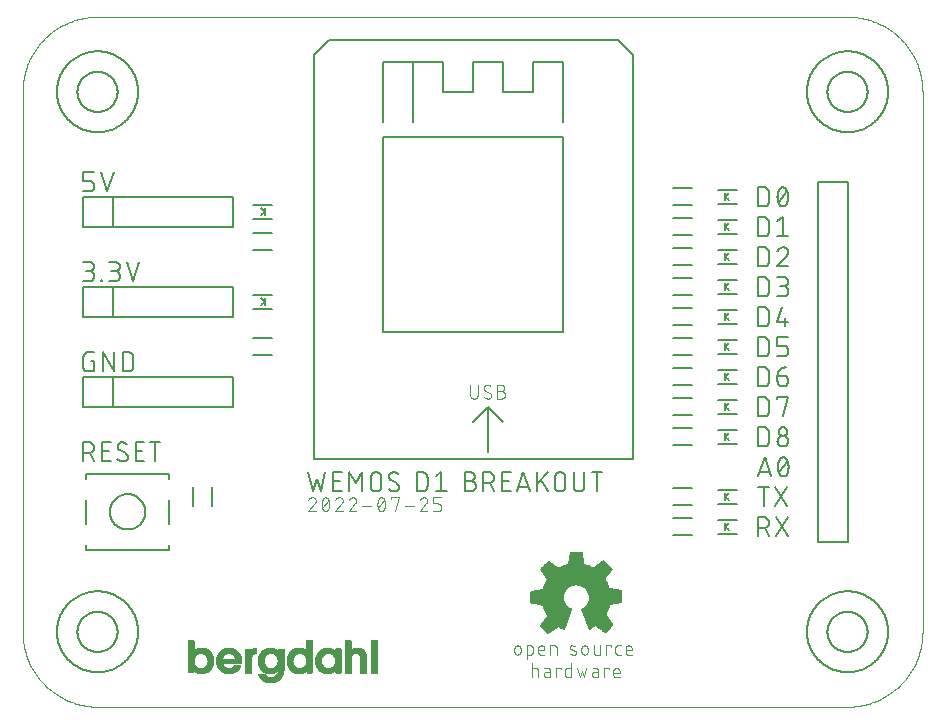
<source format=gto>
G75*
%MOIN*%
%OFA0B0*%
%FSLAX25Y25*%
%IPPOS*%
%LPD*%
%AMOC8*
5,1,8,0,0,1.08239X$1,22.5*
%
%ADD10C,0.00000*%
%ADD11C,0.00600*%
%ADD12C,0.00400*%
%ADD13C,0.00500*%
%ADD14C,0.00039*%
%ADD15C,0.00200*%
D10*
X0026300Y0001300D02*
X0276300Y0001300D01*
X0276904Y0001307D01*
X0277508Y0001329D01*
X0278111Y0001366D01*
X0278713Y0001417D01*
X0279313Y0001482D01*
X0279912Y0001562D01*
X0280509Y0001657D01*
X0281103Y0001766D01*
X0281695Y0001889D01*
X0282283Y0002026D01*
X0282868Y0002178D01*
X0283449Y0002344D01*
X0284025Y0002524D01*
X0284598Y0002717D01*
X0285165Y0002925D01*
X0285727Y0003146D01*
X0286284Y0003380D01*
X0286835Y0003628D01*
X0287380Y0003889D01*
X0287918Y0004164D01*
X0288450Y0004451D01*
X0288974Y0004751D01*
X0289491Y0005063D01*
X0290000Y0005388D01*
X0290502Y0005725D01*
X0290995Y0006075D01*
X0291479Y0006436D01*
X0291955Y0006808D01*
X0292421Y0007192D01*
X0292878Y0007587D01*
X0293325Y0007993D01*
X0293763Y0008410D01*
X0294190Y0008837D01*
X0294607Y0009275D01*
X0295013Y0009722D01*
X0295408Y0010179D01*
X0295792Y0010645D01*
X0296164Y0011121D01*
X0296525Y0011605D01*
X0296875Y0012098D01*
X0297212Y0012600D01*
X0297537Y0013109D01*
X0297849Y0013626D01*
X0298149Y0014150D01*
X0298436Y0014682D01*
X0298711Y0015220D01*
X0298972Y0015765D01*
X0299220Y0016316D01*
X0299454Y0016873D01*
X0299675Y0017435D01*
X0299883Y0018002D01*
X0300076Y0018575D01*
X0300256Y0019151D01*
X0300422Y0019732D01*
X0300574Y0020317D01*
X0300711Y0020905D01*
X0300834Y0021497D01*
X0300943Y0022091D01*
X0301038Y0022688D01*
X0301118Y0023287D01*
X0301183Y0023887D01*
X0301234Y0024489D01*
X0301271Y0025092D01*
X0301293Y0025696D01*
X0301300Y0026300D01*
X0301300Y0206300D01*
X0301293Y0206904D01*
X0301271Y0207508D01*
X0301234Y0208111D01*
X0301183Y0208713D01*
X0301118Y0209313D01*
X0301038Y0209912D01*
X0300943Y0210509D01*
X0300834Y0211103D01*
X0300711Y0211695D01*
X0300574Y0212283D01*
X0300422Y0212868D01*
X0300256Y0213449D01*
X0300076Y0214025D01*
X0299883Y0214598D01*
X0299675Y0215165D01*
X0299454Y0215727D01*
X0299220Y0216284D01*
X0298972Y0216835D01*
X0298711Y0217380D01*
X0298436Y0217918D01*
X0298149Y0218450D01*
X0297849Y0218974D01*
X0297537Y0219491D01*
X0297212Y0220000D01*
X0296875Y0220502D01*
X0296525Y0220995D01*
X0296164Y0221479D01*
X0295792Y0221955D01*
X0295408Y0222421D01*
X0295013Y0222878D01*
X0294607Y0223325D01*
X0294190Y0223763D01*
X0293763Y0224190D01*
X0293325Y0224607D01*
X0292878Y0225013D01*
X0292421Y0225408D01*
X0291955Y0225792D01*
X0291479Y0226164D01*
X0290995Y0226525D01*
X0290502Y0226875D01*
X0290000Y0227212D01*
X0289491Y0227537D01*
X0288974Y0227849D01*
X0288450Y0228149D01*
X0287918Y0228436D01*
X0287380Y0228711D01*
X0286835Y0228972D01*
X0286284Y0229220D01*
X0285727Y0229454D01*
X0285165Y0229675D01*
X0284598Y0229883D01*
X0284025Y0230076D01*
X0283449Y0230256D01*
X0282868Y0230422D01*
X0282283Y0230574D01*
X0281695Y0230711D01*
X0281103Y0230834D01*
X0280509Y0230943D01*
X0279912Y0231038D01*
X0279313Y0231118D01*
X0278713Y0231183D01*
X0278111Y0231234D01*
X0277508Y0231271D01*
X0276904Y0231293D01*
X0276300Y0231300D01*
X0026300Y0231300D01*
X0025696Y0231293D01*
X0025092Y0231271D01*
X0024489Y0231234D01*
X0023887Y0231183D01*
X0023287Y0231118D01*
X0022688Y0231038D01*
X0022091Y0230943D01*
X0021497Y0230834D01*
X0020905Y0230711D01*
X0020317Y0230574D01*
X0019732Y0230422D01*
X0019151Y0230256D01*
X0018575Y0230076D01*
X0018002Y0229883D01*
X0017435Y0229675D01*
X0016873Y0229454D01*
X0016316Y0229220D01*
X0015765Y0228972D01*
X0015220Y0228711D01*
X0014682Y0228436D01*
X0014150Y0228149D01*
X0013626Y0227849D01*
X0013109Y0227537D01*
X0012600Y0227212D01*
X0012098Y0226875D01*
X0011605Y0226525D01*
X0011121Y0226164D01*
X0010645Y0225792D01*
X0010179Y0225408D01*
X0009722Y0225013D01*
X0009275Y0224607D01*
X0008837Y0224190D01*
X0008410Y0223763D01*
X0007993Y0223325D01*
X0007587Y0222878D01*
X0007192Y0222421D01*
X0006808Y0221955D01*
X0006436Y0221479D01*
X0006075Y0220995D01*
X0005725Y0220502D01*
X0005388Y0220000D01*
X0005063Y0219491D01*
X0004751Y0218974D01*
X0004451Y0218450D01*
X0004164Y0217918D01*
X0003889Y0217380D01*
X0003628Y0216835D01*
X0003380Y0216284D01*
X0003146Y0215727D01*
X0002925Y0215165D01*
X0002717Y0214598D01*
X0002524Y0214025D01*
X0002344Y0213449D01*
X0002178Y0212868D01*
X0002026Y0212283D01*
X0001889Y0211695D01*
X0001766Y0211103D01*
X0001657Y0210509D01*
X0001562Y0209912D01*
X0001482Y0209313D01*
X0001417Y0208713D01*
X0001366Y0208111D01*
X0001329Y0207508D01*
X0001307Y0206904D01*
X0001300Y0206300D01*
X0001300Y0026300D01*
X0001307Y0025696D01*
X0001329Y0025092D01*
X0001366Y0024489D01*
X0001417Y0023887D01*
X0001482Y0023287D01*
X0001562Y0022688D01*
X0001657Y0022091D01*
X0001766Y0021497D01*
X0001889Y0020905D01*
X0002026Y0020317D01*
X0002178Y0019732D01*
X0002344Y0019151D01*
X0002524Y0018575D01*
X0002717Y0018002D01*
X0002925Y0017435D01*
X0003146Y0016873D01*
X0003380Y0016316D01*
X0003628Y0015765D01*
X0003889Y0015220D01*
X0004164Y0014682D01*
X0004451Y0014150D01*
X0004751Y0013626D01*
X0005063Y0013109D01*
X0005388Y0012600D01*
X0005725Y0012098D01*
X0006075Y0011605D01*
X0006436Y0011121D01*
X0006808Y0010645D01*
X0007192Y0010179D01*
X0007587Y0009722D01*
X0007993Y0009275D01*
X0008410Y0008837D01*
X0008837Y0008410D01*
X0009275Y0007993D01*
X0009722Y0007587D01*
X0010179Y0007192D01*
X0010645Y0006808D01*
X0011121Y0006436D01*
X0011605Y0006075D01*
X0012098Y0005725D01*
X0012600Y0005388D01*
X0013109Y0005063D01*
X0013626Y0004751D01*
X0014150Y0004451D01*
X0014682Y0004164D01*
X0015220Y0003889D01*
X0015765Y0003628D01*
X0016316Y0003380D01*
X0016873Y0003146D01*
X0017435Y0002925D01*
X0018002Y0002717D01*
X0018575Y0002524D01*
X0019151Y0002344D01*
X0019732Y0002178D01*
X0020317Y0002026D01*
X0020905Y0001889D01*
X0021497Y0001766D01*
X0022091Y0001657D01*
X0022688Y0001562D01*
X0023287Y0001482D01*
X0023887Y0001417D01*
X0024489Y0001366D01*
X0025092Y0001329D01*
X0025696Y0001307D01*
X0026300Y0001300D01*
D11*
X0019607Y0026300D02*
X0019609Y0026464D01*
X0019615Y0026628D01*
X0019625Y0026792D01*
X0019639Y0026956D01*
X0019657Y0027119D01*
X0019679Y0027282D01*
X0019706Y0027444D01*
X0019736Y0027606D01*
X0019770Y0027766D01*
X0019808Y0027926D01*
X0019849Y0028085D01*
X0019895Y0028243D01*
X0019945Y0028399D01*
X0019998Y0028555D01*
X0020055Y0028709D01*
X0020116Y0028861D01*
X0020181Y0029012D01*
X0020250Y0029162D01*
X0020322Y0029309D01*
X0020397Y0029455D01*
X0020477Y0029599D01*
X0020559Y0029741D01*
X0020645Y0029881D01*
X0020735Y0030018D01*
X0020828Y0030154D01*
X0020924Y0030287D01*
X0021024Y0030418D01*
X0021126Y0030546D01*
X0021232Y0030672D01*
X0021341Y0030795D01*
X0021453Y0030915D01*
X0021567Y0031033D01*
X0021685Y0031147D01*
X0021805Y0031259D01*
X0021928Y0031368D01*
X0022054Y0031474D01*
X0022182Y0031576D01*
X0022313Y0031676D01*
X0022446Y0031772D01*
X0022582Y0031865D01*
X0022719Y0031955D01*
X0022859Y0032041D01*
X0023001Y0032123D01*
X0023145Y0032203D01*
X0023291Y0032278D01*
X0023438Y0032350D01*
X0023588Y0032419D01*
X0023739Y0032484D01*
X0023891Y0032545D01*
X0024045Y0032602D01*
X0024201Y0032655D01*
X0024357Y0032705D01*
X0024515Y0032751D01*
X0024674Y0032792D01*
X0024834Y0032830D01*
X0024994Y0032864D01*
X0025156Y0032894D01*
X0025318Y0032921D01*
X0025481Y0032943D01*
X0025644Y0032961D01*
X0025808Y0032975D01*
X0025972Y0032985D01*
X0026136Y0032991D01*
X0026300Y0032993D01*
X0026464Y0032991D01*
X0026628Y0032985D01*
X0026792Y0032975D01*
X0026956Y0032961D01*
X0027119Y0032943D01*
X0027282Y0032921D01*
X0027444Y0032894D01*
X0027606Y0032864D01*
X0027766Y0032830D01*
X0027926Y0032792D01*
X0028085Y0032751D01*
X0028243Y0032705D01*
X0028399Y0032655D01*
X0028555Y0032602D01*
X0028709Y0032545D01*
X0028861Y0032484D01*
X0029012Y0032419D01*
X0029162Y0032350D01*
X0029309Y0032278D01*
X0029455Y0032203D01*
X0029599Y0032123D01*
X0029741Y0032041D01*
X0029881Y0031955D01*
X0030018Y0031865D01*
X0030154Y0031772D01*
X0030287Y0031676D01*
X0030418Y0031576D01*
X0030546Y0031474D01*
X0030672Y0031368D01*
X0030795Y0031259D01*
X0030915Y0031147D01*
X0031033Y0031033D01*
X0031147Y0030915D01*
X0031259Y0030795D01*
X0031368Y0030672D01*
X0031474Y0030546D01*
X0031576Y0030418D01*
X0031676Y0030287D01*
X0031772Y0030154D01*
X0031865Y0030018D01*
X0031955Y0029881D01*
X0032041Y0029741D01*
X0032123Y0029599D01*
X0032203Y0029455D01*
X0032278Y0029309D01*
X0032350Y0029162D01*
X0032419Y0029012D01*
X0032484Y0028861D01*
X0032545Y0028709D01*
X0032602Y0028555D01*
X0032655Y0028399D01*
X0032705Y0028243D01*
X0032751Y0028085D01*
X0032792Y0027926D01*
X0032830Y0027766D01*
X0032864Y0027606D01*
X0032894Y0027444D01*
X0032921Y0027282D01*
X0032943Y0027119D01*
X0032961Y0026956D01*
X0032975Y0026792D01*
X0032985Y0026628D01*
X0032991Y0026464D01*
X0032993Y0026300D01*
X0032991Y0026136D01*
X0032985Y0025972D01*
X0032975Y0025808D01*
X0032961Y0025644D01*
X0032943Y0025481D01*
X0032921Y0025318D01*
X0032894Y0025156D01*
X0032864Y0024994D01*
X0032830Y0024834D01*
X0032792Y0024674D01*
X0032751Y0024515D01*
X0032705Y0024357D01*
X0032655Y0024201D01*
X0032602Y0024045D01*
X0032545Y0023891D01*
X0032484Y0023739D01*
X0032419Y0023588D01*
X0032350Y0023438D01*
X0032278Y0023291D01*
X0032203Y0023145D01*
X0032123Y0023001D01*
X0032041Y0022859D01*
X0031955Y0022719D01*
X0031865Y0022582D01*
X0031772Y0022446D01*
X0031676Y0022313D01*
X0031576Y0022182D01*
X0031474Y0022054D01*
X0031368Y0021928D01*
X0031259Y0021805D01*
X0031147Y0021685D01*
X0031033Y0021567D01*
X0030915Y0021453D01*
X0030795Y0021341D01*
X0030672Y0021232D01*
X0030546Y0021126D01*
X0030418Y0021024D01*
X0030287Y0020924D01*
X0030154Y0020828D01*
X0030018Y0020735D01*
X0029881Y0020645D01*
X0029741Y0020559D01*
X0029599Y0020477D01*
X0029455Y0020397D01*
X0029309Y0020322D01*
X0029162Y0020250D01*
X0029012Y0020181D01*
X0028861Y0020116D01*
X0028709Y0020055D01*
X0028555Y0019998D01*
X0028399Y0019945D01*
X0028243Y0019895D01*
X0028085Y0019849D01*
X0027926Y0019808D01*
X0027766Y0019770D01*
X0027606Y0019736D01*
X0027444Y0019706D01*
X0027282Y0019679D01*
X0027119Y0019657D01*
X0026956Y0019639D01*
X0026792Y0019625D01*
X0026628Y0019615D01*
X0026464Y0019609D01*
X0026300Y0019607D01*
X0026136Y0019609D01*
X0025972Y0019615D01*
X0025808Y0019625D01*
X0025644Y0019639D01*
X0025481Y0019657D01*
X0025318Y0019679D01*
X0025156Y0019706D01*
X0024994Y0019736D01*
X0024834Y0019770D01*
X0024674Y0019808D01*
X0024515Y0019849D01*
X0024357Y0019895D01*
X0024201Y0019945D01*
X0024045Y0019998D01*
X0023891Y0020055D01*
X0023739Y0020116D01*
X0023588Y0020181D01*
X0023438Y0020250D01*
X0023291Y0020322D01*
X0023145Y0020397D01*
X0023001Y0020477D01*
X0022859Y0020559D01*
X0022719Y0020645D01*
X0022582Y0020735D01*
X0022446Y0020828D01*
X0022313Y0020924D01*
X0022182Y0021024D01*
X0022054Y0021126D01*
X0021928Y0021232D01*
X0021805Y0021341D01*
X0021685Y0021453D01*
X0021567Y0021567D01*
X0021453Y0021685D01*
X0021341Y0021805D01*
X0021232Y0021928D01*
X0021126Y0022054D01*
X0021024Y0022182D01*
X0020924Y0022313D01*
X0020828Y0022446D01*
X0020735Y0022582D01*
X0020645Y0022719D01*
X0020559Y0022859D01*
X0020477Y0023001D01*
X0020397Y0023145D01*
X0020322Y0023291D01*
X0020250Y0023438D01*
X0020181Y0023588D01*
X0020116Y0023739D01*
X0020055Y0023891D01*
X0019998Y0024045D01*
X0019945Y0024201D01*
X0019895Y0024357D01*
X0019849Y0024515D01*
X0019808Y0024674D01*
X0019770Y0024834D01*
X0019736Y0024994D01*
X0019706Y0025156D01*
X0019679Y0025318D01*
X0019657Y0025481D01*
X0019639Y0025644D01*
X0019625Y0025808D01*
X0019615Y0025972D01*
X0019609Y0026136D01*
X0019607Y0026300D01*
X0012800Y0026300D02*
X0012804Y0026631D01*
X0012816Y0026962D01*
X0012837Y0027293D01*
X0012865Y0027623D01*
X0012902Y0027953D01*
X0012946Y0028281D01*
X0012999Y0028608D01*
X0013059Y0028934D01*
X0013128Y0029258D01*
X0013205Y0029580D01*
X0013289Y0029901D01*
X0013381Y0030219D01*
X0013481Y0030535D01*
X0013589Y0030848D01*
X0013705Y0031159D01*
X0013828Y0031466D01*
X0013958Y0031771D01*
X0014096Y0032072D01*
X0014241Y0032370D01*
X0014394Y0032664D01*
X0014554Y0032954D01*
X0014721Y0033240D01*
X0014894Y0033522D01*
X0015075Y0033800D01*
X0015263Y0034073D01*
X0015457Y0034342D01*
X0015657Y0034606D01*
X0015864Y0034864D01*
X0016078Y0035118D01*
X0016297Y0035366D01*
X0016523Y0035609D01*
X0016754Y0035846D01*
X0016991Y0036077D01*
X0017234Y0036303D01*
X0017482Y0036522D01*
X0017736Y0036736D01*
X0017994Y0036943D01*
X0018258Y0037143D01*
X0018527Y0037337D01*
X0018800Y0037525D01*
X0019078Y0037706D01*
X0019360Y0037879D01*
X0019646Y0038046D01*
X0019936Y0038206D01*
X0020230Y0038359D01*
X0020528Y0038504D01*
X0020829Y0038642D01*
X0021134Y0038772D01*
X0021441Y0038895D01*
X0021752Y0039011D01*
X0022065Y0039119D01*
X0022381Y0039219D01*
X0022699Y0039311D01*
X0023020Y0039395D01*
X0023342Y0039472D01*
X0023666Y0039541D01*
X0023992Y0039601D01*
X0024319Y0039654D01*
X0024647Y0039698D01*
X0024977Y0039735D01*
X0025307Y0039763D01*
X0025638Y0039784D01*
X0025969Y0039796D01*
X0026300Y0039800D01*
X0026631Y0039796D01*
X0026962Y0039784D01*
X0027293Y0039763D01*
X0027623Y0039735D01*
X0027953Y0039698D01*
X0028281Y0039654D01*
X0028608Y0039601D01*
X0028934Y0039541D01*
X0029258Y0039472D01*
X0029580Y0039395D01*
X0029901Y0039311D01*
X0030219Y0039219D01*
X0030535Y0039119D01*
X0030848Y0039011D01*
X0031159Y0038895D01*
X0031466Y0038772D01*
X0031771Y0038642D01*
X0032072Y0038504D01*
X0032370Y0038359D01*
X0032664Y0038206D01*
X0032954Y0038046D01*
X0033240Y0037879D01*
X0033522Y0037706D01*
X0033800Y0037525D01*
X0034073Y0037337D01*
X0034342Y0037143D01*
X0034606Y0036943D01*
X0034864Y0036736D01*
X0035118Y0036522D01*
X0035366Y0036303D01*
X0035609Y0036077D01*
X0035846Y0035846D01*
X0036077Y0035609D01*
X0036303Y0035366D01*
X0036522Y0035118D01*
X0036736Y0034864D01*
X0036943Y0034606D01*
X0037143Y0034342D01*
X0037337Y0034073D01*
X0037525Y0033800D01*
X0037706Y0033522D01*
X0037879Y0033240D01*
X0038046Y0032954D01*
X0038206Y0032664D01*
X0038359Y0032370D01*
X0038504Y0032072D01*
X0038642Y0031771D01*
X0038772Y0031466D01*
X0038895Y0031159D01*
X0039011Y0030848D01*
X0039119Y0030535D01*
X0039219Y0030219D01*
X0039311Y0029901D01*
X0039395Y0029580D01*
X0039472Y0029258D01*
X0039541Y0028934D01*
X0039601Y0028608D01*
X0039654Y0028281D01*
X0039698Y0027953D01*
X0039735Y0027623D01*
X0039763Y0027293D01*
X0039784Y0026962D01*
X0039796Y0026631D01*
X0039800Y0026300D01*
X0039796Y0025969D01*
X0039784Y0025638D01*
X0039763Y0025307D01*
X0039735Y0024977D01*
X0039698Y0024647D01*
X0039654Y0024319D01*
X0039601Y0023992D01*
X0039541Y0023666D01*
X0039472Y0023342D01*
X0039395Y0023020D01*
X0039311Y0022699D01*
X0039219Y0022381D01*
X0039119Y0022065D01*
X0039011Y0021752D01*
X0038895Y0021441D01*
X0038772Y0021134D01*
X0038642Y0020829D01*
X0038504Y0020528D01*
X0038359Y0020230D01*
X0038206Y0019936D01*
X0038046Y0019646D01*
X0037879Y0019360D01*
X0037706Y0019078D01*
X0037525Y0018800D01*
X0037337Y0018527D01*
X0037143Y0018258D01*
X0036943Y0017994D01*
X0036736Y0017736D01*
X0036522Y0017482D01*
X0036303Y0017234D01*
X0036077Y0016991D01*
X0035846Y0016754D01*
X0035609Y0016523D01*
X0035366Y0016297D01*
X0035118Y0016078D01*
X0034864Y0015864D01*
X0034606Y0015657D01*
X0034342Y0015457D01*
X0034073Y0015263D01*
X0033800Y0015075D01*
X0033522Y0014894D01*
X0033240Y0014721D01*
X0032954Y0014554D01*
X0032664Y0014394D01*
X0032370Y0014241D01*
X0032072Y0014096D01*
X0031771Y0013958D01*
X0031466Y0013828D01*
X0031159Y0013705D01*
X0030848Y0013589D01*
X0030535Y0013481D01*
X0030219Y0013381D01*
X0029901Y0013289D01*
X0029580Y0013205D01*
X0029258Y0013128D01*
X0028934Y0013059D01*
X0028608Y0012999D01*
X0028281Y0012946D01*
X0027953Y0012902D01*
X0027623Y0012865D01*
X0027293Y0012837D01*
X0026962Y0012816D01*
X0026631Y0012804D01*
X0026300Y0012800D01*
X0025969Y0012804D01*
X0025638Y0012816D01*
X0025307Y0012837D01*
X0024977Y0012865D01*
X0024647Y0012902D01*
X0024319Y0012946D01*
X0023992Y0012999D01*
X0023666Y0013059D01*
X0023342Y0013128D01*
X0023020Y0013205D01*
X0022699Y0013289D01*
X0022381Y0013381D01*
X0022065Y0013481D01*
X0021752Y0013589D01*
X0021441Y0013705D01*
X0021134Y0013828D01*
X0020829Y0013958D01*
X0020528Y0014096D01*
X0020230Y0014241D01*
X0019936Y0014394D01*
X0019646Y0014554D01*
X0019360Y0014721D01*
X0019078Y0014894D01*
X0018800Y0015075D01*
X0018527Y0015263D01*
X0018258Y0015457D01*
X0017994Y0015657D01*
X0017736Y0015864D01*
X0017482Y0016078D01*
X0017234Y0016297D01*
X0016991Y0016523D01*
X0016754Y0016754D01*
X0016523Y0016991D01*
X0016297Y0017234D01*
X0016078Y0017482D01*
X0015864Y0017736D01*
X0015657Y0017994D01*
X0015457Y0018258D01*
X0015263Y0018527D01*
X0015075Y0018800D01*
X0014894Y0019078D01*
X0014721Y0019360D01*
X0014554Y0019646D01*
X0014394Y0019936D01*
X0014241Y0020230D01*
X0014096Y0020528D01*
X0013958Y0020829D01*
X0013828Y0021134D01*
X0013705Y0021441D01*
X0013589Y0021752D01*
X0013481Y0022065D01*
X0013381Y0022381D01*
X0013289Y0022699D01*
X0013205Y0023020D01*
X0013128Y0023342D01*
X0013059Y0023666D01*
X0012999Y0023992D01*
X0012946Y0024319D01*
X0012902Y0024647D01*
X0012865Y0024977D01*
X0012837Y0025307D01*
X0012816Y0025638D01*
X0012804Y0025969D01*
X0012800Y0026300D01*
X0021600Y0083100D02*
X0021600Y0089500D01*
X0023378Y0089500D01*
X0023461Y0089498D01*
X0023544Y0089492D01*
X0023627Y0089482D01*
X0023710Y0089469D01*
X0023791Y0089451D01*
X0023872Y0089430D01*
X0023951Y0089405D01*
X0024029Y0089376D01*
X0024106Y0089344D01*
X0024181Y0089308D01*
X0024255Y0089269D01*
X0024326Y0089226D01*
X0024396Y0089180D01*
X0024463Y0089130D01*
X0024528Y0089078D01*
X0024590Y0089023D01*
X0024650Y0088964D01*
X0024707Y0088903D01*
X0024761Y0088840D01*
X0024812Y0088774D01*
X0024859Y0088705D01*
X0024904Y0088635D01*
X0024945Y0088562D01*
X0024982Y0088488D01*
X0025017Y0088412D01*
X0025047Y0088334D01*
X0025074Y0088256D01*
X0025097Y0088175D01*
X0025117Y0088094D01*
X0025132Y0088012D01*
X0025144Y0087930D01*
X0025152Y0087847D01*
X0025156Y0087764D01*
X0025156Y0087680D01*
X0025152Y0087597D01*
X0025144Y0087514D01*
X0025132Y0087432D01*
X0025117Y0087350D01*
X0025097Y0087269D01*
X0025074Y0087188D01*
X0025047Y0087110D01*
X0025017Y0087032D01*
X0024982Y0086956D01*
X0024945Y0086882D01*
X0024904Y0086809D01*
X0024859Y0086739D01*
X0024812Y0086670D01*
X0024761Y0086604D01*
X0024707Y0086541D01*
X0024650Y0086480D01*
X0024590Y0086421D01*
X0024528Y0086366D01*
X0024463Y0086314D01*
X0024396Y0086264D01*
X0024326Y0086218D01*
X0024255Y0086175D01*
X0024181Y0086136D01*
X0024106Y0086100D01*
X0024029Y0086068D01*
X0023951Y0086039D01*
X0023872Y0086014D01*
X0023791Y0085993D01*
X0023710Y0085975D01*
X0023627Y0085962D01*
X0023544Y0085952D01*
X0023461Y0085946D01*
X0023378Y0085944D01*
X0021600Y0085944D01*
X0023733Y0085944D02*
X0025156Y0083100D01*
X0027935Y0083100D02*
X0027935Y0089500D01*
X0030779Y0089500D01*
X0030068Y0086656D02*
X0027935Y0086656D01*
X0027935Y0083100D02*
X0030779Y0083100D01*
X0035690Y0085766D02*
X0035754Y0085726D01*
X0035815Y0085683D01*
X0035874Y0085637D01*
X0035931Y0085588D01*
X0035985Y0085536D01*
X0036036Y0085482D01*
X0036084Y0085424D01*
X0036130Y0085365D01*
X0036172Y0085303D01*
X0036211Y0085238D01*
X0036246Y0085172D01*
X0036278Y0085105D01*
X0036307Y0085035D01*
X0036332Y0084965D01*
X0036353Y0084893D01*
X0036370Y0084820D01*
X0036384Y0084746D01*
X0036393Y0084672D01*
X0036399Y0084597D01*
X0036401Y0084522D01*
X0036402Y0084522D02*
X0036400Y0084448D01*
X0036394Y0084373D01*
X0036384Y0084300D01*
X0036371Y0084226D01*
X0036354Y0084154D01*
X0036332Y0084083D01*
X0036308Y0084012D01*
X0036279Y0083944D01*
X0036247Y0083876D01*
X0036211Y0083811D01*
X0036173Y0083748D01*
X0036130Y0083686D01*
X0036085Y0083627D01*
X0036037Y0083570D01*
X0035986Y0083516D01*
X0035932Y0083465D01*
X0035875Y0083417D01*
X0035816Y0083372D01*
X0035754Y0083329D01*
X0035691Y0083291D01*
X0035626Y0083255D01*
X0035558Y0083223D01*
X0035490Y0083194D01*
X0035419Y0083170D01*
X0035348Y0083148D01*
X0035276Y0083131D01*
X0035202Y0083118D01*
X0035129Y0083108D01*
X0035054Y0083102D01*
X0034980Y0083100D01*
X0035691Y0085767D02*
X0033735Y0086833D01*
X0034446Y0089500D02*
X0034547Y0089498D01*
X0034648Y0089492D01*
X0034748Y0089483D01*
X0034848Y0089469D01*
X0034948Y0089452D01*
X0035047Y0089432D01*
X0035144Y0089407D01*
X0035241Y0089379D01*
X0035337Y0089347D01*
X0035432Y0089311D01*
X0035525Y0089272D01*
X0035616Y0089230D01*
X0035706Y0089184D01*
X0035794Y0089134D01*
X0035880Y0089082D01*
X0035964Y0089026D01*
X0036046Y0088967D01*
X0033736Y0086834D02*
X0033672Y0086874D01*
X0033611Y0086917D01*
X0033552Y0086963D01*
X0033495Y0087012D01*
X0033441Y0087064D01*
X0033390Y0087118D01*
X0033342Y0087176D01*
X0033296Y0087235D01*
X0033254Y0087297D01*
X0033215Y0087362D01*
X0033180Y0087428D01*
X0033148Y0087495D01*
X0033119Y0087565D01*
X0033094Y0087635D01*
X0033073Y0087707D01*
X0033056Y0087780D01*
X0033042Y0087854D01*
X0033033Y0087928D01*
X0033027Y0088003D01*
X0033025Y0088078D01*
X0033024Y0088078D02*
X0033026Y0088152D01*
X0033032Y0088227D01*
X0033042Y0088300D01*
X0033055Y0088374D01*
X0033072Y0088446D01*
X0033094Y0088517D01*
X0033118Y0088588D01*
X0033147Y0088656D01*
X0033179Y0088724D01*
X0033215Y0088789D01*
X0033253Y0088852D01*
X0033296Y0088914D01*
X0033341Y0088973D01*
X0033389Y0089030D01*
X0033440Y0089084D01*
X0033495Y0089135D01*
X0033551Y0089183D01*
X0033610Y0089228D01*
X0033672Y0089271D01*
X0033735Y0089309D01*
X0033800Y0089345D01*
X0033868Y0089377D01*
X0033936Y0089406D01*
X0034007Y0089430D01*
X0034078Y0089452D01*
X0034150Y0089469D01*
X0034224Y0089482D01*
X0034297Y0089492D01*
X0034372Y0089498D01*
X0034446Y0089500D01*
X0032847Y0083989D02*
X0032924Y0083914D01*
X0033004Y0083841D01*
X0033087Y0083772D01*
X0033172Y0083705D01*
X0033259Y0083642D01*
X0033348Y0083582D01*
X0033440Y0083525D01*
X0033533Y0083471D01*
X0033629Y0083421D01*
X0033726Y0083374D01*
X0033825Y0083331D01*
X0033925Y0083291D01*
X0034026Y0083255D01*
X0034129Y0083223D01*
X0034233Y0083194D01*
X0034338Y0083169D01*
X0034444Y0083148D01*
X0034550Y0083131D01*
X0034657Y0083117D01*
X0034765Y0083108D01*
X0034872Y0083102D01*
X0034980Y0083100D01*
X0039012Y0083100D02*
X0039012Y0089500D01*
X0041857Y0089500D01*
X0043718Y0089500D02*
X0047274Y0089500D01*
X0045496Y0089500D02*
X0045496Y0083100D01*
X0041857Y0083100D02*
X0039012Y0083100D01*
X0039012Y0086656D02*
X0041145Y0086656D01*
X0036506Y0113100D02*
X0034729Y0113100D01*
X0034729Y0119500D01*
X0036506Y0119500D01*
X0036588Y0119498D01*
X0036670Y0119492D01*
X0036752Y0119483D01*
X0036833Y0119470D01*
X0036913Y0119453D01*
X0036993Y0119432D01*
X0037071Y0119408D01*
X0037148Y0119380D01*
X0037224Y0119349D01*
X0037299Y0119314D01*
X0037371Y0119275D01*
X0037442Y0119234D01*
X0037511Y0119189D01*
X0037577Y0119141D01*
X0037642Y0119090D01*
X0037704Y0119036D01*
X0037763Y0118979D01*
X0037820Y0118920D01*
X0037874Y0118858D01*
X0037925Y0118793D01*
X0037973Y0118727D01*
X0038018Y0118658D01*
X0038059Y0118587D01*
X0038098Y0118515D01*
X0038133Y0118440D01*
X0038164Y0118364D01*
X0038192Y0118287D01*
X0038216Y0118209D01*
X0038237Y0118129D01*
X0038254Y0118049D01*
X0038267Y0117968D01*
X0038276Y0117886D01*
X0038282Y0117804D01*
X0038284Y0117722D01*
X0038284Y0114878D01*
X0038282Y0114796D01*
X0038276Y0114714D01*
X0038267Y0114632D01*
X0038254Y0114551D01*
X0038237Y0114471D01*
X0038216Y0114391D01*
X0038192Y0114313D01*
X0038164Y0114236D01*
X0038133Y0114160D01*
X0038098Y0114085D01*
X0038059Y0114013D01*
X0038018Y0113942D01*
X0037973Y0113873D01*
X0037925Y0113807D01*
X0037874Y0113742D01*
X0037820Y0113680D01*
X0037763Y0113621D01*
X0037704Y0113564D01*
X0037642Y0113510D01*
X0037577Y0113459D01*
X0037511Y0113411D01*
X0037442Y0113366D01*
X0037371Y0113325D01*
X0037299Y0113286D01*
X0037224Y0113251D01*
X0037148Y0113220D01*
X0037071Y0113192D01*
X0036993Y0113168D01*
X0036913Y0113147D01*
X0036833Y0113130D01*
X0036752Y0113117D01*
X0036670Y0113108D01*
X0036588Y0113102D01*
X0036506Y0113100D01*
X0031720Y0113100D02*
X0031720Y0119500D01*
X0028164Y0119500D02*
X0031720Y0113100D01*
X0028164Y0113100D02*
X0028164Y0119500D01*
X0025156Y0119500D02*
X0023022Y0119500D01*
X0022948Y0119498D01*
X0022873Y0119492D01*
X0022800Y0119482D01*
X0022726Y0119469D01*
X0022654Y0119452D01*
X0022583Y0119430D01*
X0022512Y0119406D01*
X0022444Y0119377D01*
X0022376Y0119345D01*
X0022311Y0119309D01*
X0022248Y0119271D01*
X0022186Y0119228D01*
X0022127Y0119183D01*
X0022070Y0119135D01*
X0022016Y0119084D01*
X0021965Y0119029D01*
X0021917Y0118973D01*
X0021872Y0118914D01*
X0021829Y0118852D01*
X0021791Y0118789D01*
X0021755Y0118724D01*
X0021723Y0118656D01*
X0021694Y0118588D01*
X0021670Y0118517D01*
X0021648Y0118446D01*
X0021631Y0118374D01*
X0021618Y0118300D01*
X0021608Y0118227D01*
X0021602Y0118152D01*
X0021600Y0118078D01*
X0021600Y0114522D01*
X0021602Y0114448D01*
X0021608Y0114373D01*
X0021618Y0114300D01*
X0021631Y0114226D01*
X0021648Y0114154D01*
X0021670Y0114083D01*
X0021694Y0114012D01*
X0021723Y0113944D01*
X0021755Y0113876D01*
X0021791Y0113811D01*
X0021829Y0113748D01*
X0021872Y0113686D01*
X0021917Y0113627D01*
X0021965Y0113570D01*
X0022016Y0113516D01*
X0022070Y0113465D01*
X0022127Y0113417D01*
X0022186Y0113372D01*
X0022248Y0113329D01*
X0022311Y0113291D01*
X0022376Y0113255D01*
X0022444Y0113223D01*
X0022512Y0113194D01*
X0022583Y0113170D01*
X0022654Y0113148D01*
X0022726Y0113131D01*
X0022800Y0113118D01*
X0022873Y0113108D01*
X0022948Y0113102D01*
X0023022Y0113100D01*
X0025156Y0113100D01*
X0025156Y0116656D01*
X0024089Y0116656D01*
X0023378Y0143100D02*
X0021600Y0143100D01*
X0023378Y0143100D02*
X0023461Y0143102D01*
X0023544Y0143108D01*
X0023627Y0143118D01*
X0023710Y0143131D01*
X0023791Y0143149D01*
X0023872Y0143170D01*
X0023951Y0143195D01*
X0024029Y0143224D01*
X0024106Y0143256D01*
X0024181Y0143292D01*
X0024255Y0143331D01*
X0024326Y0143374D01*
X0024396Y0143420D01*
X0024463Y0143470D01*
X0024528Y0143522D01*
X0024590Y0143577D01*
X0024650Y0143636D01*
X0024707Y0143697D01*
X0024761Y0143760D01*
X0024812Y0143826D01*
X0024859Y0143895D01*
X0024904Y0143965D01*
X0024945Y0144038D01*
X0024982Y0144112D01*
X0025017Y0144188D01*
X0025047Y0144266D01*
X0025074Y0144344D01*
X0025097Y0144425D01*
X0025117Y0144506D01*
X0025132Y0144588D01*
X0025144Y0144670D01*
X0025152Y0144753D01*
X0025156Y0144836D01*
X0025156Y0144920D01*
X0025152Y0145003D01*
X0025144Y0145086D01*
X0025132Y0145168D01*
X0025117Y0145250D01*
X0025097Y0145331D01*
X0025074Y0145412D01*
X0025047Y0145490D01*
X0025017Y0145568D01*
X0024982Y0145644D01*
X0024945Y0145718D01*
X0024904Y0145791D01*
X0024859Y0145861D01*
X0024812Y0145930D01*
X0024761Y0145996D01*
X0024707Y0146059D01*
X0024650Y0146120D01*
X0024590Y0146179D01*
X0024528Y0146234D01*
X0024463Y0146286D01*
X0024396Y0146336D01*
X0024326Y0146382D01*
X0024255Y0146425D01*
X0024181Y0146464D01*
X0024106Y0146500D01*
X0024029Y0146532D01*
X0023951Y0146561D01*
X0023872Y0146586D01*
X0023791Y0146607D01*
X0023710Y0146625D01*
X0023627Y0146638D01*
X0023544Y0146648D01*
X0023461Y0146654D01*
X0023378Y0146656D01*
X0023733Y0146656D02*
X0022311Y0146656D01*
X0023733Y0146656D02*
X0023807Y0146658D01*
X0023882Y0146664D01*
X0023955Y0146674D01*
X0024029Y0146687D01*
X0024101Y0146704D01*
X0024172Y0146726D01*
X0024243Y0146750D01*
X0024311Y0146779D01*
X0024379Y0146811D01*
X0024444Y0146847D01*
X0024507Y0146885D01*
X0024569Y0146928D01*
X0024628Y0146973D01*
X0024685Y0147021D01*
X0024739Y0147072D01*
X0024790Y0147126D01*
X0024838Y0147183D01*
X0024883Y0147242D01*
X0024926Y0147304D01*
X0024964Y0147367D01*
X0025000Y0147432D01*
X0025032Y0147500D01*
X0025061Y0147568D01*
X0025085Y0147639D01*
X0025107Y0147710D01*
X0025124Y0147782D01*
X0025137Y0147856D01*
X0025147Y0147929D01*
X0025153Y0148004D01*
X0025155Y0148078D01*
X0025153Y0148152D01*
X0025147Y0148227D01*
X0025137Y0148300D01*
X0025124Y0148374D01*
X0025107Y0148446D01*
X0025085Y0148517D01*
X0025061Y0148588D01*
X0025032Y0148656D01*
X0025000Y0148724D01*
X0024964Y0148789D01*
X0024926Y0148852D01*
X0024883Y0148914D01*
X0024838Y0148973D01*
X0024790Y0149030D01*
X0024739Y0149084D01*
X0024685Y0149135D01*
X0024628Y0149183D01*
X0024569Y0149228D01*
X0024507Y0149271D01*
X0024444Y0149309D01*
X0024379Y0149345D01*
X0024311Y0149377D01*
X0024243Y0149406D01*
X0024172Y0149430D01*
X0024101Y0149452D01*
X0024029Y0149469D01*
X0023955Y0149482D01*
X0023882Y0149492D01*
X0023807Y0149498D01*
X0023733Y0149500D01*
X0021600Y0149500D01*
X0030216Y0149500D02*
X0032349Y0149500D01*
X0032423Y0149498D01*
X0032498Y0149492D01*
X0032571Y0149482D01*
X0032645Y0149469D01*
X0032717Y0149452D01*
X0032788Y0149430D01*
X0032859Y0149406D01*
X0032927Y0149377D01*
X0032995Y0149345D01*
X0033060Y0149309D01*
X0033123Y0149271D01*
X0033185Y0149228D01*
X0033244Y0149183D01*
X0033301Y0149135D01*
X0033355Y0149084D01*
X0033406Y0149030D01*
X0033454Y0148973D01*
X0033499Y0148914D01*
X0033542Y0148852D01*
X0033580Y0148789D01*
X0033616Y0148724D01*
X0033648Y0148656D01*
X0033677Y0148588D01*
X0033701Y0148517D01*
X0033723Y0148446D01*
X0033740Y0148374D01*
X0033753Y0148300D01*
X0033763Y0148227D01*
X0033769Y0148152D01*
X0033771Y0148078D01*
X0033769Y0148004D01*
X0033763Y0147929D01*
X0033753Y0147856D01*
X0033740Y0147782D01*
X0033723Y0147710D01*
X0033701Y0147639D01*
X0033677Y0147568D01*
X0033648Y0147500D01*
X0033616Y0147432D01*
X0033580Y0147367D01*
X0033542Y0147304D01*
X0033499Y0147242D01*
X0033454Y0147183D01*
X0033406Y0147126D01*
X0033355Y0147072D01*
X0033301Y0147021D01*
X0033244Y0146973D01*
X0033185Y0146928D01*
X0033123Y0146885D01*
X0033060Y0146847D01*
X0032995Y0146811D01*
X0032927Y0146779D01*
X0032859Y0146750D01*
X0032788Y0146726D01*
X0032717Y0146704D01*
X0032645Y0146687D01*
X0032571Y0146674D01*
X0032498Y0146664D01*
X0032423Y0146658D01*
X0032349Y0146656D01*
X0030927Y0146656D01*
X0031993Y0146656D02*
X0032076Y0146654D01*
X0032159Y0146648D01*
X0032242Y0146638D01*
X0032325Y0146625D01*
X0032406Y0146607D01*
X0032487Y0146586D01*
X0032566Y0146561D01*
X0032644Y0146532D01*
X0032721Y0146500D01*
X0032796Y0146464D01*
X0032870Y0146425D01*
X0032941Y0146382D01*
X0033011Y0146336D01*
X0033078Y0146286D01*
X0033143Y0146234D01*
X0033205Y0146179D01*
X0033265Y0146120D01*
X0033322Y0146059D01*
X0033376Y0145996D01*
X0033427Y0145930D01*
X0033474Y0145861D01*
X0033519Y0145791D01*
X0033560Y0145718D01*
X0033597Y0145644D01*
X0033632Y0145568D01*
X0033662Y0145490D01*
X0033689Y0145412D01*
X0033712Y0145331D01*
X0033732Y0145250D01*
X0033747Y0145168D01*
X0033759Y0145086D01*
X0033767Y0145003D01*
X0033771Y0144920D01*
X0033771Y0144836D01*
X0033767Y0144753D01*
X0033759Y0144670D01*
X0033747Y0144588D01*
X0033732Y0144506D01*
X0033712Y0144425D01*
X0033689Y0144344D01*
X0033662Y0144266D01*
X0033632Y0144188D01*
X0033597Y0144112D01*
X0033560Y0144038D01*
X0033519Y0143965D01*
X0033474Y0143895D01*
X0033427Y0143826D01*
X0033376Y0143760D01*
X0033322Y0143697D01*
X0033265Y0143636D01*
X0033205Y0143577D01*
X0033143Y0143522D01*
X0033078Y0143470D01*
X0033011Y0143420D01*
X0032941Y0143374D01*
X0032870Y0143331D01*
X0032796Y0143292D01*
X0032721Y0143256D01*
X0032644Y0143224D01*
X0032566Y0143195D01*
X0032487Y0143170D01*
X0032406Y0143149D01*
X0032325Y0143131D01*
X0032242Y0143118D01*
X0032159Y0143108D01*
X0032076Y0143102D01*
X0031993Y0143100D01*
X0030216Y0143100D01*
X0027863Y0143100D02*
X0027508Y0143100D01*
X0027508Y0143456D01*
X0027863Y0143456D01*
X0027863Y0143100D01*
X0038147Y0143100D02*
X0036014Y0149500D01*
X0040281Y0149500D02*
X0038147Y0143100D01*
X0029532Y0173100D02*
X0031665Y0179500D01*
X0027398Y0179500D02*
X0029532Y0173100D01*
X0025156Y0174522D02*
X0025156Y0175233D01*
X0025155Y0175233D02*
X0025153Y0175307D01*
X0025147Y0175382D01*
X0025137Y0175455D01*
X0025124Y0175529D01*
X0025107Y0175601D01*
X0025085Y0175672D01*
X0025061Y0175743D01*
X0025032Y0175811D01*
X0025000Y0175879D01*
X0024964Y0175944D01*
X0024926Y0176007D01*
X0024883Y0176069D01*
X0024838Y0176128D01*
X0024790Y0176185D01*
X0024739Y0176239D01*
X0024685Y0176290D01*
X0024628Y0176338D01*
X0024569Y0176383D01*
X0024507Y0176426D01*
X0024444Y0176464D01*
X0024379Y0176500D01*
X0024311Y0176532D01*
X0024243Y0176561D01*
X0024172Y0176585D01*
X0024101Y0176607D01*
X0024029Y0176624D01*
X0023955Y0176637D01*
X0023882Y0176647D01*
X0023807Y0176653D01*
X0023733Y0176655D01*
X0023733Y0176656D02*
X0021600Y0176656D01*
X0021600Y0179500D01*
X0025156Y0179500D01*
X0025155Y0174522D02*
X0025153Y0174448D01*
X0025147Y0174373D01*
X0025137Y0174300D01*
X0025124Y0174226D01*
X0025107Y0174154D01*
X0025085Y0174083D01*
X0025061Y0174012D01*
X0025032Y0173944D01*
X0025000Y0173876D01*
X0024964Y0173811D01*
X0024926Y0173748D01*
X0024883Y0173686D01*
X0024838Y0173627D01*
X0024790Y0173570D01*
X0024739Y0173516D01*
X0024685Y0173465D01*
X0024628Y0173417D01*
X0024569Y0173372D01*
X0024507Y0173329D01*
X0024444Y0173291D01*
X0024379Y0173255D01*
X0024311Y0173223D01*
X0024243Y0173194D01*
X0024172Y0173170D01*
X0024101Y0173148D01*
X0024029Y0173131D01*
X0023955Y0173118D01*
X0023882Y0173108D01*
X0023807Y0173102D01*
X0023733Y0173100D01*
X0021600Y0173100D01*
X0019607Y0206300D02*
X0019609Y0206464D01*
X0019615Y0206628D01*
X0019625Y0206792D01*
X0019639Y0206956D01*
X0019657Y0207119D01*
X0019679Y0207282D01*
X0019706Y0207444D01*
X0019736Y0207606D01*
X0019770Y0207766D01*
X0019808Y0207926D01*
X0019849Y0208085D01*
X0019895Y0208243D01*
X0019945Y0208399D01*
X0019998Y0208555D01*
X0020055Y0208709D01*
X0020116Y0208861D01*
X0020181Y0209012D01*
X0020250Y0209162D01*
X0020322Y0209309D01*
X0020397Y0209455D01*
X0020477Y0209599D01*
X0020559Y0209741D01*
X0020645Y0209881D01*
X0020735Y0210018D01*
X0020828Y0210154D01*
X0020924Y0210287D01*
X0021024Y0210418D01*
X0021126Y0210546D01*
X0021232Y0210672D01*
X0021341Y0210795D01*
X0021453Y0210915D01*
X0021567Y0211033D01*
X0021685Y0211147D01*
X0021805Y0211259D01*
X0021928Y0211368D01*
X0022054Y0211474D01*
X0022182Y0211576D01*
X0022313Y0211676D01*
X0022446Y0211772D01*
X0022582Y0211865D01*
X0022719Y0211955D01*
X0022859Y0212041D01*
X0023001Y0212123D01*
X0023145Y0212203D01*
X0023291Y0212278D01*
X0023438Y0212350D01*
X0023588Y0212419D01*
X0023739Y0212484D01*
X0023891Y0212545D01*
X0024045Y0212602D01*
X0024201Y0212655D01*
X0024357Y0212705D01*
X0024515Y0212751D01*
X0024674Y0212792D01*
X0024834Y0212830D01*
X0024994Y0212864D01*
X0025156Y0212894D01*
X0025318Y0212921D01*
X0025481Y0212943D01*
X0025644Y0212961D01*
X0025808Y0212975D01*
X0025972Y0212985D01*
X0026136Y0212991D01*
X0026300Y0212993D01*
X0026464Y0212991D01*
X0026628Y0212985D01*
X0026792Y0212975D01*
X0026956Y0212961D01*
X0027119Y0212943D01*
X0027282Y0212921D01*
X0027444Y0212894D01*
X0027606Y0212864D01*
X0027766Y0212830D01*
X0027926Y0212792D01*
X0028085Y0212751D01*
X0028243Y0212705D01*
X0028399Y0212655D01*
X0028555Y0212602D01*
X0028709Y0212545D01*
X0028861Y0212484D01*
X0029012Y0212419D01*
X0029162Y0212350D01*
X0029309Y0212278D01*
X0029455Y0212203D01*
X0029599Y0212123D01*
X0029741Y0212041D01*
X0029881Y0211955D01*
X0030018Y0211865D01*
X0030154Y0211772D01*
X0030287Y0211676D01*
X0030418Y0211576D01*
X0030546Y0211474D01*
X0030672Y0211368D01*
X0030795Y0211259D01*
X0030915Y0211147D01*
X0031033Y0211033D01*
X0031147Y0210915D01*
X0031259Y0210795D01*
X0031368Y0210672D01*
X0031474Y0210546D01*
X0031576Y0210418D01*
X0031676Y0210287D01*
X0031772Y0210154D01*
X0031865Y0210018D01*
X0031955Y0209881D01*
X0032041Y0209741D01*
X0032123Y0209599D01*
X0032203Y0209455D01*
X0032278Y0209309D01*
X0032350Y0209162D01*
X0032419Y0209012D01*
X0032484Y0208861D01*
X0032545Y0208709D01*
X0032602Y0208555D01*
X0032655Y0208399D01*
X0032705Y0208243D01*
X0032751Y0208085D01*
X0032792Y0207926D01*
X0032830Y0207766D01*
X0032864Y0207606D01*
X0032894Y0207444D01*
X0032921Y0207282D01*
X0032943Y0207119D01*
X0032961Y0206956D01*
X0032975Y0206792D01*
X0032985Y0206628D01*
X0032991Y0206464D01*
X0032993Y0206300D01*
X0032991Y0206136D01*
X0032985Y0205972D01*
X0032975Y0205808D01*
X0032961Y0205644D01*
X0032943Y0205481D01*
X0032921Y0205318D01*
X0032894Y0205156D01*
X0032864Y0204994D01*
X0032830Y0204834D01*
X0032792Y0204674D01*
X0032751Y0204515D01*
X0032705Y0204357D01*
X0032655Y0204201D01*
X0032602Y0204045D01*
X0032545Y0203891D01*
X0032484Y0203739D01*
X0032419Y0203588D01*
X0032350Y0203438D01*
X0032278Y0203291D01*
X0032203Y0203145D01*
X0032123Y0203001D01*
X0032041Y0202859D01*
X0031955Y0202719D01*
X0031865Y0202582D01*
X0031772Y0202446D01*
X0031676Y0202313D01*
X0031576Y0202182D01*
X0031474Y0202054D01*
X0031368Y0201928D01*
X0031259Y0201805D01*
X0031147Y0201685D01*
X0031033Y0201567D01*
X0030915Y0201453D01*
X0030795Y0201341D01*
X0030672Y0201232D01*
X0030546Y0201126D01*
X0030418Y0201024D01*
X0030287Y0200924D01*
X0030154Y0200828D01*
X0030018Y0200735D01*
X0029881Y0200645D01*
X0029741Y0200559D01*
X0029599Y0200477D01*
X0029455Y0200397D01*
X0029309Y0200322D01*
X0029162Y0200250D01*
X0029012Y0200181D01*
X0028861Y0200116D01*
X0028709Y0200055D01*
X0028555Y0199998D01*
X0028399Y0199945D01*
X0028243Y0199895D01*
X0028085Y0199849D01*
X0027926Y0199808D01*
X0027766Y0199770D01*
X0027606Y0199736D01*
X0027444Y0199706D01*
X0027282Y0199679D01*
X0027119Y0199657D01*
X0026956Y0199639D01*
X0026792Y0199625D01*
X0026628Y0199615D01*
X0026464Y0199609D01*
X0026300Y0199607D01*
X0026136Y0199609D01*
X0025972Y0199615D01*
X0025808Y0199625D01*
X0025644Y0199639D01*
X0025481Y0199657D01*
X0025318Y0199679D01*
X0025156Y0199706D01*
X0024994Y0199736D01*
X0024834Y0199770D01*
X0024674Y0199808D01*
X0024515Y0199849D01*
X0024357Y0199895D01*
X0024201Y0199945D01*
X0024045Y0199998D01*
X0023891Y0200055D01*
X0023739Y0200116D01*
X0023588Y0200181D01*
X0023438Y0200250D01*
X0023291Y0200322D01*
X0023145Y0200397D01*
X0023001Y0200477D01*
X0022859Y0200559D01*
X0022719Y0200645D01*
X0022582Y0200735D01*
X0022446Y0200828D01*
X0022313Y0200924D01*
X0022182Y0201024D01*
X0022054Y0201126D01*
X0021928Y0201232D01*
X0021805Y0201341D01*
X0021685Y0201453D01*
X0021567Y0201567D01*
X0021453Y0201685D01*
X0021341Y0201805D01*
X0021232Y0201928D01*
X0021126Y0202054D01*
X0021024Y0202182D01*
X0020924Y0202313D01*
X0020828Y0202446D01*
X0020735Y0202582D01*
X0020645Y0202719D01*
X0020559Y0202859D01*
X0020477Y0203001D01*
X0020397Y0203145D01*
X0020322Y0203291D01*
X0020250Y0203438D01*
X0020181Y0203588D01*
X0020116Y0203739D01*
X0020055Y0203891D01*
X0019998Y0204045D01*
X0019945Y0204201D01*
X0019895Y0204357D01*
X0019849Y0204515D01*
X0019808Y0204674D01*
X0019770Y0204834D01*
X0019736Y0204994D01*
X0019706Y0205156D01*
X0019679Y0205318D01*
X0019657Y0205481D01*
X0019639Y0205644D01*
X0019625Y0205808D01*
X0019615Y0205972D01*
X0019609Y0206136D01*
X0019607Y0206300D01*
X0012800Y0206300D02*
X0012804Y0206631D01*
X0012816Y0206962D01*
X0012837Y0207293D01*
X0012865Y0207623D01*
X0012902Y0207953D01*
X0012946Y0208281D01*
X0012999Y0208608D01*
X0013059Y0208934D01*
X0013128Y0209258D01*
X0013205Y0209580D01*
X0013289Y0209901D01*
X0013381Y0210219D01*
X0013481Y0210535D01*
X0013589Y0210848D01*
X0013705Y0211159D01*
X0013828Y0211466D01*
X0013958Y0211771D01*
X0014096Y0212072D01*
X0014241Y0212370D01*
X0014394Y0212664D01*
X0014554Y0212954D01*
X0014721Y0213240D01*
X0014894Y0213522D01*
X0015075Y0213800D01*
X0015263Y0214073D01*
X0015457Y0214342D01*
X0015657Y0214606D01*
X0015864Y0214864D01*
X0016078Y0215118D01*
X0016297Y0215366D01*
X0016523Y0215609D01*
X0016754Y0215846D01*
X0016991Y0216077D01*
X0017234Y0216303D01*
X0017482Y0216522D01*
X0017736Y0216736D01*
X0017994Y0216943D01*
X0018258Y0217143D01*
X0018527Y0217337D01*
X0018800Y0217525D01*
X0019078Y0217706D01*
X0019360Y0217879D01*
X0019646Y0218046D01*
X0019936Y0218206D01*
X0020230Y0218359D01*
X0020528Y0218504D01*
X0020829Y0218642D01*
X0021134Y0218772D01*
X0021441Y0218895D01*
X0021752Y0219011D01*
X0022065Y0219119D01*
X0022381Y0219219D01*
X0022699Y0219311D01*
X0023020Y0219395D01*
X0023342Y0219472D01*
X0023666Y0219541D01*
X0023992Y0219601D01*
X0024319Y0219654D01*
X0024647Y0219698D01*
X0024977Y0219735D01*
X0025307Y0219763D01*
X0025638Y0219784D01*
X0025969Y0219796D01*
X0026300Y0219800D01*
X0026631Y0219796D01*
X0026962Y0219784D01*
X0027293Y0219763D01*
X0027623Y0219735D01*
X0027953Y0219698D01*
X0028281Y0219654D01*
X0028608Y0219601D01*
X0028934Y0219541D01*
X0029258Y0219472D01*
X0029580Y0219395D01*
X0029901Y0219311D01*
X0030219Y0219219D01*
X0030535Y0219119D01*
X0030848Y0219011D01*
X0031159Y0218895D01*
X0031466Y0218772D01*
X0031771Y0218642D01*
X0032072Y0218504D01*
X0032370Y0218359D01*
X0032664Y0218206D01*
X0032954Y0218046D01*
X0033240Y0217879D01*
X0033522Y0217706D01*
X0033800Y0217525D01*
X0034073Y0217337D01*
X0034342Y0217143D01*
X0034606Y0216943D01*
X0034864Y0216736D01*
X0035118Y0216522D01*
X0035366Y0216303D01*
X0035609Y0216077D01*
X0035846Y0215846D01*
X0036077Y0215609D01*
X0036303Y0215366D01*
X0036522Y0215118D01*
X0036736Y0214864D01*
X0036943Y0214606D01*
X0037143Y0214342D01*
X0037337Y0214073D01*
X0037525Y0213800D01*
X0037706Y0213522D01*
X0037879Y0213240D01*
X0038046Y0212954D01*
X0038206Y0212664D01*
X0038359Y0212370D01*
X0038504Y0212072D01*
X0038642Y0211771D01*
X0038772Y0211466D01*
X0038895Y0211159D01*
X0039011Y0210848D01*
X0039119Y0210535D01*
X0039219Y0210219D01*
X0039311Y0209901D01*
X0039395Y0209580D01*
X0039472Y0209258D01*
X0039541Y0208934D01*
X0039601Y0208608D01*
X0039654Y0208281D01*
X0039698Y0207953D01*
X0039735Y0207623D01*
X0039763Y0207293D01*
X0039784Y0206962D01*
X0039796Y0206631D01*
X0039800Y0206300D01*
X0039796Y0205969D01*
X0039784Y0205638D01*
X0039763Y0205307D01*
X0039735Y0204977D01*
X0039698Y0204647D01*
X0039654Y0204319D01*
X0039601Y0203992D01*
X0039541Y0203666D01*
X0039472Y0203342D01*
X0039395Y0203020D01*
X0039311Y0202699D01*
X0039219Y0202381D01*
X0039119Y0202065D01*
X0039011Y0201752D01*
X0038895Y0201441D01*
X0038772Y0201134D01*
X0038642Y0200829D01*
X0038504Y0200528D01*
X0038359Y0200230D01*
X0038206Y0199936D01*
X0038046Y0199646D01*
X0037879Y0199360D01*
X0037706Y0199078D01*
X0037525Y0198800D01*
X0037337Y0198527D01*
X0037143Y0198258D01*
X0036943Y0197994D01*
X0036736Y0197736D01*
X0036522Y0197482D01*
X0036303Y0197234D01*
X0036077Y0196991D01*
X0035846Y0196754D01*
X0035609Y0196523D01*
X0035366Y0196297D01*
X0035118Y0196078D01*
X0034864Y0195864D01*
X0034606Y0195657D01*
X0034342Y0195457D01*
X0034073Y0195263D01*
X0033800Y0195075D01*
X0033522Y0194894D01*
X0033240Y0194721D01*
X0032954Y0194554D01*
X0032664Y0194394D01*
X0032370Y0194241D01*
X0032072Y0194096D01*
X0031771Y0193958D01*
X0031466Y0193828D01*
X0031159Y0193705D01*
X0030848Y0193589D01*
X0030535Y0193481D01*
X0030219Y0193381D01*
X0029901Y0193289D01*
X0029580Y0193205D01*
X0029258Y0193128D01*
X0028934Y0193059D01*
X0028608Y0192999D01*
X0028281Y0192946D01*
X0027953Y0192902D01*
X0027623Y0192865D01*
X0027293Y0192837D01*
X0026962Y0192816D01*
X0026631Y0192804D01*
X0026300Y0192800D01*
X0025969Y0192804D01*
X0025638Y0192816D01*
X0025307Y0192837D01*
X0024977Y0192865D01*
X0024647Y0192902D01*
X0024319Y0192946D01*
X0023992Y0192999D01*
X0023666Y0193059D01*
X0023342Y0193128D01*
X0023020Y0193205D01*
X0022699Y0193289D01*
X0022381Y0193381D01*
X0022065Y0193481D01*
X0021752Y0193589D01*
X0021441Y0193705D01*
X0021134Y0193828D01*
X0020829Y0193958D01*
X0020528Y0194096D01*
X0020230Y0194241D01*
X0019936Y0194394D01*
X0019646Y0194554D01*
X0019360Y0194721D01*
X0019078Y0194894D01*
X0018800Y0195075D01*
X0018527Y0195263D01*
X0018258Y0195457D01*
X0017994Y0195657D01*
X0017736Y0195864D01*
X0017482Y0196078D01*
X0017234Y0196297D01*
X0016991Y0196523D01*
X0016754Y0196754D01*
X0016523Y0196991D01*
X0016297Y0197234D01*
X0016078Y0197482D01*
X0015864Y0197736D01*
X0015657Y0197994D01*
X0015457Y0198258D01*
X0015263Y0198527D01*
X0015075Y0198800D01*
X0014894Y0199078D01*
X0014721Y0199360D01*
X0014554Y0199646D01*
X0014394Y0199936D01*
X0014241Y0200230D01*
X0014096Y0200528D01*
X0013958Y0200829D01*
X0013828Y0201134D01*
X0013705Y0201441D01*
X0013589Y0201752D01*
X0013481Y0202065D01*
X0013381Y0202381D01*
X0013289Y0202699D01*
X0013205Y0203020D01*
X0013128Y0203342D01*
X0013059Y0203666D01*
X0012999Y0203992D01*
X0012946Y0204319D01*
X0012902Y0204647D01*
X0012865Y0204977D01*
X0012837Y0205307D01*
X0012816Y0205638D01*
X0012804Y0205969D01*
X0012800Y0206300D01*
X0096600Y0079500D02*
X0098022Y0073100D01*
X0099444Y0077367D01*
X0100867Y0073100D01*
X0102289Y0079500D01*
X0104858Y0079500D02*
X0107703Y0079500D01*
X0110235Y0079500D02*
X0112368Y0075944D01*
X0114501Y0079500D01*
X0114501Y0073100D01*
X0117360Y0074878D02*
X0117360Y0077722D01*
X0117359Y0077722D02*
X0117361Y0077805D01*
X0117367Y0077888D01*
X0117377Y0077971D01*
X0117390Y0078054D01*
X0117408Y0078135D01*
X0117429Y0078216D01*
X0117454Y0078295D01*
X0117483Y0078373D01*
X0117515Y0078450D01*
X0117551Y0078525D01*
X0117590Y0078599D01*
X0117633Y0078670D01*
X0117679Y0078740D01*
X0117729Y0078807D01*
X0117781Y0078872D01*
X0117836Y0078934D01*
X0117895Y0078994D01*
X0117956Y0079051D01*
X0118019Y0079105D01*
X0118085Y0079156D01*
X0118154Y0079203D01*
X0118224Y0079248D01*
X0118297Y0079289D01*
X0118371Y0079326D01*
X0118447Y0079361D01*
X0118525Y0079391D01*
X0118603Y0079418D01*
X0118684Y0079441D01*
X0118765Y0079461D01*
X0118847Y0079476D01*
X0118929Y0079488D01*
X0119012Y0079496D01*
X0119095Y0079500D01*
X0119179Y0079500D01*
X0119262Y0079496D01*
X0119345Y0079488D01*
X0119427Y0079476D01*
X0119509Y0079461D01*
X0119590Y0079441D01*
X0119671Y0079418D01*
X0119749Y0079391D01*
X0119827Y0079361D01*
X0119903Y0079326D01*
X0119977Y0079289D01*
X0120050Y0079248D01*
X0120120Y0079203D01*
X0120189Y0079156D01*
X0120255Y0079105D01*
X0120318Y0079051D01*
X0120379Y0078994D01*
X0120438Y0078934D01*
X0120493Y0078872D01*
X0120545Y0078807D01*
X0120595Y0078740D01*
X0120641Y0078670D01*
X0120684Y0078599D01*
X0120723Y0078525D01*
X0120759Y0078450D01*
X0120791Y0078373D01*
X0120820Y0078295D01*
X0120845Y0078216D01*
X0120866Y0078135D01*
X0120884Y0078054D01*
X0120897Y0077971D01*
X0120907Y0077888D01*
X0120913Y0077805D01*
X0120915Y0077722D01*
X0120915Y0074878D01*
X0120913Y0074795D01*
X0120907Y0074712D01*
X0120897Y0074629D01*
X0120884Y0074546D01*
X0120866Y0074465D01*
X0120845Y0074384D01*
X0120820Y0074305D01*
X0120791Y0074227D01*
X0120759Y0074150D01*
X0120723Y0074075D01*
X0120684Y0074001D01*
X0120641Y0073930D01*
X0120595Y0073860D01*
X0120545Y0073793D01*
X0120493Y0073728D01*
X0120438Y0073666D01*
X0120379Y0073606D01*
X0120318Y0073549D01*
X0120255Y0073495D01*
X0120189Y0073444D01*
X0120120Y0073397D01*
X0120050Y0073352D01*
X0119977Y0073311D01*
X0119903Y0073274D01*
X0119827Y0073239D01*
X0119749Y0073209D01*
X0119671Y0073182D01*
X0119590Y0073159D01*
X0119509Y0073139D01*
X0119427Y0073124D01*
X0119345Y0073112D01*
X0119262Y0073104D01*
X0119179Y0073100D01*
X0119095Y0073100D01*
X0119012Y0073104D01*
X0118929Y0073112D01*
X0118847Y0073124D01*
X0118765Y0073139D01*
X0118684Y0073159D01*
X0118603Y0073182D01*
X0118525Y0073209D01*
X0118447Y0073239D01*
X0118371Y0073274D01*
X0118297Y0073311D01*
X0118224Y0073352D01*
X0118154Y0073397D01*
X0118085Y0073444D01*
X0118019Y0073495D01*
X0117956Y0073549D01*
X0117895Y0073606D01*
X0117836Y0073666D01*
X0117781Y0073728D01*
X0117729Y0073793D01*
X0117679Y0073860D01*
X0117633Y0073930D01*
X0117590Y0074001D01*
X0117551Y0074075D01*
X0117515Y0074150D01*
X0117483Y0074227D01*
X0117454Y0074305D01*
X0117429Y0074384D01*
X0117408Y0074465D01*
X0117390Y0074546D01*
X0117377Y0074629D01*
X0117367Y0074712D01*
X0117361Y0074795D01*
X0117359Y0074878D01*
X0110235Y0073100D02*
X0110235Y0079500D01*
X0106991Y0076656D02*
X0104858Y0076656D01*
X0104858Y0079500D02*
X0104858Y0073100D01*
X0107703Y0073100D01*
X0124197Y0076833D02*
X0126153Y0075767D01*
X0125442Y0073100D02*
X0125334Y0073102D01*
X0125227Y0073108D01*
X0125119Y0073117D01*
X0125012Y0073131D01*
X0124906Y0073148D01*
X0124800Y0073169D01*
X0124695Y0073194D01*
X0124591Y0073223D01*
X0124488Y0073255D01*
X0124387Y0073291D01*
X0124287Y0073331D01*
X0124188Y0073374D01*
X0124091Y0073421D01*
X0123995Y0073471D01*
X0123902Y0073525D01*
X0123810Y0073582D01*
X0123721Y0073642D01*
X0123634Y0073705D01*
X0123549Y0073772D01*
X0123466Y0073841D01*
X0123386Y0073914D01*
X0123309Y0073989D01*
X0126153Y0075766D02*
X0126217Y0075726D01*
X0126278Y0075683D01*
X0126337Y0075637D01*
X0126394Y0075588D01*
X0126448Y0075536D01*
X0126499Y0075482D01*
X0126547Y0075424D01*
X0126593Y0075365D01*
X0126635Y0075303D01*
X0126674Y0075238D01*
X0126709Y0075172D01*
X0126741Y0075105D01*
X0126770Y0075035D01*
X0126795Y0074965D01*
X0126816Y0074893D01*
X0126833Y0074820D01*
X0126847Y0074746D01*
X0126856Y0074672D01*
X0126862Y0074597D01*
X0126864Y0074522D01*
X0126862Y0074448D01*
X0126856Y0074373D01*
X0126846Y0074300D01*
X0126833Y0074226D01*
X0126816Y0074154D01*
X0126794Y0074083D01*
X0126770Y0074012D01*
X0126741Y0073944D01*
X0126709Y0073876D01*
X0126673Y0073811D01*
X0126635Y0073748D01*
X0126592Y0073686D01*
X0126547Y0073627D01*
X0126499Y0073570D01*
X0126448Y0073516D01*
X0126394Y0073465D01*
X0126337Y0073417D01*
X0126278Y0073372D01*
X0126216Y0073329D01*
X0126153Y0073291D01*
X0126088Y0073255D01*
X0126020Y0073223D01*
X0125952Y0073194D01*
X0125881Y0073170D01*
X0125810Y0073148D01*
X0125738Y0073131D01*
X0125664Y0073118D01*
X0125591Y0073108D01*
X0125516Y0073102D01*
X0125442Y0073100D01*
X0126508Y0078967D02*
X0126426Y0079026D01*
X0126342Y0079082D01*
X0126256Y0079134D01*
X0126168Y0079184D01*
X0126078Y0079230D01*
X0125987Y0079272D01*
X0125894Y0079311D01*
X0125799Y0079347D01*
X0125703Y0079379D01*
X0125606Y0079407D01*
X0125509Y0079432D01*
X0125410Y0079452D01*
X0125310Y0079469D01*
X0125210Y0079483D01*
X0125110Y0079492D01*
X0125009Y0079498D01*
X0124908Y0079500D01*
X0124834Y0079498D01*
X0124759Y0079492D01*
X0124686Y0079482D01*
X0124612Y0079469D01*
X0124540Y0079452D01*
X0124469Y0079430D01*
X0124398Y0079406D01*
X0124330Y0079377D01*
X0124262Y0079345D01*
X0124197Y0079309D01*
X0124134Y0079271D01*
X0124072Y0079228D01*
X0124013Y0079183D01*
X0123957Y0079135D01*
X0123902Y0079084D01*
X0123851Y0079030D01*
X0123803Y0078973D01*
X0123758Y0078914D01*
X0123715Y0078852D01*
X0123677Y0078789D01*
X0123641Y0078724D01*
X0123609Y0078656D01*
X0123580Y0078588D01*
X0123556Y0078517D01*
X0123534Y0078446D01*
X0123517Y0078374D01*
X0123504Y0078300D01*
X0123494Y0078227D01*
X0123488Y0078152D01*
X0123486Y0078078D01*
X0123487Y0078078D02*
X0123489Y0078003D01*
X0123495Y0077928D01*
X0123504Y0077854D01*
X0123518Y0077780D01*
X0123535Y0077707D01*
X0123556Y0077635D01*
X0123581Y0077565D01*
X0123610Y0077495D01*
X0123642Y0077428D01*
X0123677Y0077362D01*
X0123716Y0077297D01*
X0123758Y0077235D01*
X0123804Y0077176D01*
X0123852Y0077118D01*
X0123903Y0077064D01*
X0123957Y0077012D01*
X0124014Y0076963D01*
X0124073Y0076917D01*
X0124134Y0076874D01*
X0124198Y0076834D01*
X0132745Y0079500D02*
X0132745Y0073100D01*
X0134522Y0073100D01*
X0134604Y0073102D01*
X0134686Y0073108D01*
X0134768Y0073117D01*
X0134849Y0073130D01*
X0134929Y0073147D01*
X0135009Y0073168D01*
X0135087Y0073192D01*
X0135164Y0073220D01*
X0135240Y0073251D01*
X0135315Y0073286D01*
X0135387Y0073325D01*
X0135458Y0073366D01*
X0135527Y0073411D01*
X0135593Y0073459D01*
X0135658Y0073510D01*
X0135720Y0073564D01*
X0135779Y0073621D01*
X0135836Y0073680D01*
X0135890Y0073742D01*
X0135941Y0073807D01*
X0135989Y0073873D01*
X0136034Y0073942D01*
X0136075Y0074013D01*
X0136114Y0074085D01*
X0136149Y0074160D01*
X0136180Y0074236D01*
X0136208Y0074313D01*
X0136232Y0074391D01*
X0136253Y0074471D01*
X0136270Y0074551D01*
X0136283Y0074632D01*
X0136292Y0074714D01*
X0136298Y0074796D01*
X0136300Y0074878D01*
X0136300Y0077722D01*
X0136298Y0077804D01*
X0136292Y0077886D01*
X0136283Y0077968D01*
X0136270Y0078049D01*
X0136253Y0078129D01*
X0136232Y0078209D01*
X0136208Y0078287D01*
X0136180Y0078364D01*
X0136149Y0078440D01*
X0136114Y0078515D01*
X0136075Y0078587D01*
X0136034Y0078658D01*
X0135989Y0078727D01*
X0135941Y0078793D01*
X0135890Y0078858D01*
X0135836Y0078920D01*
X0135779Y0078979D01*
X0135720Y0079036D01*
X0135658Y0079090D01*
X0135593Y0079141D01*
X0135527Y0079189D01*
X0135458Y0079234D01*
X0135387Y0079275D01*
X0135315Y0079314D01*
X0135240Y0079349D01*
X0135164Y0079380D01*
X0135087Y0079408D01*
X0135009Y0079432D01*
X0134929Y0079453D01*
X0134849Y0079470D01*
X0134768Y0079483D01*
X0134686Y0079492D01*
X0134604Y0079498D01*
X0134522Y0079500D01*
X0132745Y0079500D01*
X0139104Y0078078D02*
X0140882Y0079500D01*
X0140882Y0073100D01*
X0142659Y0073100D02*
X0139104Y0073100D01*
X0148828Y0073100D02*
X0148828Y0079500D01*
X0150606Y0079500D01*
X0150680Y0079498D01*
X0150755Y0079492D01*
X0150828Y0079482D01*
X0150902Y0079469D01*
X0150974Y0079452D01*
X0151045Y0079430D01*
X0151116Y0079406D01*
X0151184Y0079377D01*
X0151252Y0079345D01*
X0151317Y0079309D01*
X0151380Y0079271D01*
X0151442Y0079228D01*
X0151501Y0079183D01*
X0151558Y0079135D01*
X0151612Y0079084D01*
X0151663Y0079030D01*
X0151711Y0078973D01*
X0151756Y0078914D01*
X0151799Y0078852D01*
X0151837Y0078789D01*
X0151873Y0078724D01*
X0151905Y0078656D01*
X0151934Y0078588D01*
X0151958Y0078517D01*
X0151980Y0078446D01*
X0151997Y0078374D01*
X0152010Y0078300D01*
X0152020Y0078227D01*
X0152026Y0078152D01*
X0152028Y0078078D01*
X0152026Y0078004D01*
X0152020Y0077929D01*
X0152010Y0077856D01*
X0151997Y0077782D01*
X0151980Y0077710D01*
X0151958Y0077639D01*
X0151934Y0077568D01*
X0151905Y0077500D01*
X0151873Y0077432D01*
X0151837Y0077367D01*
X0151799Y0077304D01*
X0151756Y0077242D01*
X0151711Y0077183D01*
X0151663Y0077126D01*
X0151612Y0077072D01*
X0151558Y0077021D01*
X0151501Y0076973D01*
X0151442Y0076928D01*
X0151380Y0076885D01*
X0151317Y0076847D01*
X0151252Y0076811D01*
X0151184Y0076779D01*
X0151116Y0076750D01*
X0151045Y0076726D01*
X0150974Y0076704D01*
X0150902Y0076687D01*
X0150828Y0076674D01*
X0150755Y0076664D01*
X0150680Y0076658D01*
X0150606Y0076656D01*
X0148828Y0076656D01*
X0150606Y0076656D02*
X0150689Y0076654D01*
X0150772Y0076648D01*
X0150855Y0076638D01*
X0150938Y0076625D01*
X0151019Y0076607D01*
X0151100Y0076586D01*
X0151179Y0076561D01*
X0151257Y0076532D01*
X0151334Y0076500D01*
X0151409Y0076464D01*
X0151483Y0076425D01*
X0151554Y0076382D01*
X0151624Y0076336D01*
X0151691Y0076286D01*
X0151756Y0076234D01*
X0151818Y0076179D01*
X0151878Y0076120D01*
X0151935Y0076059D01*
X0151989Y0075996D01*
X0152040Y0075930D01*
X0152087Y0075861D01*
X0152132Y0075791D01*
X0152173Y0075718D01*
X0152210Y0075644D01*
X0152245Y0075568D01*
X0152275Y0075490D01*
X0152302Y0075412D01*
X0152325Y0075331D01*
X0152345Y0075250D01*
X0152360Y0075168D01*
X0152372Y0075086D01*
X0152380Y0075003D01*
X0152384Y0074920D01*
X0152384Y0074836D01*
X0152380Y0074753D01*
X0152372Y0074670D01*
X0152360Y0074588D01*
X0152345Y0074506D01*
X0152325Y0074425D01*
X0152302Y0074344D01*
X0152275Y0074266D01*
X0152245Y0074188D01*
X0152210Y0074112D01*
X0152173Y0074038D01*
X0152132Y0073965D01*
X0152087Y0073895D01*
X0152040Y0073826D01*
X0151989Y0073760D01*
X0151935Y0073697D01*
X0151878Y0073636D01*
X0151818Y0073577D01*
X0151756Y0073522D01*
X0151691Y0073470D01*
X0151624Y0073420D01*
X0151554Y0073374D01*
X0151483Y0073331D01*
X0151409Y0073292D01*
X0151334Y0073256D01*
X0151257Y0073224D01*
X0151179Y0073195D01*
X0151100Y0073170D01*
X0151019Y0073149D01*
X0150938Y0073131D01*
X0150855Y0073118D01*
X0150772Y0073108D01*
X0150689Y0073102D01*
X0150606Y0073100D01*
X0148828Y0073100D01*
X0154935Y0073100D02*
X0154935Y0079500D01*
X0156713Y0079500D01*
X0156796Y0079498D01*
X0156879Y0079492D01*
X0156962Y0079482D01*
X0157045Y0079469D01*
X0157126Y0079451D01*
X0157207Y0079430D01*
X0157286Y0079405D01*
X0157364Y0079376D01*
X0157441Y0079344D01*
X0157516Y0079308D01*
X0157590Y0079269D01*
X0157661Y0079226D01*
X0157731Y0079180D01*
X0157798Y0079130D01*
X0157863Y0079078D01*
X0157925Y0079023D01*
X0157985Y0078964D01*
X0158042Y0078903D01*
X0158096Y0078840D01*
X0158147Y0078774D01*
X0158194Y0078705D01*
X0158239Y0078635D01*
X0158280Y0078562D01*
X0158317Y0078488D01*
X0158352Y0078412D01*
X0158382Y0078334D01*
X0158409Y0078256D01*
X0158432Y0078175D01*
X0158452Y0078094D01*
X0158467Y0078012D01*
X0158479Y0077930D01*
X0158487Y0077847D01*
X0158491Y0077764D01*
X0158491Y0077680D01*
X0158487Y0077597D01*
X0158479Y0077514D01*
X0158467Y0077432D01*
X0158452Y0077350D01*
X0158432Y0077269D01*
X0158409Y0077188D01*
X0158382Y0077110D01*
X0158352Y0077032D01*
X0158317Y0076956D01*
X0158280Y0076882D01*
X0158239Y0076809D01*
X0158194Y0076739D01*
X0158147Y0076670D01*
X0158096Y0076604D01*
X0158042Y0076541D01*
X0157985Y0076480D01*
X0157925Y0076421D01*
X0157863Y0076366D01*
X0157798Y0076314D01*
X0157731Y0076264D01*
X0157661Y0076218D01*
X0157590Y0076175D01*
X0157516Y0076136D01*
X0157441Y0076100D01*
X0157364Y0076068D01*
X0157286Y0076039D01*
X0157207Y0076014D01*
X0157126Y0075993D01*
X0157045Y0075975D01*
X0156962Y0075962D01*
X0156879Y0075952D01*
X0156796Y0075946D01*
X0156713Y0075944D01*
X0154935Y0075944D01*
X0157069Y0075944D02*
X0158491Y0073100D01*
X0161270Y0073100D02*
X0161270Y0079500D01*
X0164114Y0079500D01*
X0168164Y0079500D02*
X0170298Y0073100D01*
X0169764Y0074700D02*
X0166564Y0074700D01*
X0166031Y0073100D02*
X0168164Y0079500D01*
X0172829Y0079500D02*
X0172829Y0073100D01*
X0172829Y0075589D02*
X0176384Y0079500D01*
X0178695Y0077722D02*
X0178695Y0074878D01*
X0178694Y0074878D02*
X0178696Y0074795D01*
X0178702Y0074712D01*
X0178712Y0074629D01*
X0178725Y0074546D01*
X0178743Y0074465D01*
X0178764Y0074384D01*
X0178789Y0074305D01*
X0178818Y0074227D01*
X0178850Y0074150D01*
X0178886Y0074075D01*
X0178925Y0074001D01*
X0178968Y0073930D01*
X0179014Y0073860D01*
X0179064Y0073793D01*
X0179116Y0073728D01*
X0179171Y0073666D01*
X0179230Y0073606D01*
X0179291Y0073549D01*
X0179354Y0073495D01*
X0179420Y0073444D01*
X0179489Y0073397D01*
X0179559Y0073352D01*
X0179632Y0073311D01*
X0179706Y0073274D01*
X0179782Y0073239D01*
X0179860Y0073209D01*
X0179938Y0073182D01*
X0180019Y0073159D01*
X0180100Y0073139D01*
X0180182Y0073124D01*
X0180264Y0073112D01*
X0180347Y0073104D01*
X0180430Y0073100D01*
X0180514Y0073100D01*
X0180597Y0073104D01*
X0180680Y0073112D01*
X0180762Y0073124D01*
X0180844Y0073139D01*
X0180925Y0073159D01*
X0181006Y0073182D01*
X0181084Y0073209D01*
X0181162Y0073239D01*
X0181238Y0073274D01*
X0181312Y0073311D01*
X0181385Y0073352D01*
X0181455Y0073397D01*
X0181524Y0073444D01*
X0181590Y0073495D01*
X0181653Y0073549D01*
X0181714Y0073606D01*
X0181773Y0073666D01*
X0181828Y0073728D01*
X0181880Y0073793D01*
X0181930Y0073860D01*
X0181976Y0073930D01*
X0182019Y0074001D01*
X0182058Y0074075D01*
X0182094Y0074150D01*
X0182126Y0074227D01*
X0182155Y0074305D01*
X0182180Y0074384D01*
X0182201Y0074465D01*
X0182219Y0074546D01*
X0182232Y0074629D01*
X0182242Y0074712D01*
X0182248Y0074795D01*
X0182250Y0074878D01*
X0182250Y0077722D01*
X0182248Y0077805D01*
X0182242Y0077888D01*
X0182232Y0077971D01*
X0182219Y0078054D01*
X0182201Y0078135D01*
X0182180Y0078216D01*
X0182155Y0078295D01*
X0182126Y0078373D01*
X0182094Y0078450D01*
X0182058Y0078525D01*
X0182019Y0078599D01*
X0181976Y0078670D01*
X0181930Y0078740D01*
X0181880Y0078807D01*
X0181828Y0078872D01*
X0181773Y0078934D01*
X0181714Y0078994D01*
X0181653Y0079051D01*
X0181590Y0079105D01*
X0181524Y0079156D01*
X0181455Y0079203D01*
X0181385Y0079248D01*
X0181312Y0079289D01*
X0181238Y0079326D01*
X0181162Y0079361D01*
X0181084Y0079391D01*
X0181006Y0079418D01*
X0180925Y0079441D01*
X0180844Y0079461D01*
X0180762Y0079476D01*
X0180680Y0079488D01*
X0180597Y0079496D01*
X0180514Y0079500D01*
X0180430Y0079500D01*
X0180347Y0079496D01*
X0180264Y0079488D01*
X0180182Y0079476D01*
X0180100Y0079461D01*
X0180019Y0079441D01*
X0179938Y0079418D01*
X0179860Y0079391D01*
X0179782Y0079361D01*
X0179706Y0079326D01*
X0179632Y0079289D01*
X0179559Y0079248D01*
X0179489Y0079203D01*
X0179420Y0079156D01*
X0179354Y0079105D01*
X0179291Y0079051D01*
X0179230Y0078994D01*
X0179171Y0078934D01*
X0179116Y0078872D01*
X0179064Y0078807D01*
X0179014Y0078740D01*
X0178968Y0078670D01*
X0178925Y0078599D01*
X0178886Y0078525D01*
X0178850Y0078450D01*
X0178818Y0078373D01*
X0178789Y0078295D01*
X0178764Y0078216D01*
X0178743Y0078135D01*
X0178725Y0078054D01*
X0178712Y0077971D01*
X0178702Y0077888D01*
X0178696Y0077805D01*
X0178694Y0077722D01*
X0174251Y0077011D02*
X0176384Y0073100D01*
X0185054Y0074878D02*
X0185054Y0079500D01*
X0188609Y0079500D02*
X0188609Y0074878D01*
X0188610Y0074878D02*
X0188608Y0074795D01*
X0188602Y0074712D01*
X0188592Y0074629D01*
X0188579Y0074546D01*
X0188561Y0074465D01*
X0188540Y0074384D01*
X0188515Y0074305D01*
X0188486Y0074227D01*
X0188454Y0074150D01*
X0188418Y0074075D01*
X0188379Y0074001D01*
X0188336Y0073930D01*
X0188290Y0073860D01*
X0188240Y0073793D01*
X0188188Y0073728D01*
X0188133Y0073666D01*
X0188074Y0073606D01*
X0188013Y0073549D01*
X0187950Y0073495D01*
X0187884Y0073444D01*
X0187815Y0073397D01*
X0187745Y0073352D01*
X0187672Y0073311D01*
X0187598Y0073274D01*
X0187522Y0073239D01*
X0187444Y0073209D01*
X0187366Y0073182D01*
X0187285Y0073159D01*
X0187204Y0073139D01*
X0187122Y0073124D01*
X0187040Y0073112D01*
X0186957Y0073104D01*
X0186874Y0073100D01*
X0186790Y0073100D01*
X0186707Y0073104D01*
X0186624Y0073112D01*
X0186542Y0073124D01*
X0186460Y0073139D01*
X0186379Y0073159D01*
X0186298Y0073182D01*
X0186220Y0073209D01*
X0186142Y0073239D01*
X0186066Y0073274D01*
X0185992Y0073311D01*
X0185919Y0073352D01*
X0185849Y0073397D01*
X0185780Y0073444D01*
X0185714Y0073495D01*
X0185651Y0073549D01*
X0185590Y0073606D01*
X0185531Y0073666D01*
X0185476Y0073728D01*
X0185424Y0073793D01*
X0185374Y0073860D01*
X0185328Y0073930D01*
X0185285Y0074001D01*
X0185246Y0074075D01*
X0185210Y0074150D01*
X0185178Y0074227D01*
X0185149Y0074305D01*
X0185124Y0074384D01*
X0185103Y0074465D01*
X0185085Y0074546D01*
X0185072Y0074629D01*
X0185062Y0074712D01*
X0185056Y0074795D01*
X0185054Y0074878D01*
X0191003Y0079500D02*
X0194558Y0079500D01*
X0192781Y0079500D02*
X0192781Y0073100D01*
X0164114Y0073100D02*
X0161270Y0073100D01*
X0161270Y0076656D02*
X0163403Y0076656D01*
X0246600Y0078100D02*
X0248733Y0084500D01*
X0250867Y0078100D01*
X0250333Y0079700D02*
X0247133Y0079700D01*
X0256132Y0078989D02*
X0256192Y0079116D01*
X0256248Y0079245D01*
X0256301Y0079375D01*
X0256351Y0079507D01*
X0256397Y0079640D01*
X0256439Y0079774D01*
X0256478Y0079909D01*
X0256514Y0080046D01*
X0256545Y0080183D01*
X0256573Y0080321D01*
X0256598Y0080459D01*
X0256618Y0080598D01*
X0256635Y0080738D01*
X0256648Y0080878D01*
X0256657Y0081019D01*
X0256663Y0081159D01*
X0256665Y0081300D01*
X0253110Y0081300D02*
X0253112Y0081441D01*
X0253118Y0081581D01*
X0253127Y0081722D01*
X0253140Y0081862D01*
X0253157Y0082002D01*
X0253177Y0082141D01*
X0253202Y0082279D01*
X0253230Y0082417D01*
X0253261Y0082554D01*
X0253297Y0082691D01*
X0253336Y0082826D01*
X0253378Y0082960D01*
X0253424Y0083093D01*
X0253474Y0083225D01*
X0253527Y0083355D01*
X0253583Y0083484D01*
X0253643Y0083611D01*
X0254887Y0084500D02*
X0254958Y0084498D01*
X0255029Y0084492D01*
X0255099Y0084483D01*
X0255169Y0084469D01*
X0255238Y0084452D01*
X0255305Y0084432D01*
X0255372Y0084407D01*
X0255437Y0084379D01*
X0255501Y0084348D01*
X0255563Y0084313D01*
X0255623Y0084275D01*
X0255681Y0084234D01*
X0255736Y0084190D01*
X0255789Y0084142D01*
X0255839Y0084092D01*
X0255887Y0084040D01*
X0255932Y0083985D01*
X0255973Y0083927D01*
X0256012Y0083867D01*
X0256047Y0083806D01*
X0256079Y0083742D01*
X0256107Y0083677D01*
X0256132Y0083611D01*
X0256310Y0083078D02*
X0253465Y0079522D01*
X0254887Y0078100D02*
X0254958Y0078102D01*
X0255029Y0078108D01*
X0255099Y0078117D01*
X0255169Y0078131D01*
X0255238Y0078148D01*
X0255305Y0078168D01*
X0255372Y0078193D01*
X0255437Y0078221D01*
X0255501Y0078252D01*
X0255563Y0078287D01*
X0255623Y0078325D01*
X0255680Y0078366D01*
X0255736Y0078410D01*
X0255789Y0078458D01*
X0255839Y0078508D01*
X0255887Y0078560D01*
X0255932Y0078615D01*
X0255973Y0078673D01*
X0256012Y0078733D01*
X0256047Y0078794D01*
X0256079Y0078858D01*
X0256107Y0078923D01*
X0256132Y0078989D01*
X0254887Y0078100D02*
X0254816Y0078102D01*
X0254745Y0078108D01*
X0254675Y0078117D01*
X0254605Y0078131D01*
X0254536Y0078148D01*
X0254469Y0078168D01*
X0254402Y0078193D01*
X0254337Y0078221D01*
X0254273Y0078252D01*
X0254211Y0078287D01*
X0254151Y0078325D01*
X0254093Y0078366D01*
X0254038Y0078410D01*
X0253985Y0078458D01*
X0253935Y0078508D01*
X0253887Y0078560D01*
X0253842Y0078615D01*
X0253801Y0078673D01*
X0253762Y0078733D01*
X0253727Y0078794D01*
X0253695Y0078858D01*
X0253667Y0078923D01*
X0253642Y0078989D01*
X0256665Y0081300D02*
X0256663Y0081441D01*
X0256657Y0081581D01*
X0256648Y0081722D01*
X0256635Y0081862D01*
X0256618Y0082002D01*
X0256598Y0082141D01*
X0256573Y0082279D01*
X0256545Y0082417D01*
X0256514Y0082554D01*
X0256478Y0082691D01*
X0256439Y0082826D01*
X0256397Y0082960D01*
X0256351Y0083093D01*
X0256301Y0083225D01*
X0256248Y0083355D01*
X0256192Y0083484D01*
X0256132Y0083611D01*
X0254887Y0084500D02*
X0254816Y0084498D01*
X0254745Y0084492D01*
X0254675Y0084483D01*
X0254605Y0084469D01*
X0254536Y0084452D01*
X0254469Y0084432D01*
X0254402Y0084407D01*
X0254337Y0084379D01*
X0254273Y0084348D01*
X0254211Y0084313D01*
X0254151Y0084275D01*
X0254093Y0084234D01*
X0254038Y0084190D01*
X0253985Y0084142D01*
X0253935Y0084092D01*
X0253887Y0084040D01*
X0253842Y0083985D01*
X0253801Y0083927D01*
X0253762Y0083867D01*
X0253727Y0083806D01*
X0253695Y0083742D01*
X0253667Y0083677D01*
X0253642Y0083611D01*
X0253110Y0081300D02*
X0253112Y0081159D01*
X0253118Y0081019D01*
X0253127Y0080878D01*
X0253140Y0080738D01*
X0253157Y0080598D01*
X0253177Y0080459D01*
X0253202Y0080321D01*
X0253230Y0080183D01*
X0253261Y0080046D01*
X0253297Y0079909D01*
X0253336Y0079774D01*
X0253378Y0079640D01*
X0253424Y0079507D01*
X0253474Y0079375D01*
X0253527Y0079245D01*
X0253583Y0079116D01*
X0253643Y0078989D01*
X0251988Y0074500D02*
X0256255Y0068100D01*
X0251988Y0068100D02*
X0256255Y0074500D01*
X0250156Y0074500D02*
X0246600Y0074500D01*
X0248378Y0074500D02*
X0248378Y0068100D01*
X0248378Y0064500D02*
X0246600Y0064500D01*
X0246600Y0058100D01*
X0248733Y0060944D02*
X0250156Y0058100D01*
X0252362Y0058100D02*
X0256629Y0064500D01*
X0252362Y0064500D02*
X0256629Y0058100D01*
X0248378Y0060944D02*
X0246600Y0060944D01*
X0248378Y0060944D02*
X0248461Y0060946D01*
X0248544Y0060952D01*
X0248627Y0060962D01*
X0248710Y0060975D01*
X0248791Y0060993D01*
X0248872Y0061014D01*
X0248951Y0061039D01*
X0249029Y0061068D01*
X0249106Y0061100D01*
X0249181Y0061136D01*
X0249255Y0061175D01*
X0249326Y0061218D01*
X0249396Y0061264D01*
X0249463Y0061314D01*
X0249528Y0061366D01*
X0249590Y0061421D01*
X0249650Y0061480D01*
X0249707Y0061541D01*
X0249761Y0061604D01*
X0249812Y0061670D01*
X0249859Y0061739D01*
X0249904Y0061809D01*
X0249945Y0061882D01*
X0249982Y0061956D01*
X0250017Y0062032D01*
X0250047Y0062110D01*
X0250074Y0062188D01*
X0250097Y0062269D01*
X0250117Y0062350D01*
X0250132Y0062432D01*
X0250144Y0062514D01*
X0250152Y0062597D01*
X0250156Y0062680D01*
X0250156Y0062764D01*
X0250152Y0062847D01*
X0250144Y0062930D01*
X0250132Y0063012D01*
X0250117Y0063094D01*
X0250097Y0063175D01*
X0250074Y0063256D01*
X0250047Y0063334D01*
X0250017Y0063412D01*
X0249982Y0063488D01*
X0249945Y0063562D01*
X0249904Y0063635D01*
X0249859Y0063705D01*
X0249812Y0063774D01*
X0249761Y0063840D01*
X0249707Y0063903D01*
X0249650Y0063964D01*
X0249590Y0064023D01*
X0249528Y0064078D01*
X0249463Y0064130D01*
X0249396Y0064180D01*
X0249326Y0064226D01*
X0249255Y0064269D01*
X0249181Y0064308D01*
X0249106Y0064344D01*
X0249029Y0064376D01*
X0248951Y0064405D01*
X0248872Y0064430D01*
X0248791Y0064451D01*
X0248710Y0064469D01*
X0248627Y0064482D01*
X0248544Y0064492D01*
X0248461Y0064498D01*
X0248378Y0064500D01*
X0248378Y0088100D02*
X0246600Y0088100D01*
X0246600Y0094500D01*
X0248378Y0094500D01*
X0248460Y0094498D01*
X0248542Y0094492D01*
X0248624Y0094483D01*
X0248705Y0094470D01*
X0248785Y0094453D01*
X0248865Y0094432D01*
X0248943Y0094408D01*
X0249020Y0094380D01*
X0249096Y0094349D01*
X0249171Y0094314D01*
X0249243Y0094275D01*
X0249314Y0094234D01*
X0249383Y0094189D01*
X0249449Y0094141D01*
X0249514Y0094090D01*
X0249576Y0094036D01*
X0249635Y0093979D01*
X0249692Y0093920D01*
X0249746Y0093858D01*
X0249797Y0093793D01*
X0249845Y0093727D01*
X0249890Y0093658D01*
X0249931Y0093587D01*
X0249970Y0093515D01*
X0250005Y0093440D01*
X0250036Y0093364D01*
X0250064Y0093287D01*
X0250088Y0093209D01*
X0250109Y0093129D01*
X0250126Y0093049D01*
X0250139Y0092968D01*
X0250148Y0092886D01*
X0250154Y0092804D01*
X0250156Y0092722D01*
X0250156Y0089878D01*
X0250154Y0089796D01*
X0250148Y0089714D01*
X0250139Y0089632D01*
X0250126Y0089551D01*
X0250109Y0089471D01*
X0250088Y0089391D01*
X0250064Y0089313D01*
X0250036Y0089236D01*
X0250005Y0089160D01*
X0249970Y0089085D01*
X0249931Y0089013D01*
X0249890Y0088942D01*
X0249845Y0088873D01*
X0249797Y0088807D01*
X0249746Y0088742D01*
X0249692Y0088680D01*
X0249635Y0088621D01*
X0249576Y0088564D01*
X0249514Y0088510D01*
X0249449Y0088459D01*
X0249383Y0088411D01*
X0249314Y0088366D01*
X0249243Y0088325D01*
X0249171Y0088286D01*
X0249096Y0088251D01*
X0249020Y0088220D01*
X0248943Y0088192D01*
X0248865Y0088168D01*
X0248785Y0088147D01*
X0248705Y0088130D01*
X0248624Y0088117D01*
X0248542Y0088108D01*
X0248460Y0088102D01*
X0248378Y0088100D01*
X0252959Y0089878D02*
X0252961Y0089795D01*
X0252967Y0089712D01*
X0252977Y0089629D01*
X0252990Y0089546D01*
X0253008Y0089465D01*
X0253029Y0089384D01*
X0253054Y0089305D01*
X0253083Y0089227D01*
X0253115Y0089150D01*
X0253151Y0089075D01*
X0253190Y0089001D01*
X0253233Y0088930D01*
X0253279Y0088860D01*
X0253329Y0088793D01*
X0253381Y0088728D01*
X0253436Y0088666D01*
X0253495Y0088606D01*
X0253556Y0088549D01*
X0253619Y0088495D01*
X0253685Y0088444D01*
X0253754Y0088397D01*
X0253824Y0088352D01*
X0253897Y0088311D01*
X0253971Y0088274D01*
X0254047Y0088239D01*
X0254125Y0088209D01*
X0254203Y0088182D01*
X0254284Y0088159D01*
X0254365Y0088139D01*
X0254447Y0088124D01*
X0254529Y0088112D01*
X0254612Y0088104D01*
X0254695Y0088100D01*
X0254779Y0088100D01*
X0254862Y0088104D01*
X0254945Y0088112D01*
X0255027Y0088124D01*
X0255109Y0088139D01*
X0255190Y0088159D01*
X0255271Y0088182D01*
X0255349Y0088209D01*
X0255427Y0088239D01*
X0255503Y0088274D01*
X0255577Y0088311D01*
X0255650Y0088352D01*
X0255720Y0088397D01*
X0255789Y0088444D01*
X0255855Y0088495D01*
X0255918Y0088549D01*
X0255979Y0088606D01*
X0256038Y0088666D01*
X0256093Y0088728D01*
X0256145Y0088793D01*
X0256195Y0088860D01*
X0256241Y0088930D01*
X0256284Y0089001D01*
X0256323Y0089075D01*
X0256359Y0089150D01*
X0256391Y0089227D01*
X0256420Y0089305D01*
X0256445Y0089384D01*
X0256466Y0089465D01*
X0256484Y0089546D01*
X0256497Y0089629D01*
X0256507Y0089712D01*
X0256513Y0089795D01*
X0256515Y0089878D01*
X0256513Y0089961D01*
X0256507Y0090044D01*
X0256497Y0090127D01*
X0256484Y0090210D01*
X0256466Y0090291D01*
X0256445Y0090372D01*
X0256420Y0090451D01*
X0256391Y0090529D01*
X0256359Y0090606D01*
X0256323Y0090681D01*
X0256284Y0090755D01*
X0256241Y0090826D01*
X0256195Y0090896D01*
X0256145Y0090963D01*
X0256093Y0091028D01*
X0256038Y0091090D01*
X0255979Y0091150D01*
X0255918Y0091207D01*
X0255855Y0091261D01*
X0255789Y0091312D01*
X0255720Y0091359D01*
X0255650Y0091404D01*
X0255577Y0091445D01*
X0255503Y0091482D01*
X0255427Y0091517D01*
X0255349Y0091547D01*
X0255271Y0091574D01*
X0255190Y0091597D01*
X0255109Y0091617D01*
X0255027Y0091632D01*
X0254945Y0091644D01*
X0254862Y0091652D01*
X0254779Y0091656D01*
X0254695Y0091656D01*
X0254612Y0091652D01*
X0254529Y0091644D01*
X0254447Y0091632D01*
X0254365Y0091617D01*
X0254284Y0091597D01*
X0254203Y0091574D01*
X0254125Y0091547D01*
X0254047Y0091517D01*
X0253971Y0091482D01*
X0253897Y0091445D01*
X0253824Y0091404D01*
X0253754Y0091359D01*
X0253685Y0091312D01*
X0253619Y0091261D01*
X0253556Y0091207D01*
X0253495Y0091150D01*
X0253436Y0091090D01*
X0253381Y0091028D01*
X0253329Y0090963D01*
X0253279Y0090896D01*
X0253233Y0090826D01*
X0253190Y0090755D01*
X0253151Y0090681D01*
X0253115Y0090606D01*
X0253083Y0090529D01*
X0253054Y0090451D01*
X0253029Y0090372D01*
X0253008Y0090291D01*
X0252990Y0090210D01*
X0252977Y0090127D01*
X0252967Y0090044D01*
X0252961Y0089961D01*
X0252959Y0089878D01*
X0253315Y0093078D02*
X0253317Y0093004D01*
X0253323Y0092929D01*
X0253333Y0092856D01*
X0253346Y0092782D01*
X0253363Y0092710D01*
X0253385Y0092639D01*
X0253409Y0092568D01*
X0253438Y0092500D01*
X0253470Y0092432D01*
X0253506Y0092367D01*
X0253544Y0092304D01*
X0253587Y0092242D01*
X0253632Y0092183D01*
X0253680Y0092126D01*
X0253731Y0092072D01*
X0253785Y0092021D01*
X0253842Y0091973D01*
X0253901Y0091928D01*
X0253963Y0091885D01*
X0254026Y0091847D01*
X0254091Y0091811D01*
X0254159Y0091779D01*
X0254227Y0091750D01*
X0254298Y0091726D01*
X0254369Y0091704D01*
X0254441Y0091687D01*
X0254515Y0091674D01*
X0254588Y0091664D01*
X0254663Y0091658D01*
X0254737Y0091656D01*
X0254811Y0091658D01*
X0254886Y0091664D01*
X0254959Y0091674D01*
X0255033Y0091687D01*
X0255105Y0091704D01*
X0255176Y0091726D01*
X0255247Y0091750D01*
X0255315Y0091779D01*
X0255383Y0091811D01*
X0255448Y0091847D01*
X0255511Y0091885D01*
X0255573Y0091928D01*
X0255632Y0091973D01*
X0255689Y0092021D01*
X0255743Y0092072D01*
X0255794Y0092126D01*
X0255842Y0092183D01*
X0255887Y0092242D01*
X0255930Y0092304D01*
X0255968Y0092367D01*
X0256004Y0092432D01*
X0256036Y0092500D01*
X0256065Y0092568D01*
X0256089Y0092639D01*
X0256111Y0092710D01*
X0256128Y0092782D01*
X0256141Y0092856D01*
X0256151Y0092929D01*
X0256157Y0093004D01*
X0256159Y0093078D01*
X0256157Y0093152D01*
X0256151Y0093227D01*
X0256141Y0093300D01*
X0256128Y0093374D01*
X0256111Y0093446D01*
X0256089Y0093517D01*
X0256065Y0093588D01*
X0256036Y0093656D01*
X0256004Y0093724D01*
X0255968Y0093789D01*
X0255930Y0093852D01*
X0255887Y0093914D01*
X0255842Y0093973D01*
X0255794Y0094030D01*
X0255743Y0094084D01*
X0255689Y0094135D01*
X0255632Y0094183D01*
X0255573Y0094228D01*
X0255511Y0094271D01*
X0255448Y0094309D01*
X0255383Y0094345D01*
X0255315Y0094377D01*
X0255247Y0094406D01*
X0255176Y0094430D01*
X0255105Y0094452D01*
X0255033Y0094469D01*
X0254959Y0094482D01*
X0254886Y0094492D01*
X0254811Y0094498D01*
X0254737Y0094500D01*
X0254663Y0094498D01*
X0254588Y0094492D01*
X0254515Y0094482D01*
X0254441Y0094469D01*
X0254369Y0094452D01*
X0254298Y0094430D01*
X0254227Y0094406D01*
X0254159Y0094377D01*
X0254091Y0094345D01*
X0254026Y0094309D01*
X0253963Y0094271D01*
X0253901Y0094228D01*
X0253842Y0094183D01*
X0253785Y0094135D01*
X0253731Y0094084D01*
X0253680Y0094030D01*
X0253632Y0093973D01*
X0253587Y0093914D01*
X0253544Y0093852D01*
X0253506Y0093789D01*
X0253470Y0093724D01*
X0253438Y0093656D01*
X0253409Y0093588D01*
X0253385Y0093517D01*
X0253363Y0093446D01*
X0253346Y0093374D01*
X0253333Y0093300D01*
X0253323Y0093227D01*
X0253317Y0093152D01*
X0253315Y0093078D01*
X0254737Y0098100D02*
X0256515Y0104500D01*
X0252959Y0104500D01*
X0252959Y0103789D01*
X0250156Y0102722D02*
X0250156Y0099878D01*
X0250154Y0099796D01*
X0250148Y0099714D01*
X0250139Y0099632D01*
X0250126Y0099551D01*
X0250109Y0099471D01*
X0250088Y0099391D01*
X0250064Y0099313D01*
X0250036Y0099236D01*
X0250005Y0099160D01*
X0249970Y0099085D01*
X0249931Y0099013D01*
X0249890Y0098942D01*
X0249845Y0098873D01*
X0249797Y0098807D01*
X0249746Y0098742D01*
X0249692Y0098680D01*
X0249635Y0098621D01*
X0249576Y0098564D01*
X0249514Y0098510D01*
X0249449Y0098459D01*
X0249383Y0098411D01*
X0249314Y0098366D01*
X0249243Y0098325D01*
X0249171Y0098286D01*
X0249096Y0098251D01*
X0249020Y0098220D01*
X0248943Y0098192D01*
X0248865Y0098168D01*
X0248785Y0098147D01*
X0248705Y0098130D01*
X0248624Y0098117D01*
X0248542Y0098108D01*
X0248460Y0098102D01*
X0248378Y0098100D01*
X0246600Y0098100D01*
X0246600Y0104500D01*
X0248378Y0104500D01*
X0248460Y0104498D01*
X0248542Y0104492D01*
X0248624Y0104483D01*
X0248705Y0104470D01*
X0248785Y0104453D01*
X0248865Y0104432D01*
X0248943Y0104408D01*
X0249020Y0104380D01*
X0249096Y0104349D01*
X0249171Y0104314D01*
X0249243Y0104275D01*
X0249314Y0104234D01*
X0249383Y0104189D01*
X0249449Y0104141D01*
X0249514Y0104090D01*
X0249576Y0104036D01*
X0249635Y0103979D01*
X0249692Y0103920D01*
X0249746Y0103858D01*
X0249797Y0103793D01*
X0249845Y0103727D01*
X0249890Y0103658D01*
X0249931Y0103587D01*
X0249970Y0103515D01*
X0250005Y0103440D01*
X0250036Y0103364D01*
X0250064Y0103287D01*
X0250088Y0103209D01*
X0250109Y0103129D01*
X0250126Y0103049D01*
X0250139Y0102968D01*
X0250148Y0102886D01*
X0250154Y0102804D01*
X0250156Y0102722D01*
X0248378Y0108100D02*
X0246600Y0108100D01*
X0246600Y0114500D01*
X0248378Y0114500D01*
X0248460Y0114498D01*
X0248542Y0114492D01*
X0248624Y0114483D01*
X0248705Y0114470D01*
X0248785Y0114453D01*
X0248865Y0114432D01*
X0248943Y0114408D01*
X0249020Y0114380D01*
X0249096Y0114349D01*
X0249171Y0114314D01*
X0249243Y0114275D01*
X0249314Y0114234D01*
X0249383Y0114189D01*
X0249449Y0114141D01*
X0249514Y0114090D01*
X0249576Y0114036D01*
X0249635Y0113979D01*
X0249692Y0113920D01*
X0249746Y0113858D01*
X0249797Y0113793D01*
X0249845Y0113727D01*
X0249890Y0113658D01*
X0249931Y0113587D01*
X0249970Y0113515D01*
X0250005Y0113440D01*
X0250036Y0113364D01*
X0250064Y0113287D01*
X0250088Y0113209D01*
X0250109Y0113129D01*
X0250126Y0113049D01*
X0250139Y0112968D01*
X0250148Y0112886D01*
X0250154Y0112804D01*
X0250156Y0112722D01*
X0250156Y0109878D01*
X0250154Y0109796D01*
X0250148Y0109714D01*
X0250139Y0109632D01*
X0250126Y0109551D01*
X0250109Y0109471D01*
X0250088Y0109391D01*
X0250064Y0109313D01*
X0250036Y0109236D01*
X0250005Y0109160D01*
X0249970Y0109085D01*
X0249931Y0109013D01*
X0249890Y0108942D01*
X0249845Y0108873D01*
X0249797Y0108807D01*
X0249746Y0108742D01*
X0249692Y0108680D01*
X0249635Y0108621D01*
X0249576Y0108564D01*
X0249514Y0108510D01*
X0249449Y0108459D01*
X0249383Y0108411D01*
X0249314Y0108366D01*
X0249243Y0108325D01*
X0249171Y0108286D01*
X0249096Y0108251D01*
X0249020Y0108220D01*
X0248943Y0108192D01*
X0248865Y0108168D01*
X0248785Y0108147D01*
X0248705Y0108130D01*
X0248624Y0108117D01*
X0248542Y0108108D01*
X0248460Y0108102D01*
X0248378Y0108100D01*
X0252959Y0109878D02*
X0252959Y0111656D01*
X0255092Y0111656D01*
X0252960Y0111656D02*
X0252962Y0111762D01*
X0252968Y0111869D01*
X0252978Y0111974D01*
X0252992Y0112080D01*
X0253010Y0112185D01*
X0253031Y0112289D01*
X0253057Y0112392D01*
X0253086Y0112494D01*
X0253120Y0112595D01*
X0253157Y0112695D01*
X0253197Y0112793D01*
X0253242Y0112890D01*
X0253290Y0112985D01*
X0253341Y0113078D01*
X0253396Y0113169D01*
X0253454Y0113258D01*
X0253516Y0113345D01*
X0253580Y0113429D01*
X0253648Y0113511D01*
X0253719Y0113590D01*
X0253793Y0113667D01*
X0253870Y0113741D01*
X0253949Y0113812D01*
X0254031Y0113880D01*
X0254115Y0113944D01*
X0254202Y0114006D01*
X0254291Y0114064D01*
X0254382Y0114119D01*
X0254475Y0114170D01*
X0254570Y0114218D01*
X0254667Y0114263D01*
X0254765Y0114303D01*
X0254865Y0114340D01*
X0254966Y0114374D01*
X0255068Y0114403D01*
X0255171Y0114429D01*
X0255275Y0114450D01*
X0255380Y0114468D01*
X0255486Y0114482D01*
X0255591Y0114492D01*
X0255698Y0114498D01*
X0255804Y0114500D01*
X0255092Y0118100D02*
X0252959Y0118100D01*
X0255092Y0118100D02*
X0255166Y0118102D01*
X0255241Y0118108D01*
X0255314Y0118118D01*
X0255388Y0118131D01*
X0255460Y0118148D01*
X0255531Y0118170D01*
X0255602Y0118194D01*
X0255670Y0118223D01*
X0255738Y0118255D01*
X0255803Y0118291D01*
X0255866Y0118329D01*
X0255928Y0118372D01*
X0255987Y0118417D01*
X0256044Y0118465D01*
X0256098Y0118516D01*
X0256149Y0118570D01*
X0256197Y0118627D01*
X0256242Y0118686D01*
X0256285Y0118748D01*
X0256323Y0118811D01*
X0256359Y0118876D01*
X0256391Y0118944D01*
X0256420Y0119012D01*
X0256444Y0119083D01*
X0256466Y0119154D01*
X0256483Y0119226D01*
X0256496Y0119300D01*
X0256506Y0119373D01*
X0256512Y0119448D01*
X0256514Y0119522D01*
X0256515Y0119522D02*
X0256515Y0120233D01*
X0256514Y0120233D02*
X0256512Y0120307D01*
X0256506Y0120382D01*
X0256496Y0120455D01*
X0256483Y0120529D01*
X0256466Y0120601D01*
X0256444Y0120672D01*
X0256420Y0120743D01*
X0256391Y0120811D01*
X0256359Y0120879D01*
X0256323Y0120944D01*
X0256285Y0121007D01*
X0256242Y0121069D01*
X0256197Y0121128D01*
X0256149Y0121185D01*
X0256098Y0121239D01*
X0256044Y0121290D01*
X0255987Y0121338D01*
X0255928Y0121383D01*
X0255866Y0121426D01*
X0255803Y0121464D01*
X0255738Y0121500D01*
X0255670Y0121532D01*
X0255602Y0121561D01*
X0255531Y0121585D01*
X0255460Y0121607D01*
X0255388Y0121624D01*
X0255314Y0121637D01*
X0255241Y0121647D01*
X0255166Y0121653D01*
X0255092Y0121655D01*
X0255092Y0121656D02*
X0252959Y0121656D01*
X0252959Y0124500D01*
X0256515Y0124500D01*
X0255448Y0128100D02*
X0255448Y0130944D01*
X0256515Y0129522D02*
X0252959Y0129522D01*
X0254381Y0134500D01*
X0254737Y0138100D02*
X0252959Y0138100D01*
X0254737Y0138100D02*
X0254820Y0138102D01*
X0254903Y0138108D01*
X0254986Y0138118D01*
X0255069Y0138131D01*
X0255150Y0138149D01*
X0255231Y0138170D01*
X0255310Y0138195D01*
X0255388Y0138224D01*
X0255465Y0138256D01*
X0255540Y0138292D01*
X0255614Y0138331D01*
X0255685Y0138374D01*
X0255755Y0138420D01*
X0255822Y0138470D01*
X0255887Y0138522D01*
X0255949Y0138577D01*
X0256009Y0138636D01*
X0256066Y0138697D01*
X0256120Y0138760D01*
X0256171Y0138826D01*
X0256218Y0138895D01*
X0256263Y0138965D01*
X0256304Y0139038D01*
X0256341Y0139112D01*
X0256376Y0139188D01*
X0256406Y0139266D01*
X0256433Y0139344D01*
X0256456Y0139425D01*
X0256476Y0139506D01*
X0256491Y0139588D01*
X0256503Y0139670D01*
X0256511Y0139753D01*
X0256515Y0139836D01*
X0256515Y0139920D01*
X0256511Y0140003D01*
X0256503Y0140086D01*
X0256491Y0140168D01*
X0256476Y0140250D01*
X0256456Y0140331D01*
X0256433Y0140412D01*
X0256406Y0140490D01*
X0256376Y0140568D01*
X0256341Y0140644D01*
X0256304Y0140718D01*
X0256263Y0140791D01*
X0256218Y0140861D01*
X0256171Y0140930D01*
X0256120Y0140996D01*
X0256066Y0141059D01*
X0256009Y0141120D01*
X0255949Y0141179D01*
X0255887Y0141234D01*
X0255822Y0141286D01*
X0255755Y0141336D01*
X0255685Y0141382D01*
X0255614Y0141425D01*
X0255540Y0141464D01*
X0255465Y0141500D01*
X0255388Y0141532D01*
X0255310Y0141561D01*
X0255231Y0141586D01*
X0255150Y0141607D01*
X0255069Y0141625D01*
X0254986Y0141638D01*
X0254903Y0141648D01*
X0254820Y0141654D01*
X0254737Y0141656D01*
X0255092Y0141656D02*
X0253670Y0141656D01*
X0255092Y0141656D02*
X0255166Y0141658D01*
X0255241Y0141664D01*
X0255314Y0141674D01*
X0255388Y0141687D01*
X0255460Y0141704D01*
X0255531Y0141726D01*
X0255602Y0141750D01*
X0255670Y0141779D01*
X0255738Y0141811D01*
X0255803Y0141847D01*
X0255866Y0141885D01*
X0255928Y0141928D01*
X0255987Y0141973D01*
X0256044Y0142021D01*
X0256098Y0142072D01*
X0256149Y0142126D01*
X0256197Y0142183D01*
X0256242Y0142242D01*
X0256285Y0142304D01*
X0256323Y0142367D01*
X0256359Y0142432D01*
X0256391Y0142500D01*
X0256420Y0142568D01*
X0256444Y0142639D01*
X0256466Y0142710D01*
X0256483Y0142782D01*
X0256496Y0142856D01*
X0256506Y0142929D01*
X0256512Y0143004D01*
X0256514Y0143078D01*
X0256512Y0143152D01*
X0256506Y0143227D01*
X0256496Y0143300D01*
X0256483Y0143374D01*
X0256466Y0143446D01*
X0256444Y0143517D01*
X0256420Y0143588D01*
X0256391Y0143656D01*
X0256359Y0143724D01*
X0256323Y0143789D01*
X0256285Y0143852D01*
X0256242Y0143914D01*
X0256197Y0143973D01*
X0256149Y0144030D01*
X0256098Y0144084D01*
X0256044Y0144135D01*
X0255987Y0144183D01*
X0255928Y0144228D01*
X0255866Y0144271D01*
X0255803Y0144309D01*
X0255738Y0144345D01*
X0255670Y0144377D01*
X0255602Y0144406D01*
X0255531Y0144430D01*
X0255460Y0144452D01*
X0255388Y0144469D01*
X0255314Y0144482D01*
X0255241Y0144492D01*
X0255166Y0144498D01*
X0255092Y0144500D01*
X0252959Y0144500D01*
X0250156Y0142722D02*
X0250156Y0139878D01*
X0250154Y0139796D01*
X0250148Y0139714D01*
X0250139Y0139632D01*
X0250126Y0139551D01*
X0250109Y0139471D01*
X0250088Y0139391D01*
X0250064Y0139313D01*
X0250036Y0139236D01*
X0250005Y0139160D01*
X0249970Y0139085D01*
X0249931Y0139013D01*
X0249890Y0138942D01*
X0249845Y0138873D01*
X0249797Y0138807D01*
X0249746Y0138742D01*
X0249692Y0138680D01*
X0249635Y0138621D01*
X0249576Y0138564D01*
X0249514Y0138510D01*
X0249449Y0138459D01*
X0249383Y0138411D01*
X0249314Y0138366D01*
X0249243Y0138325D01*
X0249171Y0138286D01*
X0249096Y0138251D01*
X0249020Y0138220D01*
X0248943Y0138192D01*
X0248865Y0138168D01*
X0248785Y0138147D01*
X0248705Y0138130D01*
X0248624Y0138117D01*
X0248542Y0138108D01*
X0248460Y0138102D01*
X0248378Y0138100D01*
X0246600Y0138100D01*
X0246600Y0144500D01*
X0248378Y0144500D01*
X0248460Y0144498D01*
X0248542Y0144492D01*
X0248624Y0144483D01*
X0248705Y0144470D01*
X0248785Y0144453D01*
X0248865Y0144432D01*
X0248943Y0144408D01*
X0249020Y0144380D01*
X0249096Y0144349D01*
X0249171Y0144314D01*
X0249243Y0144275D01*
X0249314Y0144234D01*
X0249383Y0144189D01*
X0249449Y0144141D01*
X0249514Y0144090D01*
X0249576Y0144036D01*
X0249635Y0143979D01*
X0249692Y0143920D01*
X0249746Y0143858D01*
X0249797Y0143793D01*
X0249845Y0143727D01*
X0249890Y0143658D01*
X0249931Y0143587D01*
X0249970Y0143515D01*
X0250005Y0143440D01*
X0250036Y0143364D01*
X0250064Y0143287D01*
X0250088Y0143209D01*
X0250109Y0143129D01*
X0250126Y0143049D01*
X0250139Y0142968D01*
X0250148Y0142886D01*
X0250154Y0142804D01*
X0250156Y0142722D01*
X0248378Y0148100D02*
X0246600Y0148100D01*
X0246600Y0154500D01*
X0248378Y0154500D01*
X0248460Y0154498D01*
X0248542Y0154492D01*
X0248624Y0154483D01*
X0248705Y0154470D01*
X0248785Y0154453D01*
X0248865Y0154432D01*
X0248943Y0154408D01*
X0249020Y0154380D01*
X0249096Y0154349D01*
X0249171Y0154314D01*
X0249243Y0154275D01*
X0249314Y0154234D01*
X0249383Y0154189D01*
X0249449Y0154141D01*
X0249514Y0154090D01*
X0249576Y0154036D01*
X0249635Y0153979D01*
X0249692Y0153920D01*
X0249746Y0153858D01*
X0249797Y0153793D01*
X0249845Y0153727D01*
X0249890Y0153658D01*
X0249931Y0153587D01*
X0249970Y0153515D01*
X0250005Y0153440D01*
X0250036Y0153364D01*
X0250064Y0153287D01*
X0250088Y0153209D01*
X0250109Y0153129D01*
X0250126Y0153049D01*
X0250139Y0152968D01*
X0250148Y0152886D01*
X0250154Y0152804D01*
X0250156Y0152722D01*
X0250156Y0149878D01*
X0250154Y0149796D01*
X0250148Y0149714D01*
X0250139Y0149632D01*
X0250126Y0149551D01*
X0250109Y0149471D01*
X0250088Y0149391D01*
X0250064Y0149313D01*
X0250036Y0149236D01*
X0250005Y0149160D01*
X0249970Y0149085D01*
X0249931Y0149013D01*
X0249890Y0148942D01*
X0249845Y0148873D01*
X0249797Y0148807D01*
X0249746Y0148742D01*
X0249692Y0148680D01*
X0249635Y0148621D01*
X0249576Y0148564D01*
X0249514Y0148510D01*
X0249449Y0148459D01*
X0249383Y0148411D01*
X0249314Y0148366D01*
X0249243Y0148325D01*
X0249171Y0148286D01*
X0249096Y0148251D01*
X0249020Y0148220D01*
X0248943Y0148192D01*
X0248865Y0148168D01*
X0248785Y0148147D01*
X0248705Y0148130D01*
X0248624Y0148117D01*
X0248542Y0148108D01*
X0248460Y0148102D01*
X0248378Y0148100D01*
X0252959Y0148100D02*
X0256515Y0148100D01*
X0252959Y0148100D02*
X0255981Y0151656D01*
X0254915Y0154500D02*
X0254826Y0154498D01*
X0254737Y0154492D01*
X0254648Y0154483D01*
X0254560Y0154469D01*
X0254473Y0154452D01*
X0254386Y0154431D01*
X0254300Y0154406D01*
X0254216Y0154378D01*
X0254133Y0154345D01*
X0254051Y0154310D01*
X0253971Y0154270D01*
X0253893Y0154228D01*
X0253816Y0154182D01*
X0253742Y0154133D01*
X0253670Y0154080D01*
X0253600Y0154025D01*
X0253533Y0153966D01*
X0253468Y0153905D01*
X0253406Y0153841D01*
X0253347Y0153774D01*
X0253291Y0153705D01*
X0253238Y0153633D01*
X0253188Y0153559D01*
X0253141Y0153483D01*
X0253098Y0153406D01*
X0253058Y0153326D01*
X0253021Y0153245D01*
X0252988Y0153162D01*
X0252959Y0153077D01*
X0255982Y0151655D02*
X0256039Y0151713D01*
X0256095Y0151774D01*
X0256147Y0151837D01*
X0256196Y0151902D01*
X0256242Y0151970D01*
X0256284Y0152040D01*
X0256324Y0152112D01*
X0256359Y0152185D01*
X0256392Y0152261D01*
X0256420Y0152337D01*
X0256445Y0152415D01*
X0256466Y0152494D01*
X0256484Y0152574D01*
X0256497Y0152655D01*
X0256507Y0152736D01*
X0256513Y0152818D01*
X0256515Y0152900D01*
X0256513Y0152979D01*
X0256507Y0153057D01*
X0256498Y0153135D01*
X0256484Y0153212D01*
X0256467Y0153289D01*
X0256446Y0153364D01*
X0256421Y0153439D01*
X0256393Y0153512D01*
X0256361Y0153584D01*
X0256326Y0153654D01*
X0256287Y0153723D01*
X0256245Y0153789D01*
X0256200Y0153853D01*
X0256152Y0153915D01*
X0256101Y0153974D01*
X0256046Y0154031D01*
X0255989Y0154086D01*
X0255930Y0154137D01*
X0255868Y0154185D01*
X0255804Y0154230D01*
X0255738Y0154272D01*
X0255669Y0154311D01*
X0255599Y0154346D01*
X0255527Y0154378D01*
X0255454Y0154406D01*
X0255379Y0154431D01*
X0255304Y0154452D01*
X0255227Y0154469D01*
X0255150Y0154483D01*
X0255072Y0154492D01*
X0254994Y0154498D01*
X0254915Y0154500D01*
X0254737Y0158100D02*
X0254737Y0164500D01*
X0252959Y0163078D01*
X0250156Y0162722D02*
X0250156Y0159878D01*
X0250154Y0159796D01*
X0250148Y0159714D01*
X0250139Y0159632D01*
X0250126Y0159551D01*
X0250109Y0159471D01*
X0250088Y0159391D01*
X0250064Y0159313D01*
X0250036Y0159236D01*
X0250005Y0159160D01*
X0249970Y0159085D01*
X0249931Y0159013D01*
X0249890Y0158942D01*
X0249845Y0158873D01*
X0249797Y0158807D01*
X0249746Y0158742D01*
X0249692Y0158680D01*
X0249635Y0158621D01*
X0249576Y0158564D01*
X0249514Y0158510D01*
X0249449Y0158459D01*
X0249383Y0158411D01*
X0249314Y0158366D01*
X0249243Y0158325D01*
X0249171Y0158286D01*
X0249096Y0158251D01*
X0249020Y0158220D01*
X0248943Y0158192D01*
X0248865Y0158168D01*
X0248785Y0158147D01*
X0248705Y0158130D01*
X0248624Y0158117D01*
X0248542Y0158108D01*
X0248460Y0158102D01*
X0248378Y0158100D01*
X0246600Y0158100D01*
X0246600Y0164500D01*
X0248378Y0164500D01*
X0248460Y0164498D01*
X0248542Y0164492D01*
X0248624Y0164483D01*
X0248705Y0164470D01*
X0248785Y0164453D01*
X0248865Y0164432D01*
X0248943Y0164408D01*
X0249020Y0164380D01*
X0249096Y0164349D01*
X0249171Y0164314D01*
X0249243Y0164275D01*
X0249314Y0164234D01*
X0249383Y0164189D01*
X0249449Y0164141D01*
X0249514Y0164090D01*
X0249576Y0164036D01*
X0249635Y0163979D01*
X0249692Y0163920D01*
X0249746Y0163858D01*
X0249797Y0163793D01*
X0249845Y0163727D01*
X0249890Y0163658D01*
X0249931Y0163587D01*
X0249970Y0163515D01*
X0250005Y0163440D01*
X0250036Y0163364D01*
X0250064Y0163287D01*
X0250088Y0163209D01*
X0250109Y0163129D01*
X0250126Y0163049D01*
X0250139Y0162968D01*
X0250148Y0162886D01*
X0250154Y0162804D01*
X0250156Y0162722D01*
X0252959Y0158100D02*
X0256515Y0158100D01*
X0254737Y0168100D02*
X0254666Y0168102D01*
X0254595Y0168108D01*
X0254525Y0168117D01*
X0254455Y0168131D01*
X0254386Y0168148D01*
X0254319Y0168168D01*
X0254252Y0168193D01*
X0254187Y0168221D01*
X0254123Y0168252D01*
X0254061Y0168287D01*
X0254001Y0168325D01*
X0253943Y0168366D01*
X0253888Y0168410D01*
X0253835Y0168458D01*
X0253785Y0168508D01*
X0253737Y0168560D01*
X0253692Y0168615D01*
X0253651Y0168673D01*
X0253612Y0168733D01*
X0253577Y0168794D01*
X0253545Y0168858D01*
X0253517Y0168923D01*
X0253492Y0168989D01*
X0253315Y0169522D02*
X0256159Y0173078D01*
X0255982Y0173611D02*
X0255957Y0173677D01*
X0255929Y0173742D01*
X0255897Y0173806D01*
X0255862Y0173867D01*
X0255823Y0173927D01*
X0255782Y0173985D01*
X0255737Y0174040D01*
X0255689Y0174092D01*
X0255639Y0174142D01*
X0255586Y0174190D01*
X0255531Y0174234D01*
X0255473Y0174275D01*
X0255413Y0174313D01*
X0255351Y0174348D01*
X0255287Y0174379D01*
X0255222Y0174407D01*
X0255155Y0174432D01*
X0255088Y0174452D01*
X0255019Y0174469D01*
X0254949Y0174483D01*
X0254879Y0174492D01*
X0254808Y0174498D01*
X0254737Y0174500D01*
X0254666Y0174498D01*
X0254595Y0174492D01*
X0254525Y0174483D01*
X0254455Y0174469D01*
X0254386Y0174452D01*
X0254319Y0174432D01*
X0254252Y0174407D01*
X0254187Y0174379D01*
X0254123Y0174348D01*
X0254061Y0174313D01*
X0254001Y0174275D01*
X0253943Y0174234D01*
X0253888Y0174190D01*
X0253835Y0174142D01*
X0253785Y0174092D01*
X0253737Y0174040D01*
X0253692Y0173985D01*
X0253651Y0173927D01*
X0253612Y0173867D01*
X0253577Y0173806D01*
X0253545Y0173742D01*
X0253517Y0173677D01*
X0253492Y0173611D01*
X0255982Y0173611D02*
X0256042Y0173484D01*
X0256098Y0173355D01*
X0256151Y0173225D01*
X0256201Y0173093D01*
X0256247Y0172960D01*
X0256289Y0172826D01*
X0256328Y0172691D01*
X0256364Y0172554D01*
X0256395Y0172417D01*
X0256423Y0172279D01*
X0256448Y0172141D01*
X0256468Y0172002D01*
X0256485Y0171862D01*
X0256498Y0171722D01*
X0256507Y0171581D01*
X0256513Y0171441D01*
X0256515Y0171300D01*
X0252959Y0171300D02*
X0252961Y0171441D01*
X0252967Y0171581D01*
X0252976Y0171722D01*
X0252989Y0171862D01*
X0253006Y0172002D01*
X0253026Y0172141D01*
X0253051Y0172279D01*
X0253079Y0172417D01*
X0253110Y0172554D01*
X0253146Y0172691D01*
X0253185Y0172826D01*
X0253227Y0172960D01*
X0253273Y0173093D01*
X0253323Y0173225D01*
X0253376Y0173355D01*
X0253432Y0173484D01*
X0253492Y0173611D01*
X0256515Y0171300D02*
X0256513Y0171159D01*
X0256507Y0171019D01*
X0256498Y0170878D01*
X0256485Y0170738D01*
X0256468Y0170598D01*
X0256448Y0170459D01*
X0256423Y0170321D01*
X0256395Y0170183D01*
X0256364Y0170046D01*
X0256328Y0169909D01*
X0256289Y0169774D01*
X0256247Y0169640D01*
X0256201Y0169507D01*
X0256151Y0169375D01*
X0256098Y0169245D01*
X0256042Y0169116D01*
X0255982Y0168989D01*
X0255957Y0168923D01*
X0255929Y0168858D01*
X0255897Y0168794D01*
X0255862Y0168733D01*
X0255823Y0168673D01*
X0255782Y0168615D01*
X0255737Y0168560D01*
X0255689Y0168508D01*
X0255639Y0168458D01*
X0255586Y0168410D01*
X0255530Y0168366D01*
X0255473Y0168325D01*
X0255413Y0168287D01*
X0255351Y0168252D01*
X0255287Y0168221D01*
X0255222Y0168193D01*
X0255155Y0168168D01*
X0255088Y0168148D01*
X0255019Y0168131D01*
X0254949Y0168117D01*
X0254879Y0168108D01*
X0254808Y0168102D01*
X0254737Y0168100D01*
X0253492Y0168989D02*
X0253432Y0169116D01*
X0253376Y0169245D01*
X0253323Y0169375D01*
X0253273Y0169507D01*
X0253227Y0169640D01*
X0253185Y0169774D01*
X0253146Y0169909D01*
X0253110Y0170046D01*
X0253079Y0170183D01*
X0253051Y0170321D01*
X0253026Y0170459D01*
X0253006Y0170598D01*
X0252989Y0170738D01*
X0252976Y0170878D01*
X0252967Y0171019D01*
X0252961Y0171159D01*
X0252959Y0171300D01*
X0250156Y0172722D02*
X0250156Y0169878D01*
X0250154Y0169796D01*
X0250148Y0169714D01*
X0250139Y0169632D01*
X0250126Y0169551D01*
X0250109Y0169471D01*
X0250088Y0169391D01*
X0250064Y0169313D01*
X0250036Y0169236D01*
X0250005Y0169160D01*
X0249970Y0169085D01*
X0249931Y0169013D01*
X0249890Y0168942D01*
X0249845Y0168873D01*
X0249797Y0168807D01*
X0249746Y0168742D01*
X0249692Y0168680D01*
X0249635Y0168621D01*
X0249576Y0168564D01*
X0249514Y0168510D01*
X0249449Y0168459D01*
X0249383Y0168411D01*
X0249314Y0168366D01*
X0249243Y0168325D01*
X0249171Y0168286D01*
X0249096Y0168251D01*
X0249020Y0168220D01*
X0248943Y0168192D01*
X0248865Y0168168D01*
X0248785Y0168147D01*
X0248705Y0168130D01*
X0248624Y0168117D01*
X0248542Y0168108D01*
X0248460Y0168102D01*
X0248378Y0168100D01*
X0246600Y0168100D01*
X0246600Y0174500D01*
X0248378Y0174500D01*
X0248460Y0174498D01*
X0248542Y0174492D01*
X0248624Y0174483D01*
X0248705Y0174470D01*
X0248785Y0174453D01*
X0248865Y0174432D01*
X0248943Y0174408D01*
X0249020Y0174380D01*
X0249096Y0174349D01*
X0249171Y0174314D01*
X0249243Y0174275D01*
X0249314Y0174234D01*
X0249383Y0174189D01*
X0249449Y0174141D01*
X0249514Y0174090D01*
X0249576Y0174036D01*
X0249635Y0173979D01*
X0249692Y0173920D01*
X0249746Y0173858D01*
X0249797Y0173793D01*
X0249845Y0173727D01*
X0249890Y0173658D01*
X0249931Y0173587D01*
X0249970Y0173515D01*
X0250005Y0173440D01*
X0250036Y0173364D01*
X0250064Y0173287D01*
X0250088Y0173209D01*
X0250109Y0173129D01*
X0250126Y0173049D01*
X0250139Y0172968D01*
X0250148Y0172886D01*
X0250154Y0172804D01*
X0250156Y0172722D01*
X0269607Y0206300D02*
X0269609Y0206464D01*
X0269615Y0206628D01*
X0269625Y0206792D01*
X0269639Y0206956D01*
X0269657Y0207119D01*
X0269679Y0207282D01*
X0269706Y0207444D01*
X0269736Y0207606D01*
X0269770Y0207766D01*
X0269808Y0207926D01*
X0269849Y0208085D01*
X0269895Y0208243D01*
X0269945Y0208399D01*
X0269998Y0208555D01*
X0270055Y0208709D01*
X0270116Y0208861D01*
X0270181Y0209012D01*
X0270250Y0209162D01*
X0270322Y0209309D01*
X0270397Y0209455D01*
X0270477Y0209599D01*
X0270559Y0209741D01*
X0270645Y0209881D01*
X0270735Y0210018D01*
X0270828Y0210154D01*
X0270924Y0210287D01*
X0271024Y0210418D01*
X0271126Y0210546D01*
X0271232Y0210672D01*
X0271341Y0210795D01*
X0271453Y0210915D01*
X0271567Y0211033D01*
X0271685Y0211147D01*
X0271805Y0211259D01*
X0271928Y0211368D01*
X0272054Y0211474D01*
X0272182Y0211576D01*
X0272313Y0211676D01*
X0272446Y0211772D01*
X0272582Y0211865D01*
X0272719Y0211955D01*
X0272859Y0212041D01*
X0273001Y0212123D01*
X0273145Y0212203D01*
X0273291Y0212278D01*
X0273438Y0212350D01*
X0273588Y0212419D01*
X0273739Y0212484D01*
X0273891Y0212545D01*
X0274045Y0212602D01*
X0274201Y0212655D01*
X0274357Y0212705D01*
X0274515Y0212751D01*
X0274674Y0212792D01*
X0274834Y0212830D01*
X0274994Y0212864D01*
X0275156Y0212894D01*
X0275318Y0212921D01*
X0275481Y0212943D01*
X0275644Y0212961D01*
X0275808Y0212975D01*
X0275972Y0212985D01*
X0276136Y0212991D01*
X0276300Y0212993D01*
X0276464Y0212991D01*
X0276628Y0212985D01*
X0276792Y0212975D01*
X0276956Y0212961D01*
X0277119Y0212943D01*
X0277282Y0212921D01*
X0277444Y0212894D01*
X0277606Y0212864D01*
X0277766Y0212830D01*
X0277926Y0212792D01*
X0278085Y0212751D01*
X0278243Y0212705D01*
X0278399Y0212655D01*
X0278555Y0212602D01*
X0278709Y0212545D01*
X0278861Y0212484D01*
X0279012Y0212419D01*
X0279162Y0212350D01*
X0279309Y0212278D01*
X0279455Y0212203D01*
X0279599Y0212123D01*
X0279741Y0212041D01*
X0279881Y0211955D01*
X0280018Y0211865D01*
X0280154Y0211772D01*
X0280287Y0211676D01*
X0280418Y0211576D01*
X0280546Y0211474D01*
X0280672Y0211368D01*
X0280795Y0211259D01*
X0280915Y0211147D01*
X0281033Y0211033D01*
X0281147Y0210915D01*
X0281259Y0210795D01*
X0281368Y0210672D01*
X0281474Y0210546D01*
X0281576Y0210418D01*
X0281676Y0210287D01*
X0281772Y0210154D01*
X0281865Y0210018D01*
X0281955Y0209881D01*
X0282041Y0209741D01*
X0282123Y0209599D01*
X0282203Y0209455D01*
X0282278Y0209309D01*
X0282350Y0209162D01*
X0282419Y0209012D01*
X0282484Y0208861D01*
X0282545Y0208709D01*
X0282602Y0208555D01*
X0282655Y0208399D01*
X0282705Y0208243D01*
X0282751Y0208085D01*
X0282792Y0207926D01*
X0282830Y0207766D01*
X0282864Y0207606D01*
X0282894Y0207444D01*
X0282921Y0207282D01*
X0282943Y0207119D01*
X0282961Y0206956D01*
X0282975Y0206792D01*
X0282985Y0206628D01*
X0282991Y0206464D01*
X0282993Y0206300D01*
X0282991Y0206136D01*
X0282985Y0205972D01*
X0282975Y0205808D01*
X0282961Y0205644D01*
X0282943Y0205481D01*
X0282921Y0205318D01*
X0282894Y0205156D01*
X0282864Y0204994D01*
X0282830Y0204834D01*
X0282792Y0204674D01*
X0282751Y0204515D01*
X0282705Y0204357D01*
X0282655Y0204201D01*
X0282602Y0204045D01*
X0282545Y0203891D01*
X0282484Y0203739D01*
X0282419Y0203588D01*
X0282350Y0203438D01*
X0282278Y0203291D01*
X0282203Y0203145D01*
X0282123Y0203001D01*
X0282041Y0202859D01*
X0281955Y0202719D01*
X0281865Y0202582D01*
X0281772Y0202446D01*
X0281676Y0202313D01*
X0281576Y0202182D01*
X0281474Y0202054D01*
X0281368Y0201928D01*
X0281259Y0201805D01*
X0281147Y0201685D01*
X0281033Y0201567D01*
X0280915Y0201453D01*
X0280795Y0201341D01*
X0280672Y0201232D01*
X0280546Y0201126D01*
X0280418Y0201024D01*
X0280287Y0200924D01*
X0280154Y0200828D01*
X0280018Y0200735D01*
X0279881Y0200645D01*
X0279741Y0200559D01*
X0279599Y0200477D01*
X0279455Y0200397D01*
X0279309Y0200322D01*
X0279162Y0200250D01*
X0279012Y0200181D01*
X0278861Y0200116D01*
X0278709Y0200055D01*
X0278555Y0199998D01*
X0278399Y0199945D01*
X0278243Y0199895D01*
X0278085Y0199849D01*
X0277926Y0199808D01*
X0277766Y0199770D01*
X0277606Y0199736D01*
X0277444Y0199706D01*
X0277282Y0199679D01*
X0277119Y0199657D01*
X0276956Y0199639D01*
X0276792Y0199625D01*
X0276628Y0199615D01*
X0276464Y0199609D01*
X0276300Y0199607D01*
X0276136Y0199609D01*
X0275972Y0199615D01*
X0275808Y0199625D01*
X0275644Y0199639D01*
X0275481Y0199657D01*
X0275318Y0199679D01*
X0275156Y0199706D01*
X0274994Y0199736D01*
X0274834Y0199770D01*
X0274674Y0199808D01*
X0274515Y0199849D01*
X0274357Y0199895D01*
X0274201Y0199945D01*
X0274045Y0199998D01*
X0273891Y0200055D01*
X0273739Y0200116D01*
X0273588Y0200181D01*
X0273438Y0200250D01*
X0273291Y0200322D01*
X0273145Y0200397D01*
X0273001Y0200477D01*
X0272859Y0200559D01*
X0272719Y0200645D01*
X0272582Y0200735D01*
X0272446Y0200828D01*
X0272313Y0200924D01*
X0272182Y0201024D01*
X0272054Y0201126D01*
X0271928Y0201232D01*
X0271805Y0201341D01*
X0271685Y0201453D01*
X0271567Y0201567D01*
X0271453Y0201685D01*
X0271341Y0201805D01*
X0271232Y0201928D01*
X0271126Y0202054D01*
X0271024Y0202182D01*
X0270924Y0202313D01*
X0270828Y0202446D01*
X0270735Y0202582D01*
X0270645Y0202719D01*
X0270559Y0202859D01*
X0270477Y0203001D01*
X0270397Y0203145D01*
X0270322Y0203291D01*
X0270250Y0203438D01*
X0270181Y0203588D01*
X0270116Y0203739D01*
X0270055Y0203891D01*
X0269998Y0204045D01*
X0269945Y0204201D01*
X0269895Y0204357D01*
X0269849Y0204515D01*
X0269808Y0204674D01*
X0269770Y0204834D01*
X0269736Y0204994D01*
X0269706Y0205156D01*
X0269679Y0205318D01*
X0269657Y0205481D01*
X0269639Y0205644D01*
X0269625Y0205808D01*
X0269615Y0205972D01*
X0269609Y0206136D01*
X0269607Y0206300D01*
X0262800Y0206300D02*
X0262804Y0206631D01*
X0262816Y0206962D01*
X0262837Y0207293D01*
X0262865Y0207623D01*
X0262902Y0207953D01*
X0262946Y0208281D01*
X0262999Y0208608D01*
X0263059Y0208934D01*
X0263128Y0209258D01*
X0263205Y0209580D01*
X0263289Y0209901D01*
X0263381Y0210219D01*
X0263481Y0210535D01*
X0263589Y0210848D01*
X0263705Y0211159D01*
X0263828Y0211466D01*
X0263958Y0211771D01*
X0264096Y0212072D01*
X0264241Y0212370D01*
X0264394Y0212664D01*
X0264554Y0212954D01*
X0264721Y0213240D01*
X0264894Y0213522D01*
X0265075Y0213800D01*
X0265263Y0214073D01*
X0265457Y0214342D01*
X0265657Y0214606D01*
X0265864Y0214864D01*
X0266078Y0215118D01*
X0266297Y0215366D01*
X0266523Y0215609D01*
X0266754Y0215846D01*
X0266991Y0216077D01*
X0267234Y0216303D01*
X0267482Y0216522D01*
X0267736Y0216736D01*
X0267994Y0216943D01*
X0268258Y0217143D01*
X0268527Y0217337D01*
X0268800Y0217525D01*
X0269078Y0217706D01*
X0269360Y0217879D01*
X0269646Y0218046D01*
X0269936Y0218206D01*
X0270230Y0218359D01*
X0270528Y0218504D01*
X0270829Y0218642D01*
X0271134Y0218772D01*
X0271441Y0218895D01*
X0271752Y0219011D01*
X0272065Y0219119D01*
X0272381Y0219219D01*
X0272699Y0219311D01*
X0273020Y0219395D01*
X0273342Y0219472D01*
X0273666Y0219541D01*
X0273992Y0219601D01*
X0274319Y0219654D01*
X0274647Y0219698D01*
X0274977Y0219735D01*
X0275307Y0219763D01*
X0275638Y0219784D01*
X0275969Y0219796D01*
X0276300Y0219800D01*
X0276631Y0219796D01*
X0276962Y0219784D01*
X0277293Y0219763D01*
X0277623Y0219735D01*
X0277953Y0219698D01*
X0278281Y0219654D01*
X0278608Y0219601D01*
X0278934Y0219541D01*
X0279258Y0219472D01*
X0279580Y0219395D01*
X0279901Y0219311D01*
X0280219Y0219219D01*
X0280535Y0219119D01*
X0280848Y0219011D01*
X0281159Y0218895D01*
X0281466Y0218772D01*
X0281771Y0218642D01*
X0282072Y0218504D01*
X0282370Y0218359D01*
X0282664Y0218206D01*
X0282954Y0218046D01*
X0283240Y0217879D01*
X0283522Y0217706D01*
X0283800Y0217525D01*
X0284073Y0217337D01*
X0284342Y0217143D01*
X0284606Y0216943D01*
X0284864Y0216736D01*
X0285118Y0216522D01*
X0285366Y0216303D01*
X0285609Y0216077D01*
X0285846Y0215846D01*
X0286077Y0215609D01*
X0286303Y0215366D01*
X0286522Y0215118D01*
X0286736Y0214864D01*
X0286943Y0214606D01*
X0287143Y0214342D01*
X0287337Y0214073D01*
X0287525Y0213800D01*
X0287706Y0213522D01*
X0287879Y0213240D01*
X0288046Y0212954D01*
X0288206Y0212664D01*
X0288359Y0212370D01*
X0288504Y0212072D01*
X0288642Y0211771D01*
X0288772Y0211466D01*
X0288895Y0211159D01*
X0289011Y0210848D01*
X0289119Y0210535D01*
X0289219Y0210219D01*
X0289311Y0209901D01*
X0289395Y0209580D01*
X0289472Y0209258D01*
X0289541Y0208934D01*
X0289601Y0208608D01*
X0289654Y0208281D01*
X0289698Y0207953D01*
X0289735Y0207623D01*
X0289763Y0207293D01*
X0289784Y0206962D01*
X0289796Y0206631D01*
X0289800Y0206300D01*
X0289796Y0205969D01*
X0289784Y0205638D01*
X0289763Y0205307D01*
X0289735Y0204977D01*
X0289698Y0204647D01*
X0289654Y0204319D01*
X0289601Y0203992D01*
X0289541Y0203666D01*
X0289472Y0203342D01*
X0289395Y0203020D01*
X0289311Y0202699D01*
X0289219Y0202381D01*
X0289119Y0202065D01*
X0289011Y0201752D01*
X0288895Y0201441D01*
X0288772Y0201134D01*
X0288642Y0200829D01*
X0288504Y0200528D01*
X0288359Y0200230D01*
X0288206Y0199936D01*
X0288046Y0199646D01*
X0287879Y0199360D01*
X0287706Y0199078D01*
X0287525Y0198800D01*
X0287337Y0198527D01*
X0287143Y0198258D01*
X0286943Y0197994D01*
X0286736Y0197736D01*
X0286522Y0197482D01*
X0286303Y0197234D01*
X0286077Y0196991D01*
X0285846Y0196754D01*
X0285609Y0196523D01*
X0285366Y0196297D01*
X0285118Y0196078D01*
X0284864Y0195864D01*
X0284606Y0195657D01*
X0284342Y0195457D01*
X0284073Y0195263D01*
X0283800Y0195075D01*
X0283522Y0194894D01*
X0283240Y0194721D01*
X0282954Y0194554D01*
X0282664Y0194394D01*
X0282370Y0194241D01*
X0282072Y0194096D01*
X0281771Y0193958D01*
X0281466Y0193828D01*
X0281159Y0193705D01*
X0280848Y0193589D01*
X0280535Y0193481D01*
X0280219Y0193381D01*
X0279901Y0193289D01*
X0279580Y0193205D01*
X0279258Y0193128D01*
X0278934Y0193059D01*
X0278608Y0192999D01*
X0278281Y0192946D01*
X0277953Y0192902D01*
X0277623Y0192865D01*
X0277293Y0192837D01*
X0276962Y0192816D01*
X0276631Y0192804D01*
X0276300Y0192800D01*
X0275969Y0192804D01*
X0275638Y0192816D01*
X0275307Y0192837D01*
X0274977Y0192865D01*
X0274647Y0192902D01*
X0274319Y0192946D01*
X0273992Y0192999D01*
X0273666Y0193059D01*
X0273342Y0193128D01*
X0273020Y0193205D01*
X0272699Y0193289D01*
X0272381Y0193381D01*
X0272065Y0193481D01*
X0271752Y0193589D01*
X0271441Y0193705D01*
X0271134Y0193828D01*
X0270829Y0193958D01*
X0270528Y0194096D01*
X0270230Y0194241D01*
X0269936Y0194394D01*
X0269646Y0194554D01*
X0269360Y0194721D01*
X0269078Y0194894D01*
X0268800Y0195075D01*
X0268527Y0195263D01*
X0268258Y0195457D01*
X0267994Y0195657D01*
X0267736Y0195864D01*
X0267482Y0196078D01*
X0267234Y0196297D01*
X0266991Y0196523D01*
X0266754Y0196754D01*
X0266523Y0196991D01*
X0266297Y0197234D01*
X0266078Y0197482D01*
X0265864Y0197736D01*
X0265657Y0197994D01*
X0265457Y0198258D01*
X0265263Y0198527D01*
X0265075Y0198800D01*
X0264894Y0199078D01*
X0264721Y0199360D01*
X0264554Y0199646D01*
X0264394Y0199936D01*
X0264241Y0200230D01*
X0264096Y0200528D01*
X0263958Y0200829D01*
X0263828Y0201134D01*
X0263705Y0201441D01*
X0263589Y0201752D01*
X0263481Y0202065D01*
X0263381Y0202381D01*
X0263289Y0202699D01*
X0263205Y0203020D01*
X0263128Y0203342D01*
X0263059Y0203666D01*
X0262999Y0203992D01*
X0262946Y0204319D01*
X0262902Y0204647D01*
X0262865Y0204977D01*
X0262837Y0205307D01*
X0262816Y0205638D01*
X0262804Y0205969D01*
X0262800Y0206300D01*
X0248378Y0134500D02*
X0246600Y0134500D01*
X0246600Y0128100D01*
X0248378Y0128100D01*
X0248460Y0128102D01*
X0248542Y0128108D01*
X0248624Y0128117D01*
X0248705Y0128130D01*
X0248785Y0128147D01*
X0248865Y0128168D01*
X0248943Y0128192D01*
X0249020Y0128220D01*
X0249096Y0128251D01*
X0249171Y0128286D01*
X0249243Y0128325D01*
X0249314Y0128366D01*
X0249383Y0128411D01*
X0249449Y0128459D01*
X0249514Y0128510D01*
X0249576Y0128564D01*
X0249635Y0128621D01*
X0249692Y0128680D01*
X0249746Y0128742D01*
X0249797Y0128807D01*
X0249845Y0128873D01*
X0249890Y0128942D01*
X0249931Y0129013D01*
X0249970Y0129085D01*
X0250005Y0129160D01*
X0250036Y0129236D01*
X0250064Y0129313D01*
X0250088Y0129391D01*
X0250109Y0129471D01*
X0250126Y0129551D01*
X0250139Y0129632D01*
X0250148Y0129714D01*
X0250154Y0129796D01*
X0250156Y0129878D01*
X0250156Y0132722D01*
X0250154Y0132804D01*
X0250148Y0132886D01*
X0250139Y0132968D01*
X0250126Y0133049D01*
X0250109Y0133129D01*
X0250088Y0133209D01*
X0250064Y0133287D01*
X0250036Y0133364D01*
X0250005Y0133440D01*
X0249970Y0133515D01*
X0249931Y0133587D01*
X0249890Y0133658D01*
X0249845Y0133727D01*
X0249797Y0133793D01*
X0249746Y0133858D01*
X0249692Y0133920D01*
X0249635Y0133979D01*
X0249576Y0134036D01*
X0249514Y0134090D01*
X0249449Y0134141D01*
X0249383Y0134189D01*
X0249314Y0134234D01*
X0249243Y0134275D01*
X0249171Y0134314D01*
X0249096Y0134349D01*
X0249020Y0134380D01*
X0248943Y0134408D01*
X0248865Y0134432D01*
X0248785Y0134453D01*
X0248705Y0134470D01*
X0248624Y0134483D01*
X0248542Y0134492D01*
X0248460Y0134498D01*
X0248378Y0134500D01*
X0248378Y0124500D02*
X0246600Y0124500D01*
X0246600Y0118100D01*
X0248378Y0118100D01*
X0248460Y0118102D01*
X0248542Y0118108D01*
X0248624Y0118117D01*
X0248705Y0118130D01*
X0248785Y0118147D01*
X0248865Y0118168D01*
X0248943Y0118192D01*
X0249020Y0118220D01*
X0249096Y0118251D01*
X0249171Y0118286D01*
X0249243Y0118325D01*
X0249314Y0118366D01*
X0249383Y0118411D01*
X0249449Y0118459D01*
X0249514Y0118510D01*
X0249576Y0118564D01*
X0249635Y0118621D01*
X0249692Y0118680D01*
X0249746Y0118742D01*
X0249797Y0118807D01*
X0249845Y0118873D01*
X0249890Y0118942D01*
X0249931Y0119013D01*
X0249970Y0119085D01*
X0250005Y0119160D01*
X0250036Y0119236D01*
X0250064Y0119313D01*
X0250088Y0119391D01*
X0250109Y0119471D01*
X0250126Y0119551D01*
X0250139Y0119632D01*
X0250148Y0119714D01*
X0250154Y0119796D01*
X0250156Y0119878D01*
X0250156Y0122722D01*
X0250154Y0122804D01*
X0250148Y0122886D01*
X0250139Y0122968D01*
X0250126Y0123049D01*
X0250109Y0123129D01*
X0250088Y0123209D01*
X0250064Y0123287D01*
X0250036Y0123364D01*
X0250005Y0123440D01*
X0249970Y0123515D01*
X0249931Y0123587D01*
X0249890Y0123658D01*
X0249845Y0123727D01*
X0249797Y0123793D01*
X0249746Y0123858D01*
X0249692Y0123920D01*
X0249635Y0123979D01*
X0249576Y0124036D01*
X0249514Y0124090D01*
X0249449Y0124141D01*
X0249383Y0124189D01*
X0249314Y0124234D01*
X0249243Y0124275D01*
X0249171Y0124314D01*
X0249096Y0124349D01*
X0249020Y0124380D01*
X0248943Y0124408D01*
X0248865Y0124432D01*
X0248785Y0124453D01*
X0248705Y0124470D01*
X0248624Y0124483D01*
X0248542Y0124492D01*
X0248460Y0124498D01*
X0248378Y0124500D01*
X0255092Y0111655D02*
X0255166Y0111653D01*
X0255241Y0111647D01*
X0255314Y0111637D01*
X0255388Y0111624D01*
X0255460Y0111607D01*
X0255531Y0111585D01*
X0255602Y0111561D01*
X0255670Y0111532D01*
X0255738Y0111500D01*
X0255803Y0111464D01*
X0255866Y0111426D01*
X0255928Y0111383D01*
X0255987Y0111338D01*
X0256044Y0111290D01*
X0256098Y0111239D01*
X0256149Y0111185D01*
X0256197Y0111128D01*
X0256242Y0111069D01*
X0256285Y0111007D01*
X0256323Y0110944D01*
X0256359Y0110879D01*
X0256391Y0110811D01*
X0256420Y0110743D01*
X0256444Y0110672D01*
X0256466Y0110601D01*
X0256483Y0110529D01*
X0256496Y0110455D01*
X0256506Y0110382D01*
X0256512Y0110307D01*
X0256514Y0110233D01*
X0256515Y0110233D02*
X0256515Y0109878D01*
X0256513Y0109795D01*
X0256507Y0109712D01*
X0256497Y0109629D01*
X0256484Y0109546D01*
X0256466Y0109465D01*
X0256445Y0109384D01*
X0256420Y0109305D01*
X0256391Y0109227D01*
X0256359Y0109150D01*
X0256323Y0109075D01*
X0256284Y0109001D01*
X0256241Y0108930D01*
X0256195Y0108860D01*
X0256145Y0108793D01*
X0256093Y0108728D01*
X0256038Y0108666D01*
X0255979Y0108606D01*
X0255918Y0108549D01*
X0255855Y0108495D01*
X0255789Y0108444D01*
X0255720Y0108397D01*
X0255650Y0108352D01*
X0255577Y0108311D01*
X0255503Y0108274D01*
X0255427Y0108239D01*
X0255349Y0108209D01*
X0255271Y0108182D01*
X0255190Y0108159D01*
X0255109Y0108139D01*
X0255027Y0108124D01*
X0254945Y0108112D01*
X0254862Y0108104D01*
X0254779Y0108100D01*
X0254695Y0108100D01*
X0254612Y0108104D01*
X0254529Y0108112D01*
X0254447Y0108124D01*
X0254365Y0108139D01*
X0254284Y0108159D01*
X0254203Y0108182D01*
X0254125Y0108209D01*
X0254047Y0108239D01*
X0253971Y0108274D01*
X0253897Y0108311D01*
X0253824Y0108352D01*
X0253754Y0108397D01*
X0253685Y0108444D01*
X0253619Y0108495D01*
X0253556Y0108549D01*
X0253495Y0108606D01*
X0253436Y0108666D01*
X0253381Y0108728D01*
X0253329Y0108793D01*
X0253279Y0108860D01*
X0253233Y0108930D01*
X0253190Y0109001D01*
X0253151Y0109075D01*
X0253115Y0109150D01*
X0253083Y0109227D01*
X0253054Y0109305D01*
X0253029Y0109384D01*
X0253008Y0109465D01*
X0252990Y0109546D01*
X0252977Y0109629D01*
X0252967Y0109712D01*
X0252961Y0109795D01*
X0252959Y0109878D01*
X0269607Y0026300D02*
X0269609Y0026464D01*
X0269615Y0026628D01*
X0269625Y0026792D01*
X0269639Y0026956D01*
X0269657Y0027119D01*
X0269679Y0027282D01*
X0269706Y0027444D01*
X0269736Y0027606D01*
X0269770Y0027766D01*
X0269808Y0027926D01*
X0269849Y0028085D01*
X0269895Y0028243D01*
X0269945Y0028399D01*
X0269998Y0028555D01*
X0270055Y0028709D01*
X0270116Y0028861D01*
X0270181Y0029012D01*
X0270250Y0029162D01*
X0270322Y0029309D01*
X0270397Y0029455D01*
X0270477Y0029599D01*
X0270559Y0029741D01*
X0270645Y0029881D01*
X0270735Y0030018D01*
X0270828Y0030154D01*
X0270924Y0030287D01*
X0271024Y0030418D01*
X0271126Y0030546D01*
X0271232Y0030672D01*
X0271341Y0030795D01*
X0271453Y0030915D01*
X0271567Y0031033D01*
X0271685Y0031147D01*
X0271805Y0031259D01*
X0271928Y0031368D01*
X0272054Y0031474D01*
X0272182Y0031576D01*
X0272313Y0031676D01*
X0272446Y0031772D01*
X0272582Y0031865D01*
X0272719Y0031955D01*
X0272859Y0032041D01*
X0273001Y0032123D01*
X0273145Y0032203D01*
X0273291Y0032278D01*
X0273438Y0032350D01*
X0273588Y0032419D01*
X0273739Y0032484D01*
X0273891Y0032545D01*
X0274045Y0032602D01*
X0274201Y0032655D01*
X0274357Y0032705D01*
X0274515Y0032751D01*
X0274674Y0032792D01*
X0274834Y0032830D01*
X0274994Y0032864D01*
X0275156Y0032894D01*
X0275318Y0032921D01*
X0275481Y0032943D01*
X0275644Y0032961D01*
X0275808Y0032975D01*
X0275972Y0032985D01*
X0276136Y0032991D01*
X0276300Y0032993D01*
X0276464Y0032991D01*
X0276628Y0032985D01*
X0276792Y0032975D01*
X0276956Y0032961D01*
X0277119Y0032943D01*
X0277282Y0032921D01*
X0277444Y0032894D01*
X0277606Y0032864D01*
X0277766Y0032830D01*
X0277926Y0032792D01*
X0278085Y0032751D01*
X0278243Y0032705D01*
X0278399Y0032655D01*
X0278555Y0032602D01*
X0278709Y0032545D01*
X0278861Y0032484D01*
X0279012Y0032419D01*
X0279162Y0032350D01*
X0279309Y0032278D01*
X0279455Y0032203D01*
X0279599Y0032123D01*
X0279741Y0032041D01*
X0279881Y0031955D01*
X0280018Y0031865D01*
X0280154Y0031772D01*
X0280287Y0031676D01*
X0280418Y0031576D01*
X0280546Y0031474D01*
X0280672Y0031368D01*
X0280795Y0031259D01*
X0280915Y0031147D01*
X0281033Y0031033D01*
X0281147Y0030915D01*
X0281259Y0030795D01*
X0281368Y0030672D01*
X0281474Y0030546D01*
X0281576Y0030418D01*
X0281676Y0030287D01*
X0281772Y0030154D01*
X0281865Y0030018D01*
X0281955Y0029881D01*
X0282041Y0029741D01*
X0282123Y0029599D01*
X0282203Y0029455D01*
X0282278Y0029309D01*
X0282350Y0029162D01*
X0282419Y0029012D01*
X0282484Y0028861D01*
X0282545Y0028709D01*
X0282602Y0028555D01*
X0282655Y0028399D01*
X0282705Y0028243D01*
X0282751Y0028085D01*
X0282792Y0027926D01*
X0282830Y0027766D01*
X0282864Y0027606D01*
X0282894Y0027444D01*
X0282921Y0027282D01*
X0282943Y0027119D01*
X0282961Y0026956D01*
X0282975Y0026792D01*
X0282985Y0026628D01*
X0282991Y0026464D01*
X0282993Y0026300D01*
X0282991Y0026136D01*
X0282985Y0025972D01*
X0282975Y0025808D01*
X0282961Y0025644D01*
X0282943Y0025481D01*
X0282921Y0025318D01*
X0282894Y0025156D01*
X0282864Y0024994D01*
X0282830Y0024834D01*
X0282792Y0024674D01*
X0282751Y0024515D01*
X0282705Y0024357D01*
X0282655Y0024201D01*
X0282602Y0024045D01*
X0282545Y0023891D01*
X0282484Y0023739D01*
X0282419Y0023588D01*
X0282350Y0023438D01*
X0282278Y0023291D01*
X0282203Y0023145D01*
X0282123Y0023001D01*
X0282041Y0022859D01*
X0281955Y0022719D01*
X0281865Y0022582D01*
X0281772Y0022446D01*
X0281676Y0022313D01*
X0281576Y0022182D01*
X0281474Y0022054D01*
X0281368Y0021928D01*
X0281259Y0021805D01*
X0281147Y0021685D01*
X0281033Y0021567D01*
X0280915Y0021453D01*
X0280795Y0021341D01*
X0280672Y0021232D01*
X0280546Y0021126D01*
X0280418Y0021024D01*
X0280287Y0020924D01*
X0280154Y0020828D01*
X0280018Y0020735D01*
X0279881Y0020645D01*
X0279741Y0020559D01*
X0279599Y0020477D01*
X0279455Y0020397D01*
X0279309Y0020322D01*
X0279162Y0020250D01*
X0279012Y0020181D01*
X0278861Y0020116D01*
X0278709Y0020055D01*
X0278555Y0019998D01*
X0278399Y0019945D01*
X0278243Y0019895D01*
X0278085Y0019849D01*
X0277926Y0019808D01*
X0277766Y0019770D01*
X0277606Y0019736D01*
X0277444Y0019706D01*
X0277282Y0019679D01*
X0277119Y0019657D01*
X0276956Y0019639D01*
X0276792Y0019625D01*
X0276628Y0019615D01*
X0276464Y0019609D01*
X0276300Y0019607D01*
X0276136Y0019609D01*
X0275972Y0019615D01*
X0275808Y0019625D01*
X0275644Y0019639D01*
X0275481Y0019657D01*
X0275318Y0019679D01*
X0275156Y0019706D01*
X0274994Y0019736D01*
X0274834Y0019770D01*
X0274674Y0019808D01*
X0274515Y0019849D01*
X0274357Y0019895D01*
X0274201Y0019945D01*
X0274045Y0019998D01*
X0273891Y0020055D01*
X0273739Y0020116D01*
X0273588Y0020181D01*
X0273438Y0020250D01*
X0273291Y0020322D01*
X0273145Y0020397D01*
X0273001Y0020477D01*
X0272859Y0020559D01*
X0272719Y0020645D01*
X0272582Y0020735D01*
X0272446Y0020828D01*
X0272313Y0020924D01*
X0272182Y0021024D01*
X0272054Y0021126D01*
X0271928Y0021232D01*
X0271805Y0021341D01*
X0271685Y0021453D01*
X0271567Y0021567D01*
X0271453Y0021685D01*
X0271341Y0021805D01*
X0271232Y0021928D01*
X0271126Y0022054D01*
X0271024Y0022182D01*
X0270924Y0022313D01*
X0270828Y0022446D01*
X0270735Y0022582D01*
X0270645Y0022719D01*
X0270559Y0022859D01*
X0270477Y0023001D01*
X0270397Y0023145D01*
X0270322Y0023291D01*
X0270250Y0023438D01*
X0270181Y0023588D01*
X0270116Y0023739D01*
X0270055Y0023891D01*
X0269998Y0024045D01*
X0269945Y0024201D01*
X0269895Y0024357D01*
X0269849Y0024515D01*
X0269808Y0024674D01*
X0269770Y0024834D01*
X0269736Y0024994D01*
X0269706Y0025156D01*
X0269679Y0025318D01*
X0269657Y0025481D01*
X0269639Y0025644D01*
X0269625Y0025808D01*
X0269615Y0025972D01*
X0269609Y0026136D01*
X0269607Y0026300D01*
X0262800Y0026300D02*
X0262804Y0026631D01*
X0262816Y0026962D01*
X0262837Y0027293D01*
X0262865Y0027623D01*
X0262902Y0027953D01*
X0262946Y0028281D01*
X0262999Y0028608D01*
X0263059Y0028934D01*
X0263128Y0029258D01*
X0263205Y0029580D01*
X0263289Y0029901D01*
X0263381Y0030219D01*
X0263481Y0030535D01*
X0263589Y0030848D01*
X0263705Y0031159D01*
X0263828Y0031466D01*
X0263958Y0031771D01*
X0264096Y0032072D01*
X0264241Y0032370D01*
X0264394Y0032664D01*
X0264554Y0032954D01*
X0264721Y0033240D01*
X0264894Y0033522D01*
X0265075Y0033800D01*
X0265263Y0034073D01*
X0265457Y0034342D01*
X0265657Y0034606D01*
X0265864Y0034864D01*
X0266078Y0035118D01*
X0266297Y0035366D01*
X0266523Y0035609D01*
X0266754Y0035846D01*
X0266991Y0036077D01*
X0267234Y0036303D01*
X0267482Y0036522D01*
X0267736Y0036736D01*
X0267994Y0036943D01*
X0268258Y0037143D01*
X0268527Y0037337D01*
X0268800Y0037525D01*
X0269078Y0037706D01*
X0269360Y0037879D01*
X0269646Y0038046D01*
X0269936Y0038206D01*
X0270230Y0038359D01*
X0270528Y0038504D01*
X0270829Y0038642D01*
X0271134Y0038772D01*
X0271441Y0038895D01*
X0271752Y0039011D01*
X0272065Y0039119D01*
X0272381Y0039219D01*
X0272699Y0039311D01*
X0273020Y0039395D01*
X0273342Y0039472D01*
X0273666Y0039541D01*
X0273992Y0039601D01*
X0274319Y0039654D01*
X0274647Y0039698D01*
X0274977Y0039735D01*
X0275307Y0039763D01*
X0275638Y0039784D01*
X0275969Y0039796D01*
X0276300Y0039800D01*
X0276631Y0039796D01*
X0276962Y0039784D01*
X0277293Y0039763D01*
X0277623Y0039735D01*
X0277953Y0039698D01*
X0278281Y0039654D01*
X0278608Y0039601D01*
X0278934Y0039541D01*
X0279258Y0039472D01*
X0279580Y0039395D01*
X0279901Y0039311D01*
X0280219Y0039219D01*
X0280535Y0039119D01*
X0280848Y0039011D01*
X0281159Y0038895D01*
X0281466Y0038772D01*
X0281771Y0038642D01*
X0282072Y0038504D01*
X0282370Y0038359D01*
X0282664Y0038206D01*
X0282954Y0038046D01*
X0283240Y0037879D01*
X0283522Y0037706D01*
X0283800Y0037525D01*
X0284073Y0037337D01*
X0284342Y0037143D01*
X0284606Y0036943D01*
X0284864Y0036736D01*
X0285118Y0036522D01*
X0285366Y0036303D01*
X0285609Y0036077D01*
X0285846Y0035846D01*
X0286077Y0035609D01*
X0286303Y0035366D01*
X0286522Y0035118D01*
X0286736Y0034864D01*
X0286943Y0034606D01*
X0287143Y0034342D01*
X0287337Y0034073D01*
X0287525Y0033800D01*
X0287706Y0033522D01*
X0287879Y0033240D01*
X0288046Y0032954D01*
X0288206Y0032664D01*
X0288359Y0032370D01*
X0288504Y0032072D01*
X0288642Y0031771D01*
X0288772Y0031466D01*
X0288895Y0031159D01*
X0289011Y0030848D01*
X0289119Y0030535D01*
X0289219Y0030219D01*
X0289311Y0029901D01*
X0289395Y0029580D01*
X0289472Y0029258D01*
X0289541Y0028934D01*
X0289601Y0028608D01*
X0289654Y0028281D01*
X0289698Y0027953D01*
X0289735Y0027623D01*
X0289763Y0027293D01*
X0289784Y0026962D01*
X0289796Y0026631D01*
X0289800Y0026300D01*
X0289796Y0025969D01*
X0289784Y0025638D01*
X0289763Y0025307D01*
X0289735Y0024977D01*
X0289698Y0024647D01*
X0289654Y0024319D01*
X0289601Y0023992D01*
X0289541Y0023666D01*
X0289472Y0023342D01*
X0289395Y0023020D01*
X0289311Y0022699D01*
X0289219Y0022381D01*
X0289119Y0022065D01*
X0289011Y0021752D01*
X0288895Y0021441D01*
X0288772Y0021134D01*
X0288642Y0020829D01*
X0288504Y0020528D01*
X0288359Y0020230D01*
X0288206Y0019936D01*
X0288046Y0019646D01*
X0287879Y0019360D01*
X0287706Y0019078D01*
X0287525Y0018800D01*
X0287337Y0018527D01*
X0287143Y0018258D01*
X0286943Y0017994D01*
X0286736Y0017736D01*
X0286522Y0017482D01*
X0286303Y0017234D01*
X0286077Y0016991D01*
X0285846Y0016754D01*
X0285609Y0016523D01*
X0285366Y0016297D01*
X0285118Y0016078D01*
X0284864Y0015864D01*
X0284606Y0015657D01*
X0284342Y0015457D01*
X0284073Y0015263D01*
X0283800Y0015075D01*
X0283522Y0014894D01*
X0283240Y0014721D01*
X0282954Y0014554D01*
X0282664Y0014394D01*
X0282370Y0014241D01*
X0282072Y0014096D01*
X0281771Y0013958D01*
X0281466Y0013828D01*
X0281159Y0013705D01*
X0280848Y0013589D01*
X0280535Y0013481D01*
X0280219Y0013381D01*
X0279901Y0013289D01*
X0279580Y0013205D01*
X0279258Y0013128D01*
X0278934Y0013059D01*
X0278608Y0012999D01*
X0278281Y0012946D01*
X0277953Y0012902D01*
X0277623Y0012865D01*
X0277293Y0012837D01*
X0276962Y0012816D01*
X0276631Y0012804D01*
X0276300Y0012800D01*
X0275969Y0012804D01*
X0275638Y0012816D01*
X0275307Y0012837D01*
X0274977Y0012865D01*
X0274647Y0012902D01*
X0274319Y0012946D01*
X0273992Y0012999D01*
X0273666Y0013059D01*
X0273342Y0013128D01*
X0273020Y0013205D01*
X0272699Y0013289D01*
X0272381Y0013381D01*
X0272065Y0013481D01*
X0271752Y0013589D01*
X0271441Y0013705D01*
X0271134Y0013828D01*
X0270829Y0013958D01*
X0270528Y0014096D01*
X0270230Y0014241D01*
X0269936Y0014394D01*
X0269646Y0014554D01*
X0269360Y0014721D01*
X0269078Y0014894D01*
X0268800Y0015075D01*
X0268527Y0015263D01*
X0268258Y0015457D01*
X0267994Y0015657D01*
X0267736Y0015864D01*
X0267482Y0016078D01*
X0267234Y0016297D01*
X0266991Y0016523D01*
X0266754Y0016754D01*
X0266523Y0016991D01*
X0266297Y0017234D01*
X0266078Y0017482D01*
X0265864Y0017736D01*
X0265657Y0017994D01*
X0265457Y0018258D01*
X0265263Y0018527D01*
X0265075Y0018800D01*
X0264894Y0019078D01*
X0264721Y0019360D01*
X0264554Y0019646D01*
X0264394Y0019936D01*
X0264241Y0020230D01*
X0264096Y0020528D01*
X0263958Y0020829D01*
X0263828Y0021134D01*
X0263705Y0021441D01*
X0263589Y0021752D01*
X0263481Y0022065D01*
X0263381Y0022381D01*
X0263289Y0022699D01*
X0263205Y0023020D01*
X0263128Y0023342D01*
X0263059Y0023666D01*
X0262999Y0023992D01*
X0262946Y0024319D01*
X0262902Y0024647D01*
X0262865Y0024977D01*
X0262837Y0025307D01*
X0262816Y0025638D01*
X0262804Y0025969D01*
X0262800Y0026300D01*
D12*
X0204362Y0020707D02*
X0204362Y0020196D01*
X0202318Y0020196D01*
X0202318Y0020707D02*
X0202318Y0019430D01*
X0202317Y0019430D02*
X0202319Y0019375D01*
X0202325Y0019321D01*
X0202335Y0019267D01*
X0202348Y0019214D01*
X0202365Y0019162D01*
X0202386Y0019111D01*
X0202411Y0019062D01*
X0202439Y0019015D01*
X0202470Y0018970D01*
X0202504Y0018928D01*
X0202542Y0018888D01*
X0202582Y0018850D01*
X0202624Y0018816D01*
X0202669Y0018785D01*
X0202716Y0018757D01*
X0202765Y0018732D01*
X0202816Y0018711D01*
X0202868Y0018694D01*
X0202921Y0018681D01*
X0202975Y0018671D01*
X0203029Y0018665D01*
X0203084Y0018663D01*
X0204362Y0018663D01*
X0204362Y0020707D02*
X0204360Y0020770D01*
X0204354Y0020833D01*
X0204345Y0020895D01*
X0204331Y0020956D01*
X0204314Y0021017D01*
X0204293Y0021076D01*
X0204268Y0021134D01*
X0204240Y0021191D01*
X0204209Y0021245D01*
X0204174Y0021297D01*
X0204136Y0021348D01*
X0204095Y0021396D01*
X0204051Y0021441D01*
X0204005Y0021483D01*
X0203956Y0021523D01*
X0203905Y0021559D01*
X0203851Y0021592D01*
X0203796Y0021622D01*
X0203738Y0021648D01*
X0203680Y0021671D01*
X0203620Y0021690D01*
X0203559Y0021705D01*
X0203497Y0021717D01*
X0203434Y0021725D01*
X0203371Y0021729D01*
X0203309Y0021729D01*
X0203246Y0021725D01*
X0203183Y0021717D01*
X0203121Y0021705D01*
X0203060Y0021690D01*
X0203000Y0021671D01*
X0202942Y0021648D01*
X0202884Y0021622D01*
X0202829Y0021592D01*
X0202775Y0021559D01*
X0202724Y0021523D01*
X0202675Y0021483D01*
X0202629Y0021441D01*
X0202585Y0021396D01*
X0202544Y0021348D01*
X0202506Y0021297D01*
X0202471Y0021245D01*
X0202440Y0021191D01*
X0202412Y0021134D01*
X0202387Y0021076D01*
X0202366Y0021017D01*
X0202349Y0020956D01*
X0202335Y0020895D01*
X0202326Y0020833D01*
X0202320Y0020770D01*
X0202318Y0020707D01*
X0200662Y0021730D02*
X0199640Y0021730D01*
X0199585Y0021728D01*
X0199531Y0021722D01*
X0199477Y0021712D01*
X0199424Y0021699D01*
X0199372Y0021682D01*
X0199321Y0021661D01*
X0199272Y0021636D01*
X0199225Y0021608D01*
X0199180Y0021577D01*
X0199138Y0021543D01*
X0199098Y0021505D01*
X0199060Y0021465D01*
X0199026Y0021423D01*
X0198995Y0021378D01*
X0198967Y0021331D01*
X0198942Y0021282D01*
X0198921Y0021231D01*
X0198904Y0021179D01*
X0198891Y0021126D01*
X0198881Y0021072D01*
X0198875Y0021018D01*
X0198873Y0020963D01*
X0198873Y0019430D01*
X0198875Y0019375D01*
X0198881Y0019321D01*
X0198891Y0019267D01*
X0198904Y0019214D01*
X0198921Y0019162D01*
X0198942Y0019111D01*
X0198967Y0019062D01*
X0198995Y0019015D01*
X0199026Y0018970D01*
X0199060Y0018928D01*
X0199098Y0018888D01*
X0199138Y0018850D01*
X0199180Y0018816D01*
X0199225Y0018785D01*
X0199272Y0018757D01*
X0199321Y0018732D01*
X0199372Y0018711D01*
X0199424Y0018694D01*
X0199477Y0018681D01*
X0199531Y0018671D01*
X0199585Y0018665D01*
X0199640Y0018663D01*
X0200662Y0018663D01*
X0197427Y0021219D02*
X0197427Y0021730D01*
X0195894Y0021730D01*
X0195894Y0018663D01*
X0193712Y0018663D02*
X0193712Y0021730D01*
X0191668Y0021730D02*
X0191668Y0019430D01*
X0191667Y0019430D02*
X0191669Y0019375D01*
X0191675Y0019321D01*
X0191685Y0019267D01*
X0191698Y0019214D01*
X0191715Y0019162D01*
X0191736Y0019111D01*
X0191761Y0019062D01*
X0191789Y0019015D01*
X0191820Y0018970D01*
X0191854Y0018928D01*
X0191892Y0018888D01*
X0191932Y0018850D01*
X0191974Y0018816D01*
X0192019Y0018785D01*
X0192066Y0018757D01*
X0192115Y0018732D01*
X0192166Y0018711D01*
X0192218Y0018694D01*
X0192271Y0018681D01*
X0192325Y0018671D01*
X0192379Y0018665D01*
X0192434Y0018663D01*
X0193712Y0018663D01*
X0189662Y0019685D02*
X0189662Y0020707D01*
X0189660Y0020770D01*
X0189654Y0020833D01*
X0189645Y0020895D01*
X0189631Y0020956D01*
X0189614Y0021017D01*
X0189593Y0021076D01*
X0189568Y0021134D01*
X0189540Y0021191D01*
X0189509Y0021245D01*
X0189474Y0021297D01*
X0189436Y0021348D01*
X0189395Y0021396D01*
X0189351Y0021441D01*
X0189305Y0021483D01*
X0189256Y0021523D01*
X0189205Y0021559D01*
X0189151Y0021592D01*
X0189096Y0021622D01*
X0189038Y0021648D01*
X0188980Y0021671D01*
X0188920Y0021690D01*
X0188859Y0021705D01*
X0188797Y0021717D01*
X0188734Y0021725D01*
X0188671Y0021729D01*
X0188609Y0021729D01*
X0188546Y0021725D01*
X0188483Y0021717D01*
X0188421Y0021705D01*
X0188360Y0021690D01*
X0188300Y0021671D01*
X0188242Y0021648D01*
X0188184Y0021622D01*
X0188129Y0021592D01*
X0188075Y0021559D01*
X0188024Y0021523D01*
X0187975Y0021483D01*
X0187929Y0021441D01*
X0187885Y0021396D01*
X0187844Y0021348D01*
X0187806Y0021297D01*
X0187771Y0021245D01*
X0187740Y0021191D01*
X0187712Y0021134D01*
X0187687Y0021076D01*
X0187666Y0021017D01*
X0187649Y0020956D01*
X0187635Y0020895D01*
X0187626Y0020833D01*
X0187620Y0020770D01*
X0187618Y0020707D01*
X0187618Y0019685D01*
X0187620Y0019622D01*
X0187626Y0019559D01*
X0187635Y0019497D01*
X0187649Y0019436D01*
X0187666Y0019375D01*
X0187687Y0019316D01*
X0187712Y0019258D01*
X0187740Y0019201D01*
X0187771Y0019147D01*
X0187806Y0019095D01*
X0187844Y0019044D01*
X0187885Y0018996D01*
X0187929Y0018951D01*
X0187975Y0018909D01*
X0188024Y0018869D01*
X0188075Y0018833D01*
X0188129Y0018800D01*
X0188184Y0018770D01*
X0188242Y0018744D01*
X0188300Y0018721D01*
X0188360Y0018702D01*
X0188421Y0018687D01*
X0188483Y0018675D01*
X0188546Y0018667D01*
X0188609Y0018663D01*
X0188671Y0018663D01*
X0188734Y0018667D01*
X0188797Y0018675D01*
X0188859Y0018687D01*
X0188920Y0018702D01*
X0188980Y0018721D01*
X0189038Y0018744D01*
X0189096Y0018770D01*
X0189151Y0018800D01*
X0189205Y0018833D01*
X0189256Y0018869D01*
X0189305Y0018909D01*
X0189351Y0018951D01*
X0189395Y0018996D01*
X0189436Y0019044D01*
X0189474Y0019095D01*
X0189509Y0019147D01*
X0189540Y0019201D01*
X0189568Y0019258D01*
X0189593Y0019316D01*
X0189614Y0019375D01*
X0189631Y0019436D01*
X0189645Y0019497D01*
X0189654Y0019559D01*
X0189660Y0019622D01*
X0189662Y0019685D01*
X0185379Y0019941D02*
X0184101Y0020452D01*
X0184101Y0020451D02*
X0184054Y0020472D01*
X0184009Y0020497D01*
X0183966Y0020524D01*
X0183926Y0020555D01*
X0183887Y0020589D01*
X0183852Y0020626D01*
X0183819Y0020665D01*
X0183790Y0020707D01*
X0183764Y0020751D01*
X0183741Y0020797D01*
X0183722Y0020844D01*
X0183707Y0020893D01*
X0183696Y0020943D01*
X0183688Y0020994D01*
X0183684Y0021045D01*
X0183685Y0021096D01*
X0183689Y0021147D01*
X0183697Y0021197D01*
X0183709Y0021247D01*
X0183725Y0021295D01*
X0183744Y0021343D01*
X0183767Y0021388D01*
X0183793Y0021432D01*
X0183823Y0021473D01*
X0183856Y0021513D01*
X0183892Y0021549D01*
X0183930Y0021583D01*
X0183971Y0021613D01*
X0184014Y0021641D01*
X0184060Y0021664D01*
X0184107Y0021685D01*
X0184155Y0021702D01*
X0184204Y0021714D01*
X0184255Y0021724D01*
X0184305Y0021729D01*
X0184356Y0021730D01*
X0183718Y0018919D02*
X0183841Y0018877D01*
X0183966Y0018838D01*
X0184091Y0018803D01*
X0184218Y0018772D01*
X0184346Y0018745D01*
X0184474Y0018722D01*
X0184603Y0018702D01*
X0184733Y0018687D01*
X0184862Y0018675D01*
X0184993Y0018667D01*
X0185123Y0018663D01*
X0185124Y0018663D02*
X0185175Y0018664D01*
X0185225Y0018669D01*
X0185276Y0018679D01*
X0185325Y0018691D01*
X0185373Y0018708D01*
X0185420Y0018729D01*
X0185466Y0018752D01*
X0185509Y0018780D01*
X0185550Y0018810D01*
X0185588Y0018844D01*
X0185624Y0018880D01*
X0185657Y0018920D01*
X0185687Y0018961D01*
X0185713Y0019005D01*
X0185736Y0019050D01*
X0185755Y0019098D01*
X0185771Y0019146D01*
X0185783Y0019196D01*
X0185791Y0019246D01*
X0185795Y0019297D01*
X0185796Y0019348D01*
X0185792Y0019399D01*
X0185784Y0019450D01*
X0185773Y0019500D01*
X0185758Y0019549D01*
X0185739Y0019596D01*
X0185716Y0019642D01*
X0185690Y0019686D01*
X0185661Y0019728D01*
X0185628Y0019767D01*
X0185593Y0019804D01*
X0185554Y0019838D01*
X0185514Y0019869D01*
X0185471Y0019896D01*
X0185426Y0019921D01*
X0185379Y0019942D01*
X0185506Y0021474D02*
X0185416Y0021513D01*
X0185323Y0021549D01*
X0185230Y0021582D01*
X0185136Y0021611D01*
X0185041Y0021638D01*
X0184945Y0021661D01*
X0184848Y0021681D01*
X0184750Y0021697D01*
X0184652Y0021710D01*
X0184554Y0021720D01*
X0184455Y0021727D01*
X0184356Y0021730D01*
X0179312Y0020963D02*
X0179312Y0018663D01*
X0177268Y0018663D02*
X0177268Y0021730D01*
X0178546Y0021730D01*
X0178601Y0021728D01*
X0178655Y0021722D01*
X0178709Y0021712D01*
X0178762Y0021699D01*
X0178814Y0021682D01*
X0178865Y0021661D01*
X0178914Y0021636D01*
X0178961Y0021608D01*
X0179006Y0021577D01*
X0179048Y0021543D01*
X0179088Y0021505D01*
X0179126Y0021465D01*
X0179160Y0021423D01*
X0179191Y0021378D01*
X0179219Y0021331D01*
X0179244Y0021282D01*
X0179265Y0021231D01*
X0179282Y0021179D01*
X0179295Y0021126D01*
X0179305Y0021072D01*
X0179311Y0021018D01*
X0179313Y0020963D01*
X0175262Y0020707D02*
X0175262Y0020196D01*
X0173218Y0020196D01*
X0173218Y0020707D02*
X0173218Y0019430D01*
X0173217Y0019430D02*
X0173219Y0019375D01*
X0173225Y0019321D01*
X0173235Y0019267D01*
X0173248Y0019214D01*
X0173265Y0019162D01*
X0173286Y0019111D01*
X0173311Y0019062D01*
X0173339Y0019015D01*
X0173370Y0018970D01*
X0173404Y0018928D01*
X0173442Y0018888D01*
X0173482Y0018850D01*
X0173524Y0018816D01*
X0173569Y0018785D01*
X0173616Y0018757D01*
X0173665Y0018732D01*
X0173716Y0018711D01*
X0173768Y0018694D01*
X0173821Y0018681D01*
X0173875Y0018671D01*
X0173929Y0018665D01*
X0173984Y0018663D01*
X0175262Y0018663D01*
X0175262Y0020707D02*
X0175260Y0020770D01*
X0175254Y0020833D01*
X0175245Y0020895D01*
X0175231Y0020956D01*
X0175214Y0021017D01*
X0175193Y0021076D01*
X0175168Y0021134D01*
X0175140Y0021191D01*
X0175109Y0021245D01*
X0175074Y0021297D01*
X0175036Y0021348D01*
X0174995Y0021396D01*
X0174951Y0021441D01*
X0174905Y0021483D01*
X0174856Y0021523D01*
X0174805Y0021559D01*
X0174751Y0021592D01*
X0174696Y0021622D01*
X0174638Y0021648D01*
X0174580Y0021671D01*
X0174520Y0021690D01*
X0174459Y0021705D01*
X0174397Y0021717D01*
X0174334Y0021725D01*
X0174271Y0021729D01*
X0174209Y0021729D01*
X0174146Y0021725D01*
X0174083Y0021717D01*
X0174021Y0021705D01*
X0173960Y0021690D01*
X0173900Y0021671D01*
X0173842Y0021648D01*
X0173784Y0021622D01*
X0173729Y0021592D01*
X0173675Y0021559D01*
X0173624Y0021523D01*
X0173575Y0021483D01*
X0173529Y0021441D01*
X0173485Y0021396D01*
X0173444Y0021348D01*
X0173406Y0021297D01*
X0173371Y0021245D01*
X0173340Y0021191D01*
X0173312Y0021134D01*
X0173287Y0021076D01*
X0173266Y0021017D01*
X0173249Y0020956D01*
X0173235Y0020895D01*
X0173226Y0020833D01*
X0173220Y0020770D01*
X0173218Y0020707D01*
X0171385Y0020963D02*
X0171385Y0019430D01*
X0171386Y0019430D02*
X0171384Y0019375D01*
X0171378Y0019321D01*
X0171368Y0019267D01*
X0171355Y0019214D01*
X0171338Y0019162D01*
X0171317Y0019111D01*
X0171292Y0019062D01*
X0171264Y0019015D01*
X0171233Y0018970D01*
X0171199Y0018928D01*
X0171161Y0018888D01*
X0171121Y0018850D01*
X0171079Y0018816D01*
X0171034Y0018785D01*
X0170987Y0018757D01*
X0170938Y0018732D01*
X0170887Y0018711D01*
X0170835Y0018694D01*
X0170782Y0018681D01*
X0170728Y0018671D01*
X0170674Y0018665D01*
X0170619Y0018663D01*
X0169341Y0018663D01*
X0169341Y0017130D02*
X0169341Y0021730D01*
X0170619Y0021730D01*
X0170674Y0021728D01*
X0170728Y0021722D01*
X0170782Y0021712D01*
X0170835Y0021699D01*
X0170887Y0021682D01*
X0170938Y0021661D01*
X0170987Y0021636D01*
X0171034Y0021608D01*
X0171079Y0021577D01*
X0171121Y0021543D01*
X0171161Y0021505D01*
X0171199Y0021465D01*
X0171233Y0021423D01*
X0171264Y0021378D01*
X0171292Y0021331D01*
X0171317Y0021282D01*
X0171338Y0021231D01*
X0171355Y0021179D01*
X0171368Y0021126D01*
X0171378Y0021072D01*
X0171384Y0021018D01*
X0171386Y0020963D01*
X0167312Y0020707D02*
X0167312Y0019685D01*
X0167310Y0019622D01*
X0167304Y0019559D01*
X0167295Y0019497D01*
X0167281Y0019436D01*
X0167264Y0019375D01*
X0167243Y0019316D01*
X0167218Y0019258D01*
X0167190Y0019201D01*
X0167159Y0019147D01*
X0167124Y0019095D01*
X0167086Y0019044D01*
X0167045Y0018996D01*
X0167001Y0018951D01*
X0166955Y0018909D01*
X0166906Y0018869D01*
X0166855Y0018833D01*
X0166801Y0018800D01*
X0166746Y0018770D01*
X0166688Y0018744D01*
X0166630Y0018721D01*
X0166570Y0018702D01*
X0166509Y0018687D01*
X0166447Y0018675D01*
X0166384Y0018667D01*
X0166321Y0018663D01*
X0166259Y0018663D01*
X0166196Y0018667D01*
X0166133Y0018675D01*
X0166071Y0018687D01*
X0166010Y0018702D01*
X0165950Y0018721D01*
X0165892Y0018744D01*
X0165834Y0018770D01*
X0165779Y0018800D01*
X0165725Y0018833D01*
X0165674Y0018869D01*
X0165625Y0018909D01*
X0165579Y0018951D01*
X0165535Y0018996D01*
X0165494Y0019044D01*
X0165456Y0019095D01*
X0165421Y0019147D01*
X0165390Y0019201D01*
X0165362Y0019258D01*
X0165337Y0019316D01*
X0165316Y0019375D01*
X0165299Y0019436D01*
X0165285Y0019497D01*
X0165276Y0019559D01*
X0165270Y0019622D01*
X0165268Y0019685D01*
X0165268Y0020707D01*
X0165270Y0020770D01*
X0165276Y0020833D01*
X0165285Y0020895D01*
X0165299Y0020956D01*
X0165316Y0021017D01*
X0165337Y0021076D01*
X0165362Y0021134D01*
X0165390Y0021191D01*
X0165421Y0021245D01*
X0165456Y0021297D01*
X0165494Y0021348D01*
X0165535Y0021396D01*
X0165579Y0021441D01*
X0165625Y0021483D01*
X0165674Y0021523D01*
X0165725Y0021559D01*
X0165779Y0021592D01*
X0165834Y0021622D01*
X0165892Y0021648D01*
X0165950Y0021671D01*
X0166010Y0021690D01*
X0166071Y0021705D01*
X0166133Y0021717D01*
X0166196Y0021725D01*
X0166259Y0021729D01*
X0166321Y0021729D01*
X0166384Y0021725D01*
X0166447Y0021717D01*
X0166509Y0021705D01*
X0166570Y0021690D01*
X0166630Y0021671D01*
X0166688Y0021648D01*
X0166746Y0021622D01*
X0166801Y0021592D01*
X0166855Y0021559D01*
X0166906Y0021523D01*
X0166955Y0021483D01*
X0167001Y0021441D01*
X0167045Y0021396D01*
X0167086Y0021348D01*
X0167124Y0021297D01*
X0167159Y0021245D01*
X0167190Y0021191D01*
X0167218Y0021134D01*
X0167243Y0021076D01*
X0167264Y0021017D01*
X0167281Y0020956D01*
X0167295Y0020895D01*
X0167304Y0020833D01*
X0167310Y0020770D01*
X0167312Y0020707D01*
X0170968Y0015763D02*
X0170968Y0011163D01*
X0173012Y0011163D02*
X0173012Y0013463D01*
X0173013Y0013463D02*
X0173011Y0013518D01*
X0173005Y0013572D01*
X0172995Y0013626D01*
X0172982Y0013679D01*
X0172965Y0013731D01*
X0172944Y0013782D01*
X0172919Y0013831D01*
X0172891Y0013878D01*
X0172860Y0013923D01*
X0172826Y0013965D01*
X0172788Y0014005D01*
X0172748Y0014043D01*
X0172706Y0014077D01*
X0172661Y0014108D01*
X0172614Y0014136D01*
X0172565Y0014161D01*
X0172514Y0014182D01*
X0172462Y0014199D01*
X0172409Y0014212D01*
X0172355Y0014222D01*
X0172301Y0014228D01*
X0172246Y0014230D01*
X0170968Y0014230D01*
X0175250Y0014230D02*
X0176272Y0014230D01*
X0176327Y0014228D01*
X0176381Y0014222D01*
X0176435Y0014212D01*
X0176488Y0014199D01*
X0176540Y0014182D01*
X0176591Y0014161D01*
X0176640Y0014136D01*
X0176687Y0014108D01*
X0176732Y0014077D01*
X0176774Y0014043D01*
X0176814Y0014005D01*
X0176852Y0013965D01*
X0176886Y0013923D01*
X0176917Y0013878D01*
X0176945Y0013831D01*
X0176970Y0013782D01*
X0176991Y0013731D01*
X0177008Y0013679D01*
X0177021Y0013626D01*
X0177031Y0013572D01*
X0177037Y0013518D01*
X0177039Y0013463D01*
X0177039Y0011163D01*
X0175889Y0011163D01*
X0175831Y0011165D01*
X0175772Y0011171D01*
X0175715Y0011180D01*
X0175658Y0011193D01*
X0175602Y0011210D01*
X0175547Y0011231D01*
X0175494Y0011255D01*
X0175442Y0011283D01*
X0175392Y0011314D01*
X0175345Y0011348D01*
X0175300Y0011385D01*
X0175257Y0011425D01*
X0175217Y0011468D01*
X0175180Y0011513D01*
X0175146Y0011560D01*
X0175115Y0011610D01*
X0175087Y0011662D01*
X0175063Y0011715D01*
X0175042Y0011770D01*
X0175025Y0011826D01*
X0175012Y0011883D01*
X0175003Y0011940D01*
X0174997Y0011999D01*
X0174995Y0012057D01*
X0174997Y0012115D01*
X0175003Y0012174D01*
X0175012Y0012231D01*
X0175025Y0012288D01*
X0175042Y0012344D01*
X0175063Y0012399D01*
X0175087Y0012452D01*
X0175115Y0012504D01*
X0175146Y0012554D01*
X0175180Y0012601D01*
X0175217Y0012646D01*
X0175257Y0012689D01*
X0175300Y0012729D01*
X0175345Y0012766D01*
X0175392Y0012800D01*
X0175442Y0012831D01*
X0175494Y0012859D01*
X0175547Y0012883D01*
X0175602Y0012904D01*
X0175658Y0012921D01*
X0175715Y0012934D01*
X0175772Y0012943D01*
X0175831Y0012949D01*
X0175889Y0012951D01*
X0175889Y0012952D02*
X0177039Y0012952D01*
X0179244Y0014230D02*
X0179244Y0011163D01*
X0180777Y0013719D02*
X0180777Y0014230D01*
X0179244Y0014230D01*
X0182195Y0013463D02*
X0182195Y0011930D01*
X0182194Y0011930D02*
X0182196Y0011875D01*
X0182202Y0011821D01*
X0182212Y0011767D01*
X0182225Y0011714D01*
X0182242Y0011662D01*
X0182263Y0011611D01*
X0182288Y0011562D01*
X0182316Y0011515D01*
X0182347Y0011470D01*
X0182381Y0011428D01*
X0182419Y0011388D01*
X0182459Y0011350D01*
X0182501Y0011316D01*
X0182546Y0011285D01*
X0182593Y0011257D01*
X0182642Y0011232D01*
X0182693Y0011211D01*
X0182745Y0011194D01*
X0182798Y0011181D01*
X0182852Y0011171D01*
X0182906Y0011165D01*
X0182961Y0011163D01*
X0184239Y0011163D01*
X0184239Y0015763D01*
X0184239Y0014230D02*
X0182961Y0014230D01*
X0182906Y0014228D01*
X0182852Y0014222D01*
X0182798Y0014212D01*
X0182745Y0014199D01*
X0182693Y0014182D01*
X0182642Y0014161D01*
X0182593Y0014136D01*
X0182546Y0014108D01*
X0182501Y0014077D01*
X0182459Y0014043D01*
X0182419Y0014005D01*
X0182381Y0013965D01*
X0182347Y0013923D01*
X0182316Y0013878D01*
X0182288Y0013831D01*
X0182263Y0013782D01*
X0182242Y0013731D01*
X0182225Y0013679D01*
X0182212Y0013626D01*
X0182202Y0013572D01*
X0182196Y0013518D01*
X0182194Y0013463D01*
X0186207Y0014230D02*
X0186973Y0011163D01*
X0187740Y0013207D01*
X0188507Y0011163D01*
X0189273Y0014230D01*
X0191300Y0014230D02*
X0192322Y0014230D01*
X0192377Y0014228D01*
X0192431Y0014222D01*
X0192485Y0014212D01*
X0192538Y0014199D01*
X0192590Y0014182D01*
X0192641Y0014161D01*
X0192690Y0014136D01*
X0192737Y0014108D01*
X0192782Y0014077D01*
X0192824Y0014043D01*
X0192864Y0014005D01*
X0192902Y0013965D01*
X0192936Y0013923D01*
X0192967Y0013878D01*
X0192995Y0013831D01*
X0193020Y0013782D01*
X0193041Y0013731D01*
X0193058Y0013679D01*
X0193071Y0013626D01*
X0193081Y0013572D01*
X0193087Y0013518D01*
X0193089Y0013463D01*
X0193089Y0011163D01*
X0191939Y0011163D01*
X0191881Y0011165D01*
X0191822Y0011171D01*
X0191765Y0011180D01*
X0191708Y0011193D01*
X0191652Y0011210D01*
X0191597Y0011231D01*
X0191544Y0011255D01*
X0191492Y0011283D01*
X0191442Y0011314D01*
X0191395Y0011348D01*
X0191350Y0011385D01*
X0191307Y0011425D01*
X0191267Y0011468D01*
X0191230Y0011513D01*
X0191196Y0011560D01*
X0191165Y0011610D01*
X0191137Y0011662D01*
X0191113Y0011715D01*
X0191092Y0011770D01*
X0191075Y0011826D01*
X0191062Y0011883D01*
X0191053Y0011940D01*
X0191047Y0011999D01*
X0191045Y0012057D01*
X0191047Y0012115D01*
X0191053Y0012174D01*
X0191062Y0012231D01*
X0191075Y0012288D01*
X0191092Y0012344D01*
X0191113Y0012399D01*
X0191137Y0012452D01*
X0191165Y0012504D01*
X0191196Y0012554D01*
X0191230Y0012601D01*
X0191267Y0012646D01*
X0191307Y0012689D01*
X0191350Y0012729D01*
X0191395Y0012766D01*
X0191442Y0012800D01*
X0191492Y0012831D01*
X0191544Y0012859D01*
X0191597Y0012883D01*
X0191652Y0012904D01*
X0191708Y0012921D01*
X0191765Y0012934D01*
X0191822Y0012943D01*
X0191881Y0012949D01*
X0191939Y0012951D01*
X0191939Y0012952D02*
X0193089Y0012952D01*
X0195294Y0014230D02*
X0195294Y0011163D01*
X0196827Y0013719D02*
X0196827Y0014230D01*
X0195294Y0014230D01*
X0198268Y0013207D02*
X0198268Y0011930D01*
X0198268Y0012696D02*
X0200312Y0012696D01*
X0200312Y0013207D01*
X0200310Y0013270D01*
X0200304Y0013333D01*
X0200295Y0013395D01*
X0200281Y0013456D01*
X0200264Y0013517D01*
X0200243Y0013576D01*
X0200218Y0013634D01*
X0200190Y0013691D01*
X0200159Y0013745D01*
X0200124Y0013797D01*
X0200086Y0013848D01*
X0200045Y0013896D01*
X0200001Y0013941D01*
X0199955Y0013983D01*
X0199906Y0014023D01*
X0199855Y0014059D01*
X0199801Y0014092D01*
X0199746Y0014122D01*
X0199688Y0014148D01*
X0199630Y0014171D01*
X0199570Y0014190D01*
X0199509Y0014205D01*
X0199447Y0014217D01*
X0199384Y0014225D01*
X0199321Y0014229D01*
X0199259Y0014229D01*
X0199196Y0014225D01*
X0199133Y0014217D01*
X0199071Y0014205D01*
X0199010Y0014190D01*
X0198950Y0014171D01*
X0198892Y0014148D01*
X0198834Y0014122D01*
X0198779Y0014092D01*
X0198725Y0014059D01*
X0198674Y0014023D01*
X0198625Y0013983D01*
X0198579Y0013941D01*
X0198535Y0013896D01*
X0198494Y0013848D01*
X0198456Y0013797D01*
X0198421Y0013745D01*
X0198390Y0013691D01*
X0198362Y0013634D01*
X0198337Y0013576D01*
X0198316Y0013517D01*
X0198299Y0013456D01*
X0198285Y0013395D01*
X0198276Y0013333D01*
X0198270Y0013270D01*
X0198268Y0013207D01*
X0198267Y0011930D02*
X0198269Y0011875D01*
X0198275Y0011821D01*
X0198285Y0011767D01*
X0198298Y0011714D01*
X0198315Y0011662D01*
X0198336Y0011611D01*
X0198361Y0011562D01*
X0198389Y0011515D01*
X0198420Y0011470D01*
X0198454Y0011428D01*
X0198492Y0011388D01*
X0198532Y0011350D01*
X0198574Y0011316D01*
X0198619Y0011285D01*
X0198666Y0011257D01*
X0198715Y0011232D01*
X0198766Y0011211D01*
X0198818Y0011194D01*
X0198871Y0011181D01*
X0198925Y0011171D01*
X0198979Y0011165D01*
X0199034Y0011163D01*
X0200312Y0011163D01*
X0139733Y0066500D02*
X0138200Y0066500D01*
X0139733Y0066500D02*
X0139795Y0066502D01*
X0139856Y0066507D01*
X0139917Y0066517D01*
X0139978Y0066530D01*
X0140037Y0066546D01*
X0140095Y0066566D01*
X0140152Y0066590D01*
X0140208Y0066617D01*
X0140262Y0066647D01*
X0140314Y0066681D01*
X0140363Y0066717D01*
X0140411Y0066757D01*
X0140456Y0066799D01*
X0140498Y0066844D01*
X0140538Y0066892D01*
X0140574Y0066941D01*
X0140608Y0066993D01*
X0140638Y0067047D01*
X0140665Y0067103D01*
X0140689Y0067160D01*
X0140709Y0067218D01*
X0140725Y0067277D01*
X0140738Y0067338D01*
X0140748Y0067399D01*
X0140753Y0067460D01*
X0140755Y0067522D01*
X0140755Y0068033D01*
X0140753Y0068095D01*
X0140748Y0068156D01*
X0140738Y0068217D01*
X0140725Y0068278D01*
X0140709Y0068337D01*
X0140689Y0068395D01*
X0140665Y0068452D01*
X0140638Y0068508D01*
X0140608Y0068562D01*
X0140574Y0068614D01*
X0140538Y0068663D01*
X0140498Y0068711D01*
X0140456Y0068756D01*
X0140411Y0068798D01*
X0140363Y0068838D01*
X0140314Y0068874D01*
X0140262Y0068908D01*
X0140208Y0068938D01*
X0140152Y0068965D01*
X0140095Y0068989D01*
X0140037Y0069009D01*
X0139978Y0069025D01*
X0139917Y0069038D01*
X0139856Y0069048D01*
X0139795Y0069053D01*
X0139733Y0069055D01*
X0139733Y0069056D02*
X0138200Y0069056D01*
X0138200Y0071100D01*
X0140755Y0071100D01*
X0135872Y0069056D02*
X0133700Y0066500D01*
X0136255Y0066500D01*
X0133700Y0070078D02*
X0133725Y0070148D01*
X0133753Y0070217D01*
X0133784Y0070284D01*
X0133819Y0070350D01*
X0133857Y0070413D01*
X0133899Y0070475D01*
X0133943Y0070535D01*
X0133990Y0070592D01*
X0134040Y0070647D01*
X0134093Y0070699D01*
X0134149Y0070749D01*
X0134207Y0070795D01*
X0134267Y0070839D01*
X0134329Y0070880D01*
X0134393Y0070917D01*
X0134459Y0070951D01*
X0134527Y0070982D01*
X0134596Y0071009D01*
X0134666Y0071033D01*
X0134737Y0071054D01*
X0134810Y0071070D01*
X0134883Y0071083D01*
X0134957Y0071093D01*
X0135031Y0071098D01*
X0135105Y0071100D01*
X0135172Y0071098D01*
X0135239Y0071092D01*
X0135305Y0071083D01*
X0135370Y0071069D01*
X0135435Y0071052D01*
X0135498Y0071031D01*
X0135560Y0071006D01*
X0135621Y0070978D01*
X0135680Y0070946D01*
X0135737Y0070911D01*
X0135792Y0070872D01*
X0135844Y0070831D01*
X0135894Y0070786D01*
X0135941Y0070739D01*
X0135986Y0070689D01*
X0136027Y0070637D01*
X0136066Y0070582D01*
X0136101Y0070525D01*
X0136133Y0070466D01*
X0136161Y0070405D01*
X0136186Y0070343D01*
X0136207Y0070280D01*
X0136224Y0070215D01*
X0136238Y0070150D01*
X0136247Y0070084D01*
X0136253Y0070017D01*
X0136255Y0069950D01*
X0136253Y0069883D01*
X0136248Y0069817D01*
X0136239Y0069751D01*
X0136226Y0069685D01*
X0136210Y0069621D01*
X0136191Y0069557D01*
X0136168Y0069494D01*
X0136142Y0069433D01*
X0136112Y0069373D01*
X0136079Y0069315D01*
X0136044Y0069259D01*
X0136005Y0069205D01*
X0135963Y0069153D01*
X0135919Y0069103D01*
X0135872Y0069056D01*
X0131711Y0068289D02*
X0128644Y0068289D01*
X0126655Y0071100D02*
X0125378Y0066500D01*
X0119983Y0067139D02*
X0119935Y0067243D01*
X0119889Y0067348D01*
X0119847Y0067454D01*
X0119808Y0067562D01*
X0119772Y0067671D01*
X0119740Y0067781D01*
X0119710Y0067892D01*
X0119685Y0068004D01*
X0119662Y0068116D01*
X0119643Y0068229D01*
X0119628Y0068343D01*
X0119616Y0068457D01*
X0119607Y0068571D01*
X0119602Y0068685D01*
X0119600Y0068800D01*
X0122156Y0068800D02*
X0122154Y0068915D01*
X0122149Y0069029D01*
X0122140Y0069143D01*
X0122128Y0069257D01*
X0122113Y0069371D01*
X0122094Y0069484D01*
X0122071Y0069596D01*
X0122046Y0069708D01*
X0122016Y0069819D01*
X0121984Y0069929D01*
X0121948Y0070038D01*
X0121909Y0070146D01*
X0121867Y0070252D01*
X0121821Y0070357D01*
X0121773Y0070461D01*
X0121900Y0070078D02*
X0119855Y0067522D01*
X0120878Y0066500D02*
X0120937Y0066502D01*
X0120995Y0066507D01*
X0121053Y0066516D01*
X0121110Y0066529D01*
X0121167Y0066545D01*
X0121222Y0066565D01*
X0121276Y0066588D01*
X0121328Y0066614D01*
X0121379Y0066644D01*
X0121428Y0066676D01*
X0121475Y0066712D01*
X0121519Y0066750D01*
X0121561Y0066791D01*
X0121600Y0066835D01*
X0121637Y0066881D01*
X0121670Y0066929D01*
X0121701Y0066979D01*
X0121728Y0067031D01*
X0121752Y0067084D01*
X0121773Y0067139D01*
X0120878Y0066500D02*
X0120819Y0066502D01*
X0120761Y0066507D01*
X0120703Y0066516D01*
X0120646Y0066529D01*
X0120589Y0066545D01*
X0120534Y0066565D01*
X0120480Y0066588D01*
X0120428Y0066614D01*
X0120377Y0066644D01*
X0120328Y0066676D01*
X0120281Y0066712D01*
X0120237Y0066750D01*
X0120195Y0066791D01*
X0120156Y0066835D01*
X0120119Y0066881D01*
X0120086Y0066929D01*
X0120055Y0066979D01*
X0120028Y0067031D01*
X0120004Y0067084D01*
X0119983Y0067139D01*
X0121773Y0067139D02*
X0121821Y0067243D01*
X0121867Y0067348D01*
X0121909Y0067454D01*
X0121948Y0067562D01*
X0121984Y0067671D01*
X0122016Y0067781D01*
X0122046Y0067892D01*
X0122071Y0068004D01*
X0122094Y0068116D01*
X0122113Y0068229D01*
X0122128Y0068343D01*
X0122140Y0068457D01*
X0122149Y0068571D01*
X0122154Y0068685D01*
X0122156Y0068800D01*
X0119600Y0068800D02*
X0119602Y0068915D01*
X0119607Y0069029D01*
X0119616Y0069143D01*
X0119628Y0069257D01*
X0119643Y0069371D01*
X0119662Y0069484D01*
X0119685Y0069596D01*
X0119710Y0069708D01*
X0119740Y0069819D01*
X0119772Y0069929D01*
X0119808Y0070038D01*
X0119847Y0070146D01*
X0119889Y0070252D01*
X0119935Y0070357D01*
X0119983Y0070461D01*
X0120878Y0071100D02*
X0120937Y0071098D01*
X0120995Y0071093D01*
X0121053Y0071084D01*
X0121110Y0071071D01*
X0121167Y0071055D01*
X0121222Y0071035D01*
X0121276Y0071012D01*
X0121328Y0070986D01*
X0121379Y0070956D01*
X0121428Y0070924D01*
X0121475Y0070888D01*
X0121519Y0070850D01*
X0121561Y0070809D01*
X0121600Y0070765D01*
X0121637Y0070719D01*
X0121670Y0070671D01*
X0121701Y0070621D01*
X0121728Y0070569D01*
X0121752Y0070516D01*
X0121773Y0070461D01*
X0120878Y0071100D02*
X0120819Y0071098D01*
X0120761Y0071093D01*
X0120703Y0071084D01*
X0120646Y0071071D01*
X0120589Y0071055D01*
X0120534Y0071035D01*
X0120480Y0071012D01*
X0120428Y0070986D01*
X0120377Y0070956D01*
X0120328Y0070924D01*
X0120281Y0070888D01*
X0120237Y0070850D01*
X0120195Y0070809D01*
X0120156Y0070765D01*
X0120119Y0070719D01*
X0120086Y0070671D01*
X0120055Y0070621D01*
X0120028Y0070569D01*
X0120004Y0070516D01*
X0119983Y0070461D01*
X0117611Y0068289D02*
X0114544Y0068289D01*
X0112172Y0069056D02*
X0110000Y0066500D01*
X0112556Y0066500D01*
X0110001Y0070078D02*
X0110026Y0070148D01*
X0110054Y0070217D01*
X0110085Y0070284D01*
X0110120Y0070350D01*
X0110158Y0070413D01*
X0110200Y0070475D01*
X0110244Y0070535D01*
X0110291Y0070592D01*
X0110341Y0070647D01*
X0110394Y0070699D01*
X0110450Y0070749D01*
X0110508Y0070795D01*
X0110568Y0070839D01*
X0110630Y0070880D01*
X0110694Y0070917D01*
X0110760Y0070951D01*
X0110828Y0070982D01*
X0110897Y0071009D01*
X0110967Y0071033D01*
X0111038Y0071054D01*
X0111111Y0071070D01*
X0111184Y0071083D01*
X0111258Y0071093D01*
X0111332Y0071098D01*
X0111406Y0071100D01*
X0111473Y0071098D01*
X0111540Y0071092D01*
X0111606Y0071083D01*
X0111671Y0071069D01*
X0111736Y0071052D01*
X0111799Y0071031D01*
X0111861Y0071006D01*
X0111922Y0070978D01*
X0111981Y0070946D01*
X0112038Y0070911D01*
X0112093Y0070872D01*
X0112145Y0070831D01*
X0112195Y0070786D01*
X0112242Y0070739D01*
X0112287Y0070689D01*
X0112328Y0070637D01*
X0112367Y0070582D01*
X0112402Y0070525D01*
X0112434Y0070466D01*
X0112462Y0070405D01*
X0112487Y0070343D01*
X0112508Y0070280D01*
X0112525Y0070215D01*
X0112539Y0070150D01*
X0112548Y0070084D01*
X0112554Y0070017D01*
X0112556Y0069950D01*
X0112555Y0069950D02*
X0112553Y0069883D01*
X0112548Y0069817D01*
X0112539Y0069751D01*
X0112526Y0069685D01*
X0112510Y0069621D01*
X0112491Y0069557D01*
X0112468Y0069494D01*
X0112442Y0069433D01*
X0112412Y0069373D01*
X0112379Y0069315D01*
X0112344Y0069259D01*
X0112305Y0069205D01*
X0112263Y0069153D01*
X0112219Y0069103D01*
X0112172Y0069056D01*
X0107672Y0069056D02*
X0105500Y0066500D01*
X0108056Y0066500D01*
X0105501Y0070078D02*
X0105526Y0070148D01*
X0105554Y0070217D01*
X0105585Y0070284D01*
X0105620Y0070350D01*
X0105658Y0070413D01*
X0105700Y0070475D01*
X0105744Y0070535D01*
X0105791Y0070592D01*
X0105841Y0070647D01*
X0105894Y0070699D01*
X0105950Y0070749D01*
X0106008Y0070795D01*
X0106068Y0070839D01*
X0106130Y0070880D01*
X0106194Y0070917D01*
X0106260Y0070951D01*
X0106328Y0070982D01*
X0106397Y0071009D01*
X0106467Y0071033D01*
X0106538Y0071054D01*
X0106611Y0071070D01*
X0106684Y0071083D01*
X0106758Y0071093D01*
X0106832Y0071098D01*
X0106906Y0071100D01*
X0106973Y0071098D01*
X0107040Y0071092D01*
X0107106Y0071083D01*
X0107171Y0071069D01*
X0107236Y0071052D01*
X0107299Y0071031D01*
X0107361Y0071006D01*
X0107422Y0070978D01*
X0107481Y0070946D01*
X0107538Y0070911D01*
X0107593Y0070872D01*
X0107645Y0070831D01*
X0107695Y0070786D01*
X0107742Y0070739D01*
X0107787Y0070689D01*
X0107828Y0070637D01*
X0107867Y0070582D01*
X0107902Y0070525D01*
X0107934Y0070466D01*
X0107962Y0070405D01*
X0107987Y0070343D01*
X0108008Y0070280D01*
X0108025Y0070215D01*
X0108039Y0070150D01*
X0108048Y0070084D01*
X0108054Y0070017D01*
X0108056Y0069950D01*
X0108055Y0069950D02*
X0108053Y0069883D01*
X0108048Y0069817D01*
X0108039Y0069751D01*
X0108026Y0069685D01*
X0108010Y0069621D01*
X0107991Y0069557D01*
X0107968Y0069494D01*
X0107942Y0069433D01*
X0107912Y0069373D01*
X0107879Y0069315D01*
X0107844Y0069259D01*
X0107805Y0069205D01*
X0107763Y0069153D01*
X0107719Y0069103D01*
X0107672Y0069056D01*
X0101383Y0067139D02*
X0101335Y0067243D01*
X0101289Y0067348D01*
X0101247Y0067454D01*
X0101208Y0067562D01*
X0101172Y0067671D01*
X0101140Y0067781D01*
X0101110Y0067892D01*
X0101085Y0068004D01*
X0101062Y0068116D01*
X0101043Y0068229D01*
X0101028Y0068343D01*
X0101016Y0068457D01*
X0101007Y0068571D01*
X0101002Y0068685D01*
X0101000Y0068800D01*
X0103556Y0068800D02*
X0103554Y0068915D01*
X0103549Y0069029D01*
X0103540Y0069143D01*
X0103528Y0069257D01*
X0103513Y0069371D01*
X0103494Y0069484D01*
X0103471Y0069596D01*
X0103446Y0069708D01*
X0103416Y0069819D01*
X0103384Y0069929D01*
X0103348Y0070038D01*
X0103309Y0070146D01*
X0103267Y0070252D01*
X0103221Y0070357D01*
X0103173Y0070461D01*
X0103300Y0070078D02*
X0101256Y0067522D01*
X0102278Y0066500D02*
X0102337Y0066502D01*
X0102395Y0066507D01*
X0102453Y0066516D01*
X0102510Y0066529D01*
X0102567Y0066545D01*
X0102622Y0066565D01*
X0102676Y0066588D01*
X0102728Y0066614D01*
X0102779Y0066644D01*
X0102828Y0066676D01*
X0102875Y0066712D01*
X0102919Y0066750D01*
X0102961Y0066791D01*
X0103000Y0066835D01*
X0103037Y0066881D01*
X0103070Y0066929D01*
X0103101Y0066979D01*
X0103128Y0067031D01*
X0103152Y0067084D01*
X0103173Y0067139D01*
X0102278Y0066500D02*
X0102219Y0066502D01*
X0102161Y0066507D01*
X0102103Y0066516D01*
X0102046Y0066529D01*
X0101989Y0066545D01*
X0101934Y0066565D01*
X0101880Y0066588D01*
X0101828Y0066614D01*
X0101777Y0066644D01*
X0101728Y0066676D01*
X0101681Y0066712D01*
X0101637Y0066750D01*
X0101595Y0066791D01*
X0101556Y0066835D01*
X0101519Y0066881D01*
X0101486Y0066929D01*
X0101455Y0066979D01*
X0101428Y0067031D01*
X0101404Y0067084D01*
X0101383Y0067139D01*
X0103173Y0067139D02*
X0103221Y0067243D01*
X0103267Y0067348D01*
X0103309Y0067454D01*
X0103348Y0067562D01*
X0103384Y0067671D01*
X0103416Y0067781D01*
X0103446Y0067892D01*
X0103471Y0068004D01*
X0103494Y0068116D01*
X0103513Y0068229D01*
X0103528Y0068343D01*
X0103540Y0068457D01*
X0103549Y0068571D01*
X0103554Y0068685D01*
X0103556Y0068800D01*
X0101000Y0068800D02*
X0101002Y0068915D01*
X0101007Y0069029D01*
X0101016Y0069143D01*
X0101028Y0069257D01*
X0101043Y0069371D01*
X0101062Y0069484D01*
X0101085Y0069596D01*
X0101110Y0069708D01*
X0101140Y0069819D01*
X0101172Y0069929D01*
X0101208Y0070038D01*
X0101247Y0070146D01*
X0101289Y0070252D01*
X0101335Y0070357D01*
X0101383Y0070461D01*
X0102278Y0071100D02*
X0102337Y0071098D01*
X0102395Y0071093D01*
X0102453Y0071084D01*
X0102510Y0071071D01*
X0102567Y0071055D01*
X0102622Y0071035D01*
X0102676Y0071012D01*
X0102728Y0070986D01*
X0102779Y0070956D01*
X0102828Y0070924D01*
X0102875Y0070888D01*
X0102919Y0070850D01*
X0102961Y0070809D01*
X0103000Y0070765D01*
X0103037Y0070719D01*
X0103070Y0070671D01*
X0103101Y0070621D01*
X0103128Y0070569D01*
X0103152Y0070516D01*
X0103173Y0070461D01*
X0102278Y0071100D02*
X0102219Y0071098D01*
X0102161Y0071093D01*
X0102103Y0071084D01*
X0102046Y0071071D01*
X0101989Y0071055D01*
X0101934Y0071035D01*
X0101880Y0071012D01*
X0101828Y0070986D01*
X0101777Y0070956D01*
X0101728Y0070924D01*
X0101681Y0070888D01*
X0101637Y0070850D01*
X0101595Y0070809D01*
X0101556Y0070765D01*
X0101519Y0070719D01*
X0101486Y0070671D01*
X0101455Y0070621D01*
X0101428Y0070569D01*
X0101404Y0070516D01*
X0101383Y0070461D01*
X0098672Y0069056D02*
X0096500Y0066500D01*
X0099056Y0066500D01*
X0096501Y0070078D02*
X0096526Y0070148D01*
X0096554Y0070217D01*
X0096585Y0070284D01*
X0096620Y0070350D01*
X0096658Y0070413D01*
X0096700Y0070475D01*
X0096744Y0070535D01*
X0096791Y0070592D01*
X0096841Y0070647D01*
X0096894Y0070699D01*
X0096950Y0070749D01*
X0097008Y0070795D01*
X0097068Y0070839D01*
X0097130Y0070880D01*
X0097194Y0070917D01*
X0097260Y0070951D01*
X0097328Y0070982D01*
X0097397Y0071009D01*
X0097467Y0071033D01*
X0097538Y0071054D01*
X0097611Y0071070D01*
X0097684Y0071083D01*
X0097758Y0071093D01*
X0097832Y0071098D01*
X0097906Y0071100D01*
X0097973Y0071098D01*
X0098040Y0071092D01*
X0098106Y0071083D01*
X0098171Y0071069D01*
X0098236Y0071052D01*
X0098299Y0071031D01*
X0098361Y0071006D01*
X0098422Y0070978D01*
X0098481Y0070946D01*
X0098538Y0070911D01*
X0098593Y0070872D01*
X0098645Y0070831D01*
X0098695Y0070786D01*
X0098742Y0070739D01*
X0098787Y0070689D01*
X0098828Y0070637D01*
X0098867Y0070582D01*
X0098902Y0070525D01*
X0098934Y0070466D01*
X0098962Y0070405D01*
X0098987Y0070343D01*
X0099008Y0070280D01*
X0099025Y0070215D01*
X0099039Y0070150D01*
X0099048Y0070084D01*
X0099054Y0070017D01*
X0099056Y0069950D01*
X0099055Y0069950D02*
X0099053Y0069883D01*
X0099048Y0069817D01*
X0099039Y0069751D01*
X0099026Y0069685D01*
X0099010Y0069621D01*
X0098991Y0069557D01*
X0098968Y0069494D01*
X0098942Y0069433D01*
X0098912Y0069373D01*
X0098879Y0069315D01*
X0098844Y0069259D01*
X0098805Y0069205D01*
X0098763Y0069153D01*
X0098719Y0069103D01*
X0098672Y0069056D01*
X0124100Y0070589D02*
X0124100Y0071100D01*
X0126655Y0071100D01*
X0159556Y0104000D02*
X0159556Y0108600D01*
X0160833Y0108600D01*
X0160896Y0108598D01*
X0160959Y0108592D01*
X0161021Y0108583D01*
X0161082Y0108569D01*
X0161143Y0108552D01*
X0161202Y0108531D01*
X0161260Y0108506D01*
X0161317Y0108478D01*
X0161371Y0108447D01*
X0161423Y0108412D01*
X0161474Y0108374D01*
X0161522Y0108333D01*
X0161567Y0108289D01*
X0161609Y0108243D01*
X0161649Y0108194D01*
X0161685Y0108143D01*
X0161718Y0108089D01*
X0161748Y0108034D01*
X0161774Y0107976D01*
X0161797Y0107918D01*
X0161816Y0107858D01*
X0161831Y0107797D01*
X0161843Y0107735D01*
X0161851Y0107672D01*
X0161855Y0107609D01*
X0161855Y0107547D01*
X0161851Y0107484D01*
X0161843Y0107421D01*
X0161831Y0107359D01*
X0161816Y0107298D01*
X0161797Y0107238D01*
X0161774Y0107180D01*
X0161748Y0107122D01*
X0161718Y0107067D01*
X0161685Y0107013D01*
X0161649Y0106962D01*
X0161609Y0106913D01*
X0161567Y0106867D01*
X0161522Y0106823D01*
X0161474Y0106782D01*
X0161423Y0106744D01*
X0161371Y0106709D01*
X0161317Y0106678D01*
X0161260Y0106650D01*
X0161202Y0106625D01*
X0161143Y0106604D01*
X0161082Y0106587D01*
X0161021Y0106573D01*
X0160959Y0106564D01*
X0160896Y0106558D01*
X0160833Y0106556D01*
X0159556Y0106556D01*
X0160833Y0106556D02*
X0160903Y0106554D01*
X0160974Y0106548D01*
X0161043Y0106539D01*
X0161112Y0106525D01*
X0161181Y0106508D01*
X0161248Y0106487D01*
X0161314Y0106462D01*
X0161378Y0106434D01*
X0161441Y0106402D01*
X0161502Y0106367D01*
X0161561Y0106328D01*
X0161618Y0106287D01*
X0161672Y0106242D01*
X0161724Y0106194D01*
X0161773Y0106144D01*
X0161820Y0106090D01*
X0161863Y0106035D01*
X0161903Y0105977D01*
X0161940Y0105917D01*
X0161973Y0105855D01*
X0162003Y0105791D01*
X0162030Y0105726D01*
X0162053Y0105660D01*
X0162072Y0105592D01*
X0162087Y0105523D01*
X0162099Y0105454D01*
X0162107Y0105384D01*
X0162111Y0105313D01*
X0162111Y0105243D01*
X0162107Y0105172D01*
X0162099Y0105102D01*
X0162087Y0105033D01*
X0162072Y0104964D01*
X0162053Y0104896D01*
X0162030Y0104830D01*
X0162003Y0104765D01*
X0161973Y0104701D01*
X0161940Y0104639D01*
X0161903Y0104579D01*
X0161863Y0104521D01*
X0161820Y0104466D01*
X0161773Y0104412D01*
X0161724Y0104362D01*
X0161672Y0104314D01*
X0161618Y0104269D01*
X0161561Y0104228D01*
X0161502Y0104189D01*
X0161441Y0104154D01*
X0161378Y0104122D01*
X0161314Y0104094D01*
X0161248Y0104069D01*
X0161181Y0104048D01*
X0161112Y0104031D01*
X0161043Y0104017D01*
X0160974Y0104008D01*
X0160903Y0104002D01*
X0160833Y0104000D01*
X0159556Y0104000D01*
X0157033Y0105917D02*
X0155628Y0106683D01*
X0156139Y0108600D02*
X0156221Y0108598D01*
X0156303Y0108593D01*
X0156385Y0108584D01*
X0156466Y0108572D01*
X0156547Y0108556D01*
X0156627Y0108537D01*
X0156706Y0108514D01*
X0156784Y0108488D01*
X0156861Y0108459D01*
X0156936Y0108426D01*
X0157010Y0108390D01*
X0157083Y0108352D01*
X0157154Y0108310D01*
X0157222Y0108265D01*
X0157289Y0108217D01*
X0155628Y0106684D02*
X0155574Y0106718D01*
X0155523Y0106755D01*
X0155474Y0106795D01*
X0155427Y0106838D01*
X0155384Y0106884D01*
X0155343Y0106932D01*
X0155305Y0106983D01*
X0155270Y0107036D01*
X0155238Y0107091D01*
X0155210Y0107148D01*
X0155186Y0107206D01*
X0155165Y0107266D01*
X0155148Y0107327D01*
X0155134Y0107389D01*
X0155125Y0107452D01*
X0155119Y0107515D01*
X0155117Y0107578D01*
X0155119Y0107640D01*
X0155124Y0107701D01*
X0155134Y0107762D01*
X0155147Y0107823D01*
X0155163Y0107882D01*
X0155183Y0107940D01*
X0155207Y0107997D01*
X0155234Y0108053D01*
X0155264Y0108107D01*
X0155298Y0108159D01*
X0155335Y0108208D01*
X0155374Y0108256D01*
X0155416Y0108301D01*
X0155461Y0108343D01*
X0155509Y0108383D01*
X0155558Y0108419D01*
X0155610Y0108453D01*
X0155664Y0108483D01*
X0155720Y0108510D01*
X0155777Y0108534D01*
X0155835Y0108554D01*
X0155894Y0108570D01*
X0155955Y0108583D01*
X0156016Y0108593D01*
X0156077Y0108598D01*
X0156139Y0108600D01*
X0154989Y0104639D02*
X0155053Y0104576D01*
X0155121Y0104517D01*
X0155190Y0104460D01*
X0155262Y0104406D01*
X0155336Y0104355D01*
X0155412Y0104307D01*
X0155489Y0104263D01*
X0155569Y0104222D01*
X0155650Y0104184D01*
X0155733Y0104149D01*
X0155817Y0104118D01*
X0155903Y0104091D01*
X0155989Y0104067D01*
X0156077Y0104046D01*
X0156165Y0104030D01*
X0156254Y0104017D01*
X0156343Y0104007D01*
X0156432Y0104002D01*
X0156522Y0104000D01*
X0156584Y0104002D01*
X0156645Y0104007D01*
X0156706Y0104017D01*
X0156767Y0104030D01*
X0156826Y0104046D01*
X0156884Y0104066D01*
X0156941Y0104090D01*
X0156997Y0104117D01*
X0157051Y0104147D01*
X0157103Y0104181D01*
X0157152Y0104217D01*
X0157200Y0104257D01*
X0157245Y0104299D01*
X0157287Y0104344D01*
X0157327Y0104392D01*
X0157363Y0104441D01*
X0157397Y0104493D01*
X0157427Y0104547D01*
X0157454Y0104603D01*
X0157478Y0104660D01*
X0157498Y0104718D01*
X0157514Y0104777D01*
X0157527Y0104838D01*
X0157537Y0104899D01*
X0157542Y0104960D01*
X0157544Y0105022D01*
X0157542Y0105085D01*
X0157536Y0105148D01*
X0157527Y0105211D01*
X0157513Y0105273D01*
X0157496Y0105334D01*
X0157475Y0105394D01*
X0157451Y0105452D01*
X0157423Y0105509D01*
X0157391Y0105564D01*
X0157356Y0105617D01*
X0157318Y0105668D01*
X0157277Y0105716D01*
X0157234Y0105762D01*
X0157187Y0105805D01*
X0157138Y0105845D01*
X0157087Y0105882D01*
X0157033Y0105916D01*
X0153044Y0105278D02*
X0153044Y0108600D01*
X0150489Y0108600D02*
X0150489Y0105278D01*
X0150491Y0105208D01*
X0150497Y0105137D01*
X0150506Y0105068D01*
X0150520Y0104999D01*
X0150537Y0104930D01*
X0150558Y0104863D01*
X0150583Y0104797D01*
X0150611Y0104733D01*
X0150643Y0104670D01*
X0150678Y0104609D01*
X0150717Y0104550D01*
X0150758Y0104493D01*
X0150803Y0104439D01*
X0150851Y0104387D01*
X0150901Y0104338D01*
X0150955Y0104291D01*
X0151010Y0104248D01*
X0151068Y0104208D01*
X0151128Y0104171D01*
X0151190Y0104138D01*
X0151254Y0104108D01*
X0151319Y0104081D01*
X0151385Y0104058D01*
X0151453Y0104039D01*
X0151522Y0104024D01*
X0151591Y0104012D01*
X0151661Y0104004D01*
X0151732Y0104000D01*
X0151802Y0104000D01*
X0151873Y0104004D01*
X0151943Y0104012D01*
X0152012Y0104024D01*
X0152081Y0104039D01*
X0152149Y0104058D01*
X0152215Y0104081D01*
X0152280Y0104108D01*
X0152344Y0104138D01*
X0152406Y0104171D01*
X0152466Y0104208D01*
X0152524Y0104248D01*
X0152579Y0104291D01*
X0152633Y0104338D01*
X0152683Y0104387D01*
X0152731Y0104439D01*
X0152776Y0104493D01*
X0152817Y0104550D01*
X0152856Y0104609D01*
X0152891Y0104670D01*
X0152923Y0104733D01*
X0152951Y0104797D01*
X0152976Y0104863D01*
X0152997Y0104930D01*
X0153014Y0104999D01*
X0153028Y0105068D01*
X0153037Y0105137D01*
X0153043Y0105208D01*
X0153045Y0105278D01*
D13*
X0156300Y0101300D02*
X0151300Y0096300D01*
X0156300Y0101300D02*
X0161300Y0096300D01*
X0156300Y0101300D02*
X0156300Y0086300D01*
X0204725Y0083898D02*
X0098426Y0083898D01*
X0098426Y0218662D01*
X0103426Y0223662D01*
X0199725Y0223662D01*
X0204725Y0218662D01*
X0204725Y0083898D01*
X0218150Y0088544D02*
X0224450Y0088544D01*
X0224450Y0094056D02*
X0218150Y0094056D01*
X0218150Y0098544D02*
X0224450Y0098544D01*
X0224450Y0104056D02*
X0218150Y0104056D01*
X0218150Y0108544D02*
X0224450Y0108544D01*
X0224450Y0114056D02*
X0218150Y0114056D01*
X0218150Y0118544D02*
X0224450Y0118544D01*
X0224450Y0124056D02*
X0218150Y0124056D01*
X0218150Y0128544D02*
X0224450Y0128544D01*
X0224450Y0134056D02*
X0218150Y0134056D01*
X0218150Y0138544D02*
X0224450Y0138544D01*
X0224450Y0144056D02*
X0218150Y0144056D01*
X0218150Y0148544D02*
X0224450Y0148544D01*
X0224450Y0154056D02*
X0218150Y0154056D01*
X0218150Y0158544D02*
X0224450Y0158544D01*
X0224450Y0164056D02*
X0218150Y0164056D01*
X0218150Y0168544D02*
X0224450Y0168544D01*
X0224450Y0174056D02*
X0218150Y0174056D01*
X0233150Y0173662D02*
X0239450Y0173662D01*
X0236694Y0172481D02*
X0235513Y0171300D01*
X0236694Y0170119D01*
X0235513Y0170119D02*
X0235513Y0172481D01*
X0233150Y0168938D02*
X0239450Y0168938D01*
X0239450Y0163662D02*
X0233150Y0163662D01*
X0235513Y0162481D02*
X0235513Y0160119D01*
X0235513Y0161300D02*
X0236694Y0160119D01*
X0235513Y0161300D02*
X0236694Y0162481D01*
X0239450Y0158938D02*
X0233150Y0158938D01*
X0233150Y0153662D02*
X0239450Y0153662D01*
X0236694Y0152481D02*
X0235513Y0151300D01*
X0236694Y0150119D01*
X0235513Y0150119D02*
X0235513Y0152481D01*
X0233150Y0148938D02*
X0239450Y0148938D01*
X0239450Y0143662D02*
X0233150Y0143662D01*
X0235513Y0142481D02*
X0235513Y0140119D01*
X0235513Y0141300D02*
X0236694Y0140119D01*
X0235513Y0141300D02*
X0236694Y0142481D01*
X0239450Y0138938D02*
X0233150Y0138938D01*
X0233150Y0133662D02*
X0239450Y0133662D01*
X0236694Y0132481D02*
X0235513Y0131300D01*
X0236694Y0130119D01*
X0235513Y0130119D02*
X0235513Y0132481D01*
X0233150Y0128938D02*
X0239450Y0128938D01*
X0239450Y0123662D02*
X0233150Y0123662D01*
X0235513Y0122481D02*
X0235513Y0120119D01*
X0235513Y0121300D02*
X0236694Y0120119D01*
X0235513Y0121300D02*
X0236694Y0122481D01*
X0239450Y0118938D02*
X0233150Y0118938D01*
X0233150Y0113662D02*
X0239450Y0113662D01*
X0236694Y0112481D02*
X0235513Y0111300D01*
X0236694Y0110119D01*
X0235513Y0110119D02*
X0235513Y0112481D01*
X0233150Y0108938D02*
X0239450Y0108938D01*
X0239450Y0103662D02*
X0233150Y0103662D01*
X0235513Y0102481D02*
X0235513Y0100119D01*
X0235513Y0101300D02*
X0236694Y0100119D01*
X0235513Y0101300D02*
X0236694Y0102481D01*
X0239450Y0098938D02*
X0233150Y0098938D01*
X0233150Y0093662D02*
X0239450Y0093662D01*
X0236694Y0092481D02*
X0235513Y0091300D01*
X0236694Y0090119D01*
X0235513Y0090119D02*
X0235513Y0092481D01*
X0233150Y0088938D02*
X0239450Y0088938D01*
X0239450Y0073662D02*
X0233150Y0073662D01*
X0235513Y0072481D02*
X0235513Y0070119D01*
X0235513Y0071300D02*
X0236694Y0070119D01*
X0235513Y0071300D02*
X0236694Y0072481D01*
X0239450Y0068938D02*
X0233150Y0068938D01*
X0233150Y0063662D02*
X0239450Y0063662D01*
X0236694Y0062481D02*
X0235513Y0061300D01*
X0236694Y0060119D01*
X0235513Y0060119D02*
X0235513Y0062481D01*
X0233150Y0058938D02*
X0239450Y0058938D01*
X0224450Y0058544D02*
X0218150Y0058544D01*
X0218150Y0064056D02*
X0224450Y0064056D01*
X0224450Y0068544D02*
X0218150Y0068544D01*
X0218150Y0074056D02*
X0224450Y0074056D01*
X0266300Y0056300D02*
X0276300Y0056300D01*
X0276300Y0176300D01*
X0266300Y0176300D01*
X0266300Y0056300D01*
X0181300Y0126300D02*
X0181300Y0191300D01*
X0121300Y0191300D01*
X0121300Y0126300D01*
X0181300Y0126300D01*
X0181300Y0196300D02*
X0181300Y0216300D01*
X0171300Y0216300D01*
X0171300Y0206300D01*
X0161300Y0206300D01*
X0161300Y0216300D01*
X0151300Y0216300D01*
X0151300Y0206300D01*
X0141300Y0206300D01*
X0141300Y0216300D01*
X0131300Y0216300D01*
X0131300Y0196300D01*
X0121300Y0196300D02*
X0121300Y0216300D01*
X0131300Y0216300D01*
X0084450Y0168662D02*
X0078150Y0168662D01*
X0080906Y0167481D02*
X0082087Y0166300D01*
X0080906Y0165119D01*
X0082087Y0165119D02*
X0082087Y0167481D01*
X0084450Y0163938D02*
X0078150Y0163938D01*
X0078150Y0159056D02*
X0084450Y0159056D01*
X0084450Y0153544D02*
X0078150Y0153544D01*
X0071300Y0161300D02*
X0071300Y0171300D01*
X0031300Y0171300D01*
X0031300Y0161300D01*
X0071300Y0161300D01*
X0071300Y0141300D02*
X0031300Y0141300D01*
X0031300Y0131300D01*
X0071300Y0131300D01*
X0071300Y0141300D01*
X0078150Y0138662D02*
X0084450Y0138662D01*
X0082087Y0137481D02*
X0082087Y0135119D01*
X0082087Y0136300D02*
X0080906Y0135119D01*
X0082087Y0136300D02*
X0080906Y0137481D01*
X0078150Y0133938D02*
X0084450Y0133938D01*
X0084450Y0124056D02*
X0078150Y0124056D01*
X0078150Y0118544D02*
X0084450Y0118544D01*
X0071300Y0111300D02*
X0031300Y0111300D01*
X0031300Y0101300D01*
X0071300Y0101300D01*
X0071300Y0111300D01*
X0031300Y0111300D02*
X0021300Y0111300D01*
X0021300Y0101300D01*
X0031300Y0101300D01*
X0022520Y0078898D02*
X0050080Y0078898D01*
X0050080Y0077324D01*
X0050080Y0070237D02*
X0050080Y0062363D01*
X0050080Y0055276D02*
X0050080Y0053702D01*
X0022520Y0053702D01*
X0022520Y0055276D01*
X0022520Y0062363D02*
X0022520Y0070237D01*
X0022520Y0077324D02*
X0022520Y0078898D01*
X0030394Y0066300D02*
X0030396Y0066453D01*
X0030402Y0066607D01*
X0030412Y0066760D01*
X0030426Y0066912D01*
X0030444Y0067065D01*
X0030466Y0067216D01*
X0030491Y0067367D01*
X0030521Y0067518D01*
X0030555Y0067668D01*
X0030592Y0067816D01*
X0030633Y0067964D01*
X0030678Y0068110D01*
X0030727Y0068256D01*
X0030780Y0068400D01*
X0030836Y0068542D01*
X0030896Y0068683D01*
X0030960Y0068823D01*
X0031027Y0068961D01*
X0031098Y0069097D01*
X0031173Y0069231D01*
X0031250Y0069363D01*
X0031332Y0069493D01*
X0031416Y0069621D01*
X0031504Y0069747D01*
X0031595Y0069870D01*
X0031689Y0069991D01*
X0031787Y0070109D01*
X0031887Y0070225D01*
X0031991Y0070338D01*
X0032097Y0070449D01*
X0032206Y0070557D01*
X0032318Y0070662D01*
X0032432Y0070763D01*
X0032550Y0070862D01*
X0032669Y0070958D01*
X0032791Y0071051D01*
X0032916Y0071140D01*
X0033043Y0071227D01*
X0033172Y0071309D01*
X0033303Y0071389D01*
X0033436Y0071465D01*
X0033571Y0071538D01*
X0033708Y0071607D01*
X0033847Y0071672D01*
X0033987Y0071734D01*
X0034129Y0071792D01*
X0034272Y0071847D01*
X0034417Y0071898D01*
X0034563Y0071945D01*
X0034710Y0071988D01*
X0034858Y0072027D01*
X0035007Y0072063D01*
X0035157Y0072094D01*
X0035308Y0072122D01*
X0035459Y0072146D01*
X0035612Y0072166D01*
X0035764Y0072182D01*
X0035917Y0072194D01*
X0036070Y0072202D01*
X0036223Y0072206D01*
X0036377Y0072206D01*
X0036530Y0072202D01*
X0036683Y0072194D01*
X0036836Y0072182D01*
X0036988Y0072166D01*
X0037141Y0072146D01*
X0037292Y0072122D01*
X0037443Y0072094D01*
X0037593Y0072063D01*
X0037742Y0072027D01*
X0037890Y0071988D01*
X0038037Y0071945D01*
X0038183Y0071898D01*
X0038328Y0071847D01*
X0038471Y0071792D01*
X0038613Y0071734D01*
X0038753Y0071672D01*
X0038892Y0071607D01*
X0039029Y0071538D01*
X0039164Y0071465D01*
X0039297Y0071389D01*
X0039428Y0071309D01*
X0039557Y0071227D01*
X0039684Y0071140D01*
X0039809Y0071051D01*
X0039931Y0070958D01*
X0040050Y0070862D01*
X0040168Y0070763D01*
X0040282Y0070662D01*
X0040394Y0070557D01*
X0040503Y0070449D01*
X0040609Y0070338D01*
X0040713Y0070225D01*
X0040813Y0070109D01*
X0040911Y0069991D01*
X0041005Y0069870D01*
X0041096Y0069747D01*
X0041184Y0069621D01*
X0041268Y0069493D01*
X0041350Y0069363D01*
X0041427Y0069231D01*
X0041502Y0069097D01*
X0041573Y0068961D01*
X0041640Y0068823D01*
X0041704Y0068683D01*
X0041764Y0068542D01*
X0041820Y0068400D01*
X0041873Y0068256D01*
X0041922Y0068110D01*
X0041967Y0067964D01*
X0042008Y0067816D01*
X0042045Y0067668D01*
X0042079Y0067518D01*
X0042109Y0067367D01*
X0042134Y0067216D01*
X0042156Y0067065D01*
X0042174Y0066912D01*
X0042188Y0066760D01*
X0042198Y0066607D01*
X0042204Y0066453D01*
X0042206Y0066300D01*
X0042204Y0066147D01*
X0042198Y0065993D01*
X0042188Y0065840D01*
X0042174Y0065688D01*
X0042156Y0065535D01*
X0042134Y0065384D01*
X0042109Y0065233D01*
X0042079Y0065082D01*
X0042045Y0064932D01*
X0042008Y0064784D01*
X0041967Y0064636D01*
X0041922Y0064490D01*
X0041873Y0064344D01*
X0041820Y0064200D01*
X0041764Y0064058D01*
X0041704Y0063917D01*
X0041640Y0063777D01*
X0041573Y0063639D01*
X0041502Y0063503D01*
X0041427Y0063369D01*
X0041350Y0063237D01*
X0041268Y0063107D01*
X0041184Y0062979D01*
X0041096Y0062853D01*
X0041005Y0062730D01*
X0040911Y0062609D01*
X0040813Y0062491D01*
X0040713Y0062375D01*
X0040609Y0062262D01*
X0040503Y0062151D01*
X0040394Y0062043D01*
X0040282Y0061938D01*
X0040168Y0061837D01*
X0040050Y0061738D01*
X0039931Y0061642D01*
X0039809Y0061549D01*
X0039684Y0061460D01*
X0039557Y0061373D01*
X0039428Y0061291D01*
X0039297Y0061211D01*
X0039164Y0061135D01*
X0039029Y0061062D01*
X0038892Y0060993D01*
X0038753Y0060928D01*
X0038613Y0060866D01*
X0038471Y0060808D01*
X0038328Y0060753D01*
X0038183Y0060702D01*
X0038037Y0060655D01*
X0037890Y0060612D01*
X0037742Y0060573D01*
X0037593Y0060537D01*
X0037443Y0060506D01*
X0037292Y0060478D01*
X0037141Y0060454D01*
X0036988Y0060434D01*
X0036836Y0060418D01*
X0036683Y0060406D01*
X0036530Y0060398D01*
X0036377Y0060394D01*
X0036223Y0060394D01*
X0036070Y0060398D01*
X0035917Y0060406D01*
X0035764Y0060418D01*
X0035612Y0060434D01*
X0035459Y0060454D01*
X0035308Y0060478D01*
X0035157Y0060506D01*
X0035007Y0060537D01*
X0034858Y0060573D01*
X0034710Y0060612D01*
X0034563Y0060655D01*
X0034417Y0060702D01*
X0034272Y0060753D01*
X0034129Y0060808D01*
X0033987Y0060866D01*
X0033847Y0060928D01*
X0033708Y0060993D01*
X0033571Y0061062D01*
X0033436Y0061135D01*
X0033303Y0061211D01*
X0033172Y0061291D01*
X0033043Y0061373D01*
X0032916Y0061460D01*
X0032791Y0061549D01*
X0032669Y0061642D01*
X0032550Y0061738D01*
X0032432Y0061837D01*
X0032318Y0061938D01*
X0032206Y0062043D01*
X0032097Y0062151D01*
X0031991Y0062262D01*
X0031887Y0062375D01*
X0031787Y0062491D01*
X0031689Y0062609D01*
X0031595Y0062730D01*
X0031504Y0062853D01*
X0031416Y0062979D01*
X0031332Y0063107D01*
X0031250Y0063237D01*
X0031173Y0063369D01*
X0031098Y0063503D01*
X0031027Y0063639D01*
X0030960Y0063777D01*
X0030896Y0063917D01*
X0030836Y0064058D01*
X0030780Y0064200D01*
X0030727Y0064344D01*
X0030678Y0064490D01*
X0030633Y0064636D01*
X0030592Y0064784D01*
X0030555Y0064932D01*
X0030521Y0065082D01*
X0030491Y0065233D01*
X0030466Y0065384D01*
X0030444Y0065535D01*
X0030426Y0065688D01*
X0030412Y0065840D01*
X0030402Y0065993D01*
X0030396Y0066147D01*
X0030394Y0066300D01*
X0058150Y0068150D02*
X0058150Y0074450D01*
X0064450Y0074450D02*
X0064450Y0068150D01*
X0031300Y0131300D02*
X0021300Y0131300D01*
X0021300Y0141300D01*
X0031300Y0141300D01*
X0031300Y0161300D02*
X0021300Y0161300D01*
X0021300Y0171300D01*
X0031300Y0171300D01*
D14*
X0056434Y0023403D02*
X0056434Y0023255D01*
X0056423Y0012820D01*
X0056547Y0012722D01*
X0058101Y0012722D01*
X0058202Y0012843D01*
X0058202Y0013509D01*
X0058316Y0013455D01*
X0059181Y0014673D01*
X0059022Y0014821D01*
X0058877Y0014989D01*
X0058747Y0015169D01*
X0058632Y0015358D01*
X0058533Y0015557D01*
X0058450Y0015763D01*
X0058384Y0015974D01*
X0058335Y0016191D01*
X0058304Y0016411D01*
X0058290Y0016632D01*
X0058295Y0016854D01*
X0058317Y0017075D01*
X0058356Y0017293D01*
X0058414Y0017508D01*
X0058488Y0017717D01*
X0058579Y0017919D01*
X0058686Y0018114D01*
X0058808Y0018299D01*
X0058945Y0018474D01*
X0059102Y0018631D01*
X0059274Y0018770D01*
X0059459Y0018893D01*
X0059655Y0018997D01*
X0059860Y0019082D01*
X0060072Y0019147D01*
X0060290Y0019191D01*
X0060511Y0019213D01*
X0060732Y0019215D01*
X0060953Y0019195D01*
X0061172Y0019153D01*
X0061385Y0019092D01*
X0061591Y0019009D01*
X0061788Y0018908D01*
X0061974Y0018787D01*
X0062148Y0018650D01*
X0064505Y0018650D01*
X0064515Y0018629D02*
X0064417Y0018829D01*
X0064311Y0019024D01*
X0064194Y0019213D01*
X0064069Y0019396D01*
X0063935Y0019573D01*
X0063792Y0019743D01*
X0063643Y0019907D01*
X0063484Y0020062D01*
X0063317Y0020208D01*
X0063141Y0020343D01*
X0062957Y0020468D01*
X0062766Y0020581D01*
X0062569Y0020683D01*
X0062366Y0020773D01*
X0062158Y0020851D01*
X0061946Y0020915D01*
X0061730Y0020968D01*
X0061511Y0021007D01*
X0061291Y0021033D01*
X0061069Y0021046D01*
X0060847Y0021047D01*
X0060626Y0021037D01*
X0060405Y0021014D01*
X0060186Y0020978D01*
X0059969Y0020930D01*
X0059756Y0020869D01*
X0059546Y0020795D01*
X0059342Y0020709D01*
X0059142Y0020611D01*
X0058949Y0020502D01*
X0058763Y0020381D01*
X0058584Y0020250D01*
X0058413Y0020108D01*
X0058368Y0020231D01*
X0058368Y0023339D01*
X0058210Y0023403D01*
X0056434Y0023403D01*
X0056434Y0023385D02*
X0058256Y0023385D01*
X0058349Y0023347D02*
X0056434Y0023347D01*
X0056434Y0023309D02*
X0058368Y0023309D01*
X0058368Y0023271D02*
X0056434Y0023271D01*
X0056434Y0023233D02*
X0058368Y0023233D01*
X0058368Y0023195D02*
X0056434Y0023195D01*
X0056434Y0023158D02*
X0058368Y0023158D01*
X0058368Y0023120D02*
X0056434Y0023120D01*
X0056434Y0023082D02*
X0058368Y0023082D01*
X0058368Y0023044D02*
X0056434Y0023044D01*
X0056434Y0023006D02*
X0058368Y0023006D01*
X0058368Y0022968D02*
X0056434Y0022968D01*
X0056434Y0022930D02*
X0058368Y0022930D01*
X0058368Y0022892D02*
X0056434Y0022892D01*
X0056434Y0022855D02*
X0058368Y0022855D01*
X0058368Y0022817D02*
X0056434Y0022817D01*
X0056434Y0022779D02*
X0058368Y0022779D01*
X0058368Y0022741D02*
X0056434Y0022741D01*
X0056434Y0022703D02*
X0058368Y0022703D01*
X0058368Y0022665D02*
X0056434Y0022665D01*
X0056434Y0022627D02*
X0058368Y0022627D01*
X0058368Y0022589D02*
X0056433Y0022589D01*
X0056433Y0022551D02*
X0058368Y0022551D01*
X0058368Y0022514D02*
X0056433Y0022514D01*
X0056433Y0022476D02*
X0058368Y0022476D01*
X0058368Y0022438D02*
X0056433Y0022438D01*
X0056433Y0022400D02*
X0058368Y0022400D01*
X0058368Y0022362D02*
X0056433Y0022362D01*
X0056433Y0022324D02*
X0058368Y0022324D01*
X0058368Y0022286D02*
X0056433Y0022286D01*
X0056433Y0022248D02*
X0058368Y0022248D01*
X0058368Y0022211D02*
X0056433Y0022211D01*
X0056433Y0022173D02*
X0058368Y0022173D01*
X0058368Y0022135D02*
X0056433Y0022135D01*
X0056433Y0022097D02*
X0058368Y0022097D01*
X0058368Y0022059D02*
X0056433Y0022059D01*
X0056433Y0022021D02*
X0058368Y0022021D01*
X0058368Y0021983D02*
X0056433Y0021983D01*
X0056433Y0021945D02*
X0058368Y0021945D01*
X0058368Y0021907D02*
X0056433Y0021907D01*
X0056433Y0021870D02*
X0058368Y0021870D01*
X0058368Y0021832D02*
X0056433Y0021832D01*
X0056433Y0021794D02*
X0058368Y0021794D01*
X0058368Y0021756D02*
X0056433Y0021756D01*
X0056433Y0021718D02*
X0058368Y0021718D01*
X0058368Y0021680D02*
X0056433Y0021680D01*
X0056432Y0021642D02*
X0058368Y0021642D01*
X0058368Y0021604D02*
X0056432Y0021604D01*
X0056432Y0021567D02*
X0058368Y0021567D01*
X0058368Y0021529D02*
X0056432Y0021529D01*
X0056432Y0021491D02*
X0058368Y0021491D01*
X0058368Y0021453D02*
X0056432Y0021453D01*
X0056432Y0021415D02*
X0058368Y0021415D01*
X0058368Y0021377D02*
X0056432Y0021377D01*
X0056432Y0021339D02*
X0058368Y0021339D01*
X0058368Y0021301D02*
X0056432Y0021301D01*
X0056432Y0021263D02*
X0058368Y0021263D01*
X0058368Y0021226D02*
X0056432Y0021226D01*
X0056432Y0021188D02*
X0058368Y0021188D01*
X0058368Y0021150D02*
X0056432Y0021150D01*
X0056432Y0021112D02*
X0058368Y0021112D01*
X0058368Y0021074D02*
X0056432Y0021074D01*
X0056432Y0021036D02*
X0058368Y0021036D01*
X0058368Y0020998D02*
X0056432Y0020998D01*
X0056432Y0020960D02*
X0058368Y0020960D01*
X0058368Y0020923D02*
X0056432Y0020923D01*
X0056432Y0020885D02*
X0058368Y0020885D01*
X0058368Y0020847D02*
X0056432Y0020847D01*
X0056432Y0020809D02*
X0058368Y0020809D01*
X0058368Y0020771D02*
X0056432Y0020771D01*
X0056432Y0020733D02*
X0058368Y0020733D01*
X0058368Y0020695D02*
X0056431Y0020695D01*
X0056431Y0020657D02*
X0058368Y0020657D01*
X0058368Y0020620D02*
X0056431Y0020620D01*
X0056431Y0020582D02*
X0058368Y0020582D01*
X0058368Y0020544D02*
X0056431Y0020544D01*
X0056431Y0020506D02*
X0058368Y0020506D01*
X0058368Y0020468D02*
X0056431Y0020468D01*
X0056431Y0020430D02*
X0058368Y0020430D01*
X0058368Y0020392D02*
X0056431Y0020392D01*
X0056431Y0020354D02*
X0058368Y0020354D01*
X0058368Y0020316D02*
X0056431Y0020316D01*
X0056431Y0020279D02*
X0058368Y0020279D01*
X0058368Y0020241D02*
X0056431Y0020241D01*
X0056431Y0020203D02*
X0058379Y0020203D01*
X0058392Y0020165D02*
X0056431Y0020165D01*
X0056431Y0020127D02*
X0058406Y0020127D01*
X0058435Y0020127D02*
X0063410Y0020127D01*
X0063453Y0020089D02*
X0056431Y0020089D01*
X0056431Y0020051D02*
X0063495Y0020051D01*
X0063534Y0020013D02*
X0056431Y0020013D01*
X0056431Y0019976D02*
X0063573Y0019976D01*
X0063611Y0019938D02*
X0056431Y0019938D01*
X0056431Y0019900D02*
X0063649Y0019900D01*
X0063684Y0019862D02*
X0056431Y0019862D01*
X0056431Y0019824D02*
X0063718Y0019824D01*
X0063753Y0019786D02*
X0056431Y0019786D01*
X0056431Y0019748D02*
X0063787Y0019748D01*
X0063819Y0019710D02*
X0056430Y0019710D01*
X0056430Y0019672D02*
X0063851Y0019672D01*
X0063883Y0019635D02*
X0056430Y0019635D01*
X0056430Y0019597D02*
X0063915Y0019597D01*
X0063945Y0019559D02*
X0056430Y0019559D01*
X0056430Y0019521D02*
X0063974Y0019521D01*
X0064003Y0019483D02*
X0056430Y0019483D01*
X0056430Y0019445D02*
X0064031Y0019445D01*
X0064060Y0019407D02*
X0056430Y0019407D01*
X0056430Y0019369D02*
X0064087Y0019369D01*
X0064113Y0019332D02*
X0056430Y0019332D01*
X0056430Y0019294D02*
X0064139Y0019294D01*
X0064165Y0019256D02*
X0056430Y0019256D01*
X0056430Y0019218D02*
X0064191Y0019218D01*
X0064214Y0019180D02*
X0061032Y0019180D01*
X0061211Y0019142D02*
X0064238Y0019142D01*
X0064261Y0019104D02*
X0061341Y0019104D01*
X0061448Y0019066D02*
X0064284Y0019066D01*
X0064308Y0019028D02*
X0061543Y0019028D01*
X0061627Y0018991D02*
X0064329Y0018991D01*
X0064349Y0018953D02*
X0061700Y0018953D01*
X0061774Y0018915D02*
X0064370Y0018915D01*
X0064391Y0018877D02*
X0061835Y0018877D01*
X0061894Y0018839D02*
X0064412Y0018839D01*
X0064431Y0018801D02*
X0061953Y0018801D01*
X0062005Y0018763D02*
X0064449Y0018763D01*
X0064468Y0018725D02*
X0062053Y0018725D01*
X0062101Y0018688D02*
X0064486Y0018688D01*
X0064515Y0018629D02*
X0064602Y0018425D01*
X0064679Y0018217D01*
X0064746Y0018006D01*
X0062646Y0018006D01*
X0062625Y0018044D02*
X0064734Y0018044D01*
X0064722Y0018081D02*
X0062603Y0018081D01*
X0062582Y0018119D02*
X0064710Y0018119D01*
X0064698Y0018157D02*
X0062558Y0018157D01*
X0062571Y0018138D02*
X0062680Y0017945D01*
X0062773Y0017744D01*
X0062850Y0017535D01*
X0062909Y0017321D01*
X0062951Y0017103D01*
X0062975Y0016883D01*
X0062982Y0016661D01*
X0062971Y0016439D01*
X0062942Y0016219D01*
X0062895Y0016002D01*
X0062831Y0015790D01*
X0062751Y0015583D01*
X0062653Y0015384D01*
X0062540Y0015193D01*
X0062412Y0015011D01*
X0062269Y0014841D01*
X0062109Y0014688D01*
X0061935Y0014551D01*
X0061747Y0014432D01*
X0061549Y0014333D01*
X0061342Y0014253D01*
X0061127Y0014195D01*
X0060908Y0014159D01*
X0060687Y0014144D01*
X0060614Y0014144D01*
X0060392Y0014156D01*
X0060173Y0014190D01*
X0059958Y0014245D01*
X0059749Y0014321D01*
X0059550Y0014418D01*
X0059361Y0014535D01*
X0059188Y0014666D01*
X0058325Y0013450D01*
X0058489Y0013309D01*
X0058666Y0013174D01*
X0058850Y0013050D01*
X0059040Y0012936D01*
X0059237Y0012834D01*
X0059440Y0012743D01*
X0059647Y0012664D01*
X0059859Y0012597D01*
X0060074Y0012542D01*
X0060292Y0012500D01*
X0060512Y0012471D01*
X0060733Y0012454D01*
X0060955Y0012450D01*
X0061177Y0012458D01*
X0061398Y0012479D01*
X0061617Y0012514D01*
X0061834Y0012560D01*
X0062048Y0012619D01*
X0062259Y0012690D01*
X0062464Y0012774D01*
X0062665Y0012869D01*
X0062860Y0012975D01*
X0063048Y0013092D01*
X0063230Y0013220D01*
X0063403Y0013358D01*
X0063569Y0013506D01*
X0063726Y0013664D01*
X0063872Y0013830D01*
X0064010Y0014004D01*
X0064140Y0014185D01*
X0064260Y0014371D01*
X0064371Y0014563D01*
X0064473Y0014761D01*
X0064564Y0014963D01*
X0064646Y0015169D01*
X0064718Y0015379D01*
X0064779Y0015593D01*
X0064829Y0015809D01*
X0064869Y0016027D01*
X0064898Y0016247D01*
X0064917Y0016469D01*
X0064925Y0016690D01*
X0064922Y0016912D01*
X0064908Y0017134D01*
X0064884Y0017355D01*
X0064848Y0017574D01*
X0064802Y0017791D01*
X0064746Y0018006D01*
X0064756Y0017968D02*
X0062667Y0017968D01*
X0062687Y0017930D02*
X0064766Y0017930D01*
X0064776Y0017892D02*
X0062705Y0017892D01*
X0062722Y0017854D02*
X0064786Y0017854D01*
X0064796Y0017816D02*
X0062740Y0017816D01*
X0062757Y0017778D02*
X0064805Y0017778D01*
X0064813Y0017741D02*
X0062774Y0017741D01*
X0062788Y0017703D02*
X0064821Y0017703D01*
X0064829Y0017665D02*
X0062802Y0017665D01*
X0062816Y0017627D02*
X0064837Y0017627D01*
X0064845Y0017589D02*
X0062830Y0017589D01*
X0062844Y0017551D02*
X0064852Y0017551D01*
X0064858Y0017513D02*
X0062856Y0017513D01*
X0062866Y0017475D02*
X0064864Y0017475D01*
X0064870Y0017437D02*
X0062877Y0017437D01*
X0062887Y0017400D02*
X0064876Y0017400D01*
X0064882Y0017362D02*
X0062898Y0017362D01*
X0062908Y0017324D02*
X0064887Y0017324D01*
X0064891Y0017286D02*
X0062916Y0017286D01*
X0062923Y0017248D02*
X0064895Y0017248D01*
X0064900Y0017210D02*
X0062930Y0017210D01*
X0062938Y0017172D02*
X0064904Y0017172D01*
X0064908Y0017134D02*
X0062945Y0017134D01*
X0062952Y0017097D02*
X0064910Y0017097D01*
X0064913Y0017059D02*
X0062956Y0017059D01*
X0062960Y0017021D02*
X0064915Y0017021D01*
X0064917Y0016983D02*
X0062964Y0016983D01*
X0062968Y0016945D02*
X0064920Y0016945D01*
X0064922Y0016907D02*
X0062973Y0016907D01*
X0062976Y0016869D02*
X0064922Y0016869D01*
X0064923Y0016831D02*
X0062977Y0016831D01*
X0062978Y0016793D02*
X0064923Y0016793D01*
X0064924Y0016756D02*
X0062979Y0016756D01*
X0062980Y0016718D02*
X0064925Y0016718D01*
X0064924Y0016680D02*
X0062981Y0016680D01*
X0062981Y0016642D02*
X0064923Y0016642D01*
X0064922Y0016604D02*
X0062979Y0016604D01*
X0062977Y0016566D02*
X0064920Y0016566D01*
X0064919Y0016528D02*
X0062975Y0016528D01*
X0062973Y0016490D02*
X0064918Y0016490D01*
X0064916Y0016453D02*
X0062971Y0016453D01*
X0062968Y0016415D02*
X0064912Y0016415D01*
X0064909Y0016377D02*
X0062963Y0016377D01*
X0062958Y0016339D02*
X0064906Y0016339D01*
X0064903Y0016301D02*
X0062953Y0016301D01*
X0062948Y0016263D02*
X0064900Y0016263D01*
X0064896Y0016225D02*
X0062943Y0016225D01*
X0062935Y0016187D02*
X0064890Y0016187D01*
X0064885Y0016150D02*
X0062927Y0016150D01*
X0062919Y0016112D02*
X0064880Y0016112D01*
X0064875Y0016074D02*
X0062911Y0016074D01*
X0062902Y0016036D02*
X0064870Y0016036D01*
X0064864Y0015998D02*
X0062894Y0015998D01*
X0062883Y0015960D02*
X0064857Y0015960D01*
X0064850Y0015922D02*
X0062871Y0015922D01*
X0062860Y0015884D02*
X0064843Y0015884D01*
X0064836Y0015846D02*
X0062848Y0015846D01*
X0062837Y0015809D02*
X0064829Y0015809D01*
X0064820Y0015771D02*
X0062824Y0015771D01*
X0062809Y0015733D02*
X0064811Y0015733D01*
X0064802Y0015695D02*
X0062794Y0015695D01*
X0062780Y0015657D02*
X0064794Y0015657D01*
X0064785Y0015619D02*
X0062765Y0015619D01*
X0062750Y0015581D02*
X0064775Y0015581D01*
X0064764Y0015543D02*
X0062731Y0015543D01*
X0062713Y0015506D02*
X0064754Y0015506D01*
X0064743Y0015468D02*
X0062694Y0015468D01*
X0062676Y0015430D02*
X0064732Y0015430D01*
X0064721Y0015392D02*
X0062657Y0015392D01*
X0062636Y0015354D02*
X0064709Y0015354D01*
X0064696Y0015316D02*
X0062613Y0015316D01*
X0062591Y0015278D02*
X0064683Y0015278D01*
X0064670Y0015240D02*
X0062569Y0015240D01*
X0062546Y0015202D02*
X0064657Y0015202D01*
X0064644Y0015165D02*
X0062521Y0015165D01*
X0062494Y0015127D02*
X0064629Y0015127D01*
X0064614Y0015089D02*
X0062467Y0015089D01*
X0062440Y0015051D02*
X0064599Y0015051D01*
X0064584Y0015013D02*
X0062414Y0015013D01*
X0062382Y0014975D02*
X0064569Y0014975D01*
X0064553Y0014937D02*
X0062350Y0014937D01*
X0062318Y0014899D02*
X0064536Y0014899D01*
X0064518Y0014862D02*
X0062286Y0014862D01*
X0062251Y0014824D02*
X0064501Y0014824D01*
X0064484Y0014786D02*
X0062211Y0014786D01*
X0062172Y0014748D02*
X0064466Y0014748D01*
X0064447Y0014710D02*
X0062132Y0014710D01*
X0062089Y0014672D02*
X0064427Y0014672D01*
X0064408Y0014634D02*
X0062041Y0014634D01*
X0061992Y0014596D02*
X0064388Y0014596D01*
X0064368Y0014558D02*
X0061944Y0014558D01*
X0061887Y0014521D02*
X0064346Y0014521D01*
X0064325Y0014483D02*
X0061827Y0014483D01*
X0061767Y0014445D02*
X0064303Y0014445D01*
X0064281Y0014407D02*
X0061697Y0014407D01*
X0061621Y0014369D02*
X0064259Y0014369D01*
X0064234Y0014331D02*
X0061545Y0014331D01*
X0061446Y0014293D02*
X0064210Y0014293D01*
X0064185Y0014255D02*
X0061347Y0014255D01*
X0061209Y0014218D02*
X0064161Y0014218D01*
X0064136Y0014180D02*
X0061033Y0014180D01*
X0060238Y0014180D02*
X0058843Y0014180D01*
X0058831Y0014180D02*
X0056425Y0014180D01*
X0056425Y0014218D02*
X0058858Y0014218D01*
X0058870Y0014218D02*
X0060064Y0014218D01*
X0059929Y0014255D02*
X0058897Y0014255D01*
X0058885Y0014255D02*
X0056425Y0014255D01*
X0056425Y0014293D02*
X0058911Y0014293D01*
X0058923Y0014293D02*
X0059826Y0014293D01*
X0059729Y0014331D02*
X0058950Y0014331D01*
X0058938Y0014331D02*
X0056425Y0014331D01*
X0056425Y0014369D02*
X0058965Y0014369D01*
X0058977Y0014369D02*
X0059651Y0014369D01*
X0059573Y0014407D02*
X0059004Y0014407D01*
X0058992Y0014407D02*
X0056425Y0014407D01*
X0056425Y0014445D02*
X0059019Y0014445D01*
X0059031Y0014445D02*
X0059507Y0014445D01*
X0059445Y0014483D02*
X0059058Y0014483D01*
X0059046Y0014483D02*
X0056425Y0014483D01*
X0056425Y0014521D02*
X0059073Y0014521D01*
X0059085Y0014521D02*
X0059384Y0014521D01*
X0059330Y0014558D02*
X0059112Y0014558D01*
X0059100Y0014558D02*
X0056425Y0014558D01*
X0056425Y0014596D02*
X0059127Y0014596D01*
X0059139Y0014596D02*
X0059280Y0014596D01*
X0059230Y0014634D02*
X0059166Y0014634D01*
X0059154Y0014634D02*
X0056425Y0014634D01*
X0056425Y0014672D02*
X0059180Y0014672D01*
X0059141Y0014710D02*
X0056425Y0014710D01*
X0056425Y0014748D02*
X0059100Y0014748D01*
X0059060Y0014786D02*
X0056425Y0014786D01*
X0056425Y0014824D02*
X0059020Y0014824D01*
X0058987Y0014862D02*
X0056425Y0014862D01*
X0056425Y0014899D02*
X0058954Y0014899D01*
X0058921Y0014937D02*
X0056425Y0014937D01*
X0056426Y0014975D02*
X0058889Y0014975D01*
X0058859Y0015013D02*
X0056426Y0015013D01*
X0056426Y0015051D02*
X0058832Y0015051D01*
X0058805Y0015089D02*
X0056426Y0015089D01*
X0056426Y0015127D02*
X0058777Y0015127D01*
X0058750Y0015165D02*
X0056426Y0015165D01*
X0056426Y0015202D02*
X0058727Y0015202D01*
X0058704Y0015240D02*
X0056426Y0015240D01*
X0056426Y0015278D02*
X0058681Y0015278D01*
X0058658Y0015316D02*
X0056426Y0015316D01*
X0056426Y0015354D02*
X0058635Y0015354D01*
X0058615Y0015392D02*
X0056426Y0015392D01*
X0056426Y0015430D02*
X0058596Y0015430D01*
X0058577Y0015468D02*
X0056426Y0015468D01*
X0056426Y0015506D02*
X0058558Y0015506D01*
X0058539Y0015543D02*
X0056426Y0015543D01*
X0056426Y0015581D02*
X0058523Y0015581D01*
X0058508Y0015619D02*
X0056426Y0015619D01*
X0056426Y0015657D02*
X0058492Y0015657D01*
X0058477Y0015695D02*
X0056426Y0015695D01*
X0056426Y0015733D02*
X0058462Y0015733D01*
X0058447Y0015771D02*
X0056426Y0015771D01*
X0056426Y0015809D02*
X0058436Y0015809D01*
X0058424Y0015846D02*
X0056426Y0015846D01*
X0056426Y0015884D02*
X0058412Y0015884D01*
X0058400Y0015922D02*
X0056427Y0015922D01*
X0056427Y0015960D02*
X0058388Y0015960D01*
X0058378Y0015998D02*
X0056427Y0015998D01*
X0056427Y0016036D02*
X0058370Y0016036D01*
X0058361Y0016074D02*
X0056427Y0016074D01*
X0056427Y0016112D02*
X0058353Y0016112D01*
X0058344Y0016150D02*
X0056427Y0016150D01*
X0056427Y0016187D02*
X0058336Y0016187D01*
X0058330Y0016225D02*
X0056427Y0016225D01*
X0056427Y0016263D02*
X0058325Y0016263D01*
X0058319Y0016301D02*
X0056427Y0016301D01*
X0056427Y0016339D02*
X0058314Y0016339D01*
X0058309Y0016377D02*
X0056427Y0016377D01*
X0056427Y0016415D02*
X0058304Y0016415D01*
X0058301Y0016453D02*
X0056427Y0016453D01*
X0056427Y0016490D02*
X0058299Y0016490D01*
X0058297Y0016528D02*
X0056427Y0016528D01*
X0056427Y0016566D02*
X0058294Y0016566D01*
X0058292Y0016604D02*
X0056427Y0016604D01*
X0056427Y0016642D02*
X0058290Y0016642D01*
X0058291Y0016680D02*
X0056427Y0016680D01*
X0056427Y0016718D02*
X0058292Y0016718D01*
X0058293Y0016756D02*
X0056427Y0016756D01*
X0056427Y0016793D02*
X0058293Y0016793D01*
X0058294Y0016831D02*
X0056427Y0016831D01*
X0056428Y0016869D02*
X0058296Y0016869D01*
X0058300Y0016907D02*
X0056428Y0016907D01*
X0056428Y0016945D02*
X0058304Y0016945D01*
X0058307Y0016983D02*
X0056428Y0016983D01*
X0056428Y0017021D02*
X0058311Y0017021D01*
X0058315Y0017059D02*
X0056428Y0017059D01*
X0056428Y0017097D02*
X0058321Y0017097D01*
X0058327Y0017134D02*
X0056428Y0017134D01*
X0056428Y0017172D02*
X0058334Y0017172D01*
X0058341Y0017210D02*
X0056428Y0017210D01*
X0056428Y0017248D02*
X0058348Y0017248D01*
X0058355Y0017286D02*
X0056428Y0017286D01*
X0056428Y0017324D02*
X0058364Y0017324D01*
X0058375Y0017362D02*
X0056428Y0017362D01*
X0056428Y0017400D02*
X0058385Y0017400D01*
X0058395Y0017437D02*
X0056428Y0017437D01*
X0056428Y0017475D02*
X0058405Y0017475D01*
X0058415Y0017513D02*
X0056428Y0017513D01*
X0056428Y0017551D02*
X0058429Y0017551D01*
X0058442Y0017589D02*
X0056428Y0017589D01*
X0056428Y0017627D02*
X0058456Y0017627D01*
X0058469Y0017665D02*
X0056428Y0017665D01*
X0056428Y0017703D02*
X0058483Y0017703D01*
X0058498Y0017741D02*
X0056428Y0017741D01*
X0056428Y0017778D02*
X0058515Y0017778D01*
X0058532Y0017816D02*
X0056428Y0017816D01*
X0056429Y0017854D02*
X0058549Y0017854D01*
X0058566Y0017892D02*
X0056429Y0017892D01*
X0056429Y0017930D02*
X0058584Y0017930D01*
X0058605Y0017968D02*
X0056429Y0017968D01*
X0056429Y0018006D02*
X0058626Y0018006D01*
X0058647Y0018044D02*
X0056429Y0018044D01*
X0056429Y0018081D02*
X0058668Y0018081D01*
X0058689Y0018119D02*
X0056429Y0018119D01*
X0056429Y0018157D02*
X0058714Y0018157D01*
X0058739Y0018195D02*
X0056429Y0018195D01*
X0056429Y0018233D02*
X0058764Y0018233D01*
X0058789Y0018271D02*
X0056429Y0018271D01*
X0056429Y0018309D02*
X0058815Y0018309D01*
X0058845Y0018347D02*
X0056429Y0018347D01*
X0056429Y0018385D02*
X0058875Y0018385D01*
X0058905Y0018422D02*
X0056429Y0018422D01*
X0056429Y0018460D02*
X0058934Y0018460D01*
X0058969Y0018498D02*
X0056429Y0018498D01*
X0056429Y0018536D02*
X0059007Y0018536D01*
X0059045Y0018574D02*
X0056429Y0018574D01*
X0056429Y0018612D02*
X0059083Y0018612D01*
X0059125Y0018650D02*
X0056429Y0018650D01*
X0056429Y0018688D02*
X0059172Y0018688D01*
X0059219Y0018725D02*
X0056429Y0018725D01*
X0056429Y0018763D02*
X0059265Y0018763D01*
X0059320Y0018801D02*
X0056430Y0018801D01*
X0056430Y0018839D02*
X0059378Y0018839D01*
X0059435Y0018877D02*
X0056430Y0018877D01*
X0056430Y0018915D02*
X0059500Y0018915D01*
X0059571Y0018953D02*
X0056430Y0018953D01*
X0056430Y0018991D02*
X0059643Y0018991D01*
X0059731Y0019028D02*
X0056430Y0019028D01*
X0056430Y0019066D02*
X0059822Y0019066D01*
X0059933Y0019104D02*
X0056430Y0019104D01*
X0056430Y0019142D02*
X0060058Y0019142D01*
X0060237Y0019180D02*
X0056430Y0019180D01*
X0058481Y0020165D02*
X0063366Y0020165D01*
X0063322Y0020203D02*
X0058527Y0020203D01*
X0058572Y0020241D02*
X0063274Y0020241D01*
X0063225Y0020279D02*
X0058623Y0020279D01*
X0058674Y0020316D02*
X0063175Y0020316D01*
X0063124Y0020354D02*
X0058726Y0020354D01*
X0058780Y0020392D02*
X0063068Y0020392D01*
X0063013Y0020430D02*
X0058838Y0020430D01*
X0058897Y0020468D02*
X0062957Y0020468D01*
X0062893Y0020506D02*
X0058956Y0020506D01*
X0059023Y0020544D02*
X0062829Y0020544D01*
X0062765Y0020582D02*
X0059090Y0020582D01*
X0059159Y0020620D02*
X0062692Y0020620D01*
X0062619Y0020657D02*
X0059236Y0020657D01*
X0059314Y0020695D02*
X0062541Y0020695D01*
X0062456Y0020733D02*
X0059399Y0020733D01*
X0059489Y0020771D02*
X0062370Y0020771D01*
X0062269Y0020809D02*
X0059586Y0020809D01*
X0059694Y0020847D02*
X0062168Y0020847D01*
X0062046Y0020885D02*
X0059812Y0020885D01*
X0059944Y0020923D02*
X0061916Y0020923D01*
X0061760Y0020960D02*
X0060105Y0020960D01*
X0060308Y0020998D02*
X0061558Y0020998D01*
X0061232Y0021036D02*
X0060619Y0021036D01*
X0062148Y0018650D02*
X0062308Y0018496D01*
X0062447Y0018322D01*
X0062571Y0018138D01*
X0062533Y0018195D02*
X0064686Y0018195D01*
X0064673Y0018233D02*
X0062507Y0018233D01*
X0062482Y0018271D02*
X0064659Y0018271D01*
X0064645Y0018309D02*
X0062456Y0018309D01*
X0062427Y0018347D02*
X0064631Y0018347D01*
X0064617Y0018385D02*
X0062397Y0018385D01*
X0062367Y0018422D02*
X0064603Y0018422D01*
X0064587Y0018460D02*
X0062336Y0018460D01*
X0062306Y0018498D02*
X0064571Y0018498D01*
X0064555Y0018536D02*
X0062266Y0018536D01*
X0062227Y0018574D02*
X0064538Y0018574D01*
X0064522Y0018612D02*
X0062188Y0018612D01*
X0065939Y0017778D02*
X0067953Y0017778D01*
X0067938Y0017741D02*
X0065931Y0017741D01*
X0065939Y0017778D02*
X0065890Y0017562D01*
X0065852Y0017343D01*
X0065825Y0017122D01*
X0065809Y0016901D01*
X0065803Y0016679D01*
X0065809Y0016457D01*
X0065826Y0016235D01*
X0065854Y0016015D01*
X0065892Y0015796D01*
X0065942Y0015580D01*
X0066002Y0015366D01*
X0066073Y0015155D01*
X0066155Y0014949D01*
X0066247Y0014747D01*
X0066348Y0014549D01*
X0066460Y0014357D01*
X0066581Y0014171D01*
X0066711Y0013991D01*
X0066851Y0013818D01*
X0066998Y0013652D01*
X0067155Y0013495D01*
X0067321Y0013347D01*
X0067495Y0013209D01*
X0067676Y0013080D01*
X0067864Y0012961D01*
X0068058Y0012853D01*
X0068258Y0012756D01*
X0068462Y0012670D01*
X0068672Y0012596D01*
X0068885Y0012533D01*
X0069101Y0012482D01*
X0069320Y0012443D01*
X0069540Y0012416D01*
X0069762Y0012402D01*
X0069984Y0012399D01*
X0070056Y0012399D01*
X0070278Y0012406D01*
X0070500Y0012425D01*
X0070720Y0012454D01*
X0070938Y0012496D01*
X0071154Y0012548D01*
X0071367Y0012612D01*
X0071576Y0012687D01*
X0071781Y0012772D01*
X0071981Y0012868D01*
X0072176Y0012974D01*
X0072366Y0013091D01*
X0072548Y0013217D01*
X0072722Y0013356D01*
X0072887Y0013504D01*
X0073044Y0013661D01*
X0073191Y0013828D01*
X0073329Y0014002D01*
X0073456Y0014184D01*
X0073573Y0014373D01*
X0073678Y0014568D01*
X0073773Y0014769D01*
X0073855Y0014976D01*
X0073925Y0015186D01*
X0073722Y0015200D01*
X0071945Y0015200D01*
X0071804Y0015060D01*
X0071673Y0014881D01*
X0071521Y0014719D01*
X0071350Y0014577D01*
X0071163Y0014457D01*
X0070965Y0014357D01*
X0070759Y0014275D01*
X0070545Y0014215D01*
X0070327Y0014175D01*
X0070105Y0014157D01*
X0069883Y0014158D01*
X0069662Y0014181D01*
X0069445Y0014227D01*
X0069234Y0014295D01*
X0069031Y0014385D01*
X0068838Y0014495D01*
X0068658Y0014625D01*
X0068492Y0014773D01*
X0068341Y0014936D01*
X0068203Y0015110D01*
X0068081Y0015295D01*
X0067975Y0015491D01*
X0067887Y0015694D01*
X0067912Y0015829D01*
X0067981Y0017380D01*
X0067830Y0017430D01*
X0067897Y0017641D01*
X0067981Y0017847D01*
X0068082Y0018045D01*
X0068199Y0018234D01*
X0068330Y0018413D01*
X0068476Y0018580D01*
X0068638Y0018732D01*
X0068816Y0018866D01*
X0069006Y0018980D01*
X0069207Y0019073D01*
X0069418Y0019145D01*
X0069634Y0019194D01*
X0069855Y0019220D01*
X0070077Y0019224D01*
X0070298Y0019209D01*
X0070517Y0019171D01*
X0070730Y0019109D01*
X0070936Y0019024D01*
X0071131Y0018919D01*
X0071313Y0018792D01*
X0071482Y0018647D01*
X0071633Y0018485D01*
X0071775Y0018314D01*
X0071900Y0018131D01*
X0072009Y0017937D01*
X0072099Y0017734D01*
X0072170Y0017524D01*
X0072207Y0017379D01*
X0067991Y0017379D01*
X0067918Y0015834D01*
X0073911Y0015834D01*
X0074121Y0015848D01*
X0074154Y0016068D01*
X0074177Y0016289D01*
X0074192Y0016511D01*
X0074197Y0016733D01*
X0074193Y0016955D01*
X0074177Y0017176D01*
X0074149Y0017397D01*
X0074109Y0017615D01*
X0074058Y0017831D01*
X0073995Y0018045D01*
X0073921Y0018254D01*
X0073837Y0018459D01*
X0073741Y0018660D01*
X0073635Y0018855D01*
X0073518Y0019044D01*
X0073392Y0019226D01*
X0073256Y0019402D01*
X0073110Y0019570D01*
X0072957Y0019730D01*
X0072798Y0019886D01*
X0072631Y0020033D01*
X0072457Y0020170D01*
X0072275Y0020298D01*
X0072087Y0020416D01*
X0071893Y0020524D01*
X0071693Y0020621D01*
X0071489Y0020708D01*
X0071280Y0020783D01*
X0071067Y0020847D01*
X0070851Y0020899D01*
X0070633Y0020940D01*
X0070413Y0020969D01*
X0070191Y0020986D01*
X0069969Y0020991D01*
X0069747Y0020985D01*
X0069526Y0020966D01*
X0069306Y0020935D01*
X0069088Y0020893D01*
X0068872Y0020839D01*
X0068660Y0020774D01*
X0068451Y0020697D01*
X0068247Y0020609D01*
X0068048Y0020510D01*
X0067855Y0020401D01*
X0067668Y0020282D01*
X0067487Y0020152D01*
X0067314Y0020014D01*
X0067148Y0019866D01*
X0066991Y0019709D01*
X0066844Y0019542D01*
X0066705Y0019369D01*
X0066575Y0019189D01*
X0066454Y0019002D01*
X0066343Y0018810D01*
X0066242Y0018612D01*
X0066151Y0018410D01*
X0066070Y0018203D01*
X0065999Y0017992D01*
X0065939Y0017778D01*
X0065950Y0017816D02*
X0067969Y0017816D01*
X0067985Y0017854D02*
X0065961Y0017854D01*
X0065971Y0017892D02*
X0068004Y0017892D01*
X0068024Y0017930D02*
X0065982Y0017930D01*
X0065992Y0017968D02*
X0068043Y0017968D01*
X0068062Y0018006D02*
X0066004Y0018006D01*
X0066016Y0018044D02*
X0068082Y0018044D01*
X0068105Y0018081D02*
X0066029Y0018081D01*
X0066042Y0018119D02*
X0068128Y0018119D01*
X0068151Y0018157D02*
X0066055Y0018157D01*
X0066067Y0018195D02*
X0068175Y0018195D01*
X0068198Y0018233D02*
X0066082Y0018233D01*
X0066096Y0018271D02*
X0068226Y0018271D01*
X0068254Y0018309D02*
X0066111Y0018309D01*
X0066126Y0018347D02*
X0068281Y0018347D01*
X0068309Y0018385D02*
X0066141Y0018385D01*
X0066157Y0018422D02*
X0068338Y0018422D01*
X0068371Y0018460D02*
X0066174Y0018460D01*
X0066191Y0018498D02*
X0068404Y0018498D01*
X0068437Y0018536D02*
X0066208Y0018536D01*
X0066225Y0018574D02*
X0068470Y0018574D01*
X0068510Y0018612D02*
X0066242Y0018612D01*
X0066261Y0018650D02*
X0068550Y0018650D01*
X0068591Y0018688D02*
X0066281Y0018688D01*
X0066300Y0018725D02*
X0068631Y0018725D01*
X0068680Y0018763D02*
X0066319Y0018763D01*
X0066339Y0018801D02*
X0068730Y0018801D01*
X0068780Y0018839D02*
X0066360Y0018839D01*
X0066382Y0018877D02*
X0068835Y0018877D01*
X0068898Y0018915D02*
X0066404Y0018915D01*
X0066426Y0018953D02*
X0068961Y0018953D01*
X0069029Y0018991D02*
X0066448Y0018991D01*
X0066471Y0019028D02*
X0069111Y0019028D01*
X0069193Y0019066D02*
X0066496Y0019066D01*
X0066520Y0019104D02*
X0069299Y0019104D01*
X0069410Y0019142D02*
X0066545Y0019142D01*
X0066570Y0019180D02*
X0069573Y0019180D01*
X0069838Y0019218D02*
X0066596Y0019218D01*
X0066623Y0019256D02*
X0073369Y0019256D01*
X0073397Y0019218D02*
X0070168Y0019218D01*
X0070463Y0019180D02*
X0073424Y0019180D01*
X0073450Y0019142D02*
X0070615Y0019142D01*
X0070741Y0019104D02*
X0073476Y0019104D01*
X0073502Y0019066D02*
X0070833Y0019066D01*
X0070926Y0019028D02*
X0073527Y0019028D01*
X0073551Y0018991D02*
X0070998Y0018991D01*
X0071068Y0018953D02*
X0073574Y0018953D01*
X0073597Y0018915D02*
X0071136Y0018915D01*
X0071191Y0018877D02*
X0073621Y0018877D01*
X0073643Y0018839D02*
X0071246Y0018839D01*
X0071301Y0018801D02*
X0073664Y0018801D01*
X0073684Y0018763D02*
X0071347Y0018763D01*
X0071391Y0018725D02*
X0073705Y0018725D01*
X0073726Y0018688D02*
X0071435Y0018688D01*
X0071479Y0018650D02*
X0073746Y0018650D01*
X0073764Y0018612D02*
X0071515Y0018612D01*
X0071550Y0018574D02*
X0073782Y0018574D01*
X0073800Y0018536D02*
X0071586Y0018536D01*
X0071621Y0018498D02*
X0073818Y0018498D01*
X0073836Y0018460D02*
X0071654Y0018460D01*
X0071686Y0018422D02*
X0073852Y0018422D01*
X0073867Y0018385D02*
X0071717Y0018385D01*
X0071748Y0018347D02*
X0073883Y0018347D01*
X0073899Y0018309D02*
X0071779Y0018309D01*
X0071805Y0018271D02*
X0073914Y0018271D01*
X0073929Y0018233D02*
X0071831Y0018233D01*
X0071856Y0018195D02*
X0073942Y0018195D01*
X0073956Y0018157D02*
X0071882Y0018157D01*
X0071907Y0018119D02*
X0073969Y0018119D01*
X0073982Y0018081D02*
X0071928Y0018081D01*
X0071949Y0018044D02*
X0073996Y0018044D01*
X0074007Y0018006D02*
X0071970Y0018006D01*
X0071991Y0017968D02*
X0074018Y0017968D01*
X0074029Y0017930D02*
X0072012Y0017930D01*
X0072029Y0017892D02*
X0074040Y0017892D01*
X0074051Y0017854D02*
X0072045Y0017854D01*
X0072062Y0017816D02*
X0074062Y0017816D01*
X0074071Y0017778D02*
X0072079Y0017778D01*
X0072096Y0017741D02*
X0074080Y0017741D01*
X0074089Y0017703D02*
X0072109Y0017703D01*
X0072122Y0017665D02*
X0074098Y0017665D01*
X0074107Y0017627D02*
X0072135Y0017627D01*
X0072148Y0017589D02*
X0074114Y0017589D01*
X0074121Y0017551D02*
X0072161Y0017551D01*
X0072172Y0017513D02*
X0074128Y0017513D01*
X0074135Y0017475D02*
X0072182Y0017475D01*
X0072192Y0017437D02*
X0074141Y0017437D01*
X0074148Y0017400D02*
X0072202Y0017400D01*
X0074153Y0017362D02*
X0067990Y0017362D01*
X0067980Y0017362D02*
X0065855Y0017362D01*
X0065862Y0017400D02*
X0067922Y0017400D01*
X0067979Y0017324D02*
X0065850Y0017324D01*
X0065845Y0017286D02*
X0067977Y0017286D01*
X0067986Y0017286D02*
X0074163Y0017286D01*
X0074158Y0017324D02*
X0067988Y0017324D01*
X0067985Y0017248D02*
X0074168Y0017248D01*
X0074172Y0017210D02*
X0067983Y0017210D01*
X0067974Y0017210D02*
X0065836Y0017210D01*
X0065831Y0017172D02*
X0067972Y0017172D01*
X0067981Y0017172D02*
X0074177Y0017172D01*
X0074180Y0017134D02*
X0067979Y0017134D01*
X0067970Y0017134D02*
X0065826Y0017134D01*
X0065823Y0017097D02*
X0067969Y0017097D01*
X0067978Y0017097D02*
X0074183Y0017097D01*
X0074185Y0017059D02*
X0067976Y0017059D01*
X0067967Y0017059D02*
X0065820Y0017059D01*
X0065817Y0017021D02*
X0067965Y0017021D01*
X0067974Y0017021D02*
X0074188Y0017021D01*
X0074191Y0016983D02*
X0067972Y0016983D01*
X0067964Y0016983D02*
X0065815Y0016983D01*
X0065812Y0016945D02*
X0067962Y0016945D01*
X0067970Y0016945D02*
X0074193Y0016945D01*
X0074194Y0016907D02*
X0067969Y0016907D01*
X0067960Y0016907D02*
X0065809Y0016907D01*
X0065808Y0016869D02*
X0067958Y0016869D01*
X0067967Y0016869D02*
X0074195Y0016869D01*
X0074195Y0016831D02*
X0067965Y0016831D01*
X0067957Y0016831D02*
X0065807Y0016831D01*
X0065806Y0016793D02*
X0067955Y0016793D01*
X0067963Y0016793D02*
X0074196Y0016793D01*
X0074197Y0016756D02*
X0067961Y0016756D01*
X0067953Y0016756D02*
X0065805Y0016756D01*
X0065804Y0016718D02*
X0067952Y0016718D01*
X0067960Y0016718D02*
X0074197Y0016718D01*
X0074196Y0016680D02*
X0067958Y0016680D01*
X0067950Y0016680D02*
X0065803Y0016680D01*
X0065804Y0016642D02*
X0067948Y0016642D01*
X0067956Y0016642D02*
X0074195Y0016642D01*
X007
... [144087 chars truncated]
</source>
